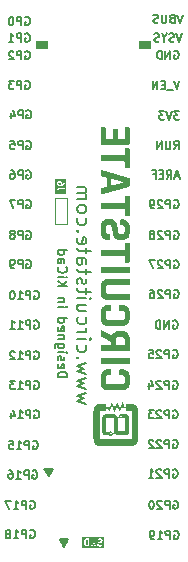
<source format=gbr>
G04 #@! TF.GenerationSoftware,KiCad,Pcbnew,(6.0.7)*
G04 #@! TF.CreationDate,2022-09-22T23:06:15+05:30*
G04 #@! TF.ProjectId,Mitayi-Pico-RP2040,4d697461-7969-42d5-9069-636f2d525032,0.4*
G04 #@! TF.SameCoordinates,PX825e060PY6d4a840*
G04 #@! TF.FileFunction,Legend,Bot*
G04 #@! TF.FilePolarity,Positive*
%FSLAX46Y46*%
G04 Gerber Fmt 4.6, Leading zero omitted, Abs format (unit mm)*
G04 Created by KiCad (PCBNEW (6.0.7)) date 2022-09-22 23:06:15*
%MOMM*%
%LPD*%
G01*
G04 APERTURE LIST*
G04 Aperture macros list*
%AMRoundRect*
0 Rectangle with rounded corners*
0 $1 Rounding radius*
0 $2 $3 $4 $5 $6 $7 $8 $9 X,Y pos of 4 corners*
0 Add a 4 corners polygon primitive as box body*
4,1,4,$2,$3,$4,$5,$6,$7,$8,$9,$2,$3,0*
0 Add four circle primitives for the rounded corners*
1,1,$1+$1,$2,$3*
1,1,$1+$1,$4,$5*
1,1,$1+$1,$6,$7*
1,1,$1+$1,$8,$9*
0 Add four rect primitives between the rounded corners*
20,1,$1+$1,$2,$3,$4,$5,0*
20,1,$1+$1,$4,$5,$6,$7,0*
20,1,$1+$1,$6,$7,$8,$9,0*
20,1,$1+$1,$8,$9,$2,$3,0*%
%AMOutline5P*
0 Free polygon, 5 corners , with rotation*
0 The origin of the aperture is its center*
0 number of corners: always 5*
0 $1 to $10 corner X, Y*
0 $11 Rotation angle, in degrees counterclockwise*
0 create outline with 5 corners*
4,1,5,$1,$2,$3,$4,$5,$6,$7,$8,$9,$10,$1,$2,$11*%
%AMOutline6P*
0 Free polygon, 6 corners , with rotation*
0 The origin of the aperture is its center*
0 number of corners: always 6*
0 $1 to $12 corner X, Y*
0 $13 Rotation angle, in degrees counterclockwise*
0 create outline with 6 corners*
4,1,6,$1,$2,$3,$4,$5,$6,$7,$8,$9,$10,$11,$12,$1,$2,$13*%
%AMOutline7P*
0 Free polygon, 7 corners , with rotation*
0 The origin of the aperture is its center*
0 number of corners: always 7*
0 $1 to $14 corner X, Y*
0 $15 Rotation angle, in degrees counterclockwise*
0 create outline with 7 corners*
4,1,7,$1,$2,$3,$4,$5,$6,$7,$8,$9,$10,$11,$12,$13,$14,$1,$2,$15*%
%AMOutline8P*
0 Free polygon, 8 corners , with rotation*
0 The origin of the aperture is its center*
0 number of corners: always 8*
0 $1 to $16 corner X, Y*
0 $17 Rotation angle, in degrees counterclockwise*
0 create outline with 8 corners*
4,1,8,$1,$2,$3,$4,$5,$6,$7,$8,$9,$10,$11,$12,$13,$14,$15,$16,$1,$2,$17*%
G04 Aperture macros list end*
%ADD10C,0.150000*%
%ADD11C,0.200000*%
%ADD12C,0.120000*%
%ADD13C,1.500000*%
%ADD14O,1.600000X1.700000*%
%ADD15R,1.600000X3.200000*%
%ADD16C,0.670000*%
%ADD17RoundRect,0.500000X0.000000X0.300000X0.000000X0.300000X0.000000X-0.300000X0.000000X-0.300000X0*%
%ADD18Outline6P,-0.290000X0.117000X-0.087000X0.320000X0.290000X0.320000X0.290000X-0.320000X-0.087000X-0.320000X-0.290000X-0.117000X270.000000*%
%ADD19R,0.640000X0.500000*%
%ADD20R,0.640000X0.580000*%
%ADD21O,1.200000X1.900000*%
%ADD22C,1.450000*%
%ADD23R,3.200000X1.600000*%
%ADD24O,1.700000X1.600000*%
%ADD25R,1.700000X1.700000*%
%ADD26O,1.700000X1.700000*%
G04 APERTURE END LIST*
D10*
X5147500Y4300000D02*
X5214166Y4333334D01*
X5314166Y4333334D01*
X5414166Y4300000D01*
X5480833Y4233334D01*
X5514166Y4166667D01*
X5547500Y4033334D01*
X5547500Y3933334D01*
X5514166Y3800000D01*
X5480833Y3733334D01*
X5414166Y3666667D01*
X5314166Y3633334D01*
X5247500Y3633334D01*
X5147500Y3666667D01*
X5114166Y3700000D01*
X5114166Y3933334D01*
X5247500Y3933334D01*
X4814166Y3633334D02*
X4814166Y4333334D01*
X4547500Y4333334D01*
X4480833Y4300000D01*
X4447500Y4266667D01*
X4414166Y4200000D01*
X4414166Y4100000D01*
X4447500Y4033334D01*
X4480833Y4000000D01*
X4547500Y3966667D01*
X4814166Y3966667D01*
X3747500Y3633334D02*
X4147500Y3633334D01*
X3947500Y3633334D02*
X3947500Y4333334D01*
X4014166Y4233334D01*
X4080833Y4166667D01*
X4147500Y4133334D01*
X3347500Y4033334D02*
X3414166Y4066667D01*
X3447500Y4100000D01*
X3480833Y4166667D01*
X3480833Y4200000D01*
X3447500Y4266667D01*
X3414166Y4300000D01*
X3347500Y4333334D01*
X3214166Y4333334D01*
X3147500Y4300000D01*
X3114166Y4266667D01*
X3080833Y4200000D01*
X3080833Y4166667D01*
X3114166Y4100000D01*
X3147500Y4066667D01*
X3214166Y4033334D01*
X3347500Y4033334D01*
X3414166Y4000000D01*
X3447500Y3966667D01*
X3480833Y3900000D01*
X3480833Y3766667D01*
X3447500Y3700000D01*
X3414166Y3666667D01*
X3347500Y3633334D01*
X3214166Y3633334D01*
X3147500Y3666667D01*
X3114166Y3700000D01*
X3080833Y3766667D01*
X3080833Y3900000D01*
X3114166Y3966667D01*
X3147500Y4000000D01*
X3214166Y4033334D01*
X4830833Y37250000D02*
X4897500Y37283334D01*
X4997500Y37283334D01*
X5097500Y37250000D01*
X5164166Y37183334D01*
X5197500Y37116667D01*
X5230833Y36983334D01*
X5230833Y36883334D01*
X5197500Y36750000D01*
X5164166Y36683334D01*
X5097500Y36616667D01*
X4997500Y36583334D01*
X4930833Y36583334D01*
X4830833Y36616667D01*
X4797500Y36650000D01*
X4797500Y36883334D01*
X4930833Y36883334D01*
X4497500Y36583334D02*
X4497500Y37283334D01*
X4230833Y37283334D01*
X4164166Y37250000D01*
X4130833Y37216667D01*
X4097500Y37150000D01*
X4097500Y37050000D01*
X4130833Y36983334D01*
X4164166Y36950000D01*
X4230833Y36916667D01*
X4497500Y36916667D01*
X3464166Y37283334D02*
X3797500Y37283334D01*
X3830833Y36950000D01*
X3797500Y36983334D01*
X3730833Y37016667D01*
X3564166Y37016667D01*
X3497500Y36983334D01*
X3464166Y36950000D01*
X3430833Y36883334D01*
X3430833Y36716667D01*
X3464166Y36650000D01*
X3497500Y36616667D01*
X3564166Y36583334D01*
X3730833Y36583334D01*
X3797500Y36616667D01*
X3830833Y36650000D01*
X17233333Y16950000D02*
X17300000Y16983334D01*
X17400000Y16983334D01*
X17500000Y16950000D01*
X17566666Y16883334D01*
X17600000Y16816667D01*
X17633333Y16683334D01*
X17633333Y16583334D01*
X17600000Y16450000D01*
X17566666Y16383334D01*
X17500000Y16316667D01*
X17400000Y16283334D01*
X17333333Y16283334D01*
X17233333Y16316667D01*
X17200000Y16350000D01*
X17200000Y16583334D01*
X17333333Y16583334D01*
X16900000Y16283334D02*
X16900000Y16983334D01*
X16633333Y16983334D01*
X16566666Y16950000D01*
X16533333Y16916667D01*
X16500000Y16850000D01*
X16500000Y16750000D01*
X16533333Y16683334D01*
X16566666Y16650000D01*
X16633333Y16616667D01*
X16900000Y16616667D01*
X16233333Y16916667D02*
X16200000Y16950000D01*
X16133333Y16983334D01*
X15966666Y16983334D01*
X15900000Y16950000D01*
X15866666Y16916667D01*
X15833333Y16850000D01*
X15833333Y16783334D01*
X15866666Y16683334D01*
X16266666Y16283334D01*
X15833333Y16283334D01*
X15233333Y16750000D02*
X15233333Y16283334D01*
X15400000Y17016667D02*
X15566666Y16516667D01*
X15133333Y16516667D01*
X17333333Y32250000D02*
X17400000Y32283334D01*
X17500000Y32283334D01*
X17600000Y32250000D01*
X17666666Y32183334D01*
X17700000Y32116667D01*
X17733333Y31983334D01*
X17733333Y31883334D01*
X17700000Y31750000D01*
X17666666Y31683334D01*
X17600000Y31616667D01*
X17500000Y31583334D01*
X17433333Y31583334D01*
X17333333Y31616667D01*
X17300000Y31650000D01*
X17300000Y31883334D01*
X17433333Y31883334D01*
X17000000Y31583334D02*
X17000000Y32283334D01*
X16733333Y32283334D01*
X16666666Y32250000D01*
X16633333Y32216667D01*
X16600000Y32150000D01*
X16600000Y32050000D01*
X16633333Y31983334D01*
X16666666Y31950000D01*
X16733333Y31916667D01*
X17000000Y31916667D01*
X16333333Y32216667D02*
X16300000Y32250000D01*
X16233333Y32283334D01*
X16066666Y32283334D01*
X16000000Y32250000D01*
X15966666Y32216667D01*
X15933333Y32150000D01*
X15933333Y32083334D01*
X15966666Y31983334D01*
X16366666Y31583334D01*
X15933333Y31583334D01*
X15600000Y31583334D02*
X15466666Y31583334D01*
X15400000Y31616667D01*
X15366666Y31650000D01*
X15300000Y31750000D01*
X15266666Y31883334D01*
X15266666Y32150000D01*
X15300000Y32216667D01*
X15333333Y32250000D01*
X15400000Y32283334D01*
X15533333Y32283334D01*
X15600000Y32250000D01*
X15633333Y32216667D01*
X15666666Y32150000D01*
X15666666Y31983334D01*
X15633333Y31916667D01*
X15600000Y31883334D01*
X15533333Y31850000D01*
X15400000Y31850000D01*
X15333333Y31883334D01*
X15300000Y31916667D01*
X15266666Y31983334D01*
X17333333Y44900000D02*
X17400000Y44933334D01*
X17500000Y44933334D01*
X17600000Y44900000D01*
X17666666Y44833334D01*
X17700000Y44766667D01*
X17733333Y44633334D01*
X17733333Y44533334D01*
X17700000Y44400000D01*
X17666666Y44333334D01*
X17600000Y44266667D01*
X17500000Y44233334D01*
X17433333Y44233334D01*
X17333333Y44266667D01*
X17300000Y44300000D01*
X17300000Y44533334D01*
X17433333Y44533334D01*
X17000000Y44233334D02*
X17000000Y44933334D01*
X16600000Y44233334D01*
X16600000Y44933334D01*
X16266666Y44233334D02*
X16266666Y44933334D01*
X16100000Y44933334D01*
X16000000Y44900000D01*
X15933333Y44833334D01*
X15900000Y44766667D01*
X15866666Y44633334D01*
X15866666Y44533334D01*
X15900000Y44400000D01*
X15933333Y44333334D01*
X16000000Y44266667D01*
X16100000Y44233334D01*
X16266666Y44233334D01*
X17233333Y22050000D02*
X17300000Y22083334D01*
X17400000Y22083334D01*
X17500000Y22050000D01*
X17566666Y21983334D01*
X17600000Y21916667D01*
X17633333Y21783334D01*
X17633333Y21683334D01*
X17600000Y21550000D01*
X17566666Y21483334D01*
X17500000Y21416667D01*
X17400000Y21383334D01*
X17333333Y21383334D01*
X17233333Y21416667D01*
X17200000Y21450000D01*
X17200000Y21683334D01*
X17333333Y21683334D01*
X16900000Y21383334D02*
X16900000Y22083334D01*
X16500000Y21383334D01*
X16500000Y22083334D01*
X16166666Y21383334D02*
X16166666Y22083334D01*
X16000000Y22083334D01*
X15900000Y22050000D01*
X15833333Y21983334D01*
X15800000Y21916667D01*
X15766666Y21783334D01*
X15766666Y21683334D01*
X15800000Y21550000D01*
X15833333Y21483334D01*
X15900000Y21416667D01*
X16000000Y21383334D01*
X16166666Y21383334D01*
X18000000Y46383334D02*
X17766666Y45683334D01*
X17533333Y46383334D01*
X17333333Y45716667D02*
X17233333Y45683334D01*
X17066666Y45683334D01*
X17000000Y45716667D01*
X16966666Y45750000D01*
X16933333Y45816667D01*
X16933333Y45883334D01*
X16966666Y45950000D01*
X17000000Y45983334D01*
X17066666Y46016667D01*
X17200000Y46050000D01*
X17266666Y46083334D01*
X17300000Y46116667D01*
X17333333Y46183334D01*
X17333333Y46250000D01*
X17300000Y46316667D01*
X17266666Y46350000D01*
X17200000Y46383334D01*
X17033333Y46383334D01*
X16933333Y46350000D01*
X16500000Y46016667D02*
X16500000Y45683334D01*
X16733333Y46383334D02*
X16500000Y46016667D01*
X16266666Y46383334D01*
X16066666Y45716667D02*
X15966666Y45683334D01*
X15800000Y45683334D01*
X15733333Y45716667D01*
X15700000Y45750000D01*
X15666666Y45816667D01*
X15666666Y45883334D01*
X15700000Y45950000D01*
X15733333Y45983334D01*
X15800000Y46016667D01*
X15933333Y46050000D01*
X16000000Y46083334D01*
X16033333Y46116667D01*
X16066666Y46183334D01*
X16066666Y46250000D01*
X16033333Y46316667D01*
X16000000Y46350000D01*
X15933333Y46383334D01*
X15766666Y46383334D01*
X15666666Y46350000D01*
X4730833Y46350000D02*
X4797500Y46383334D01*
X4897500Y46383334D01*
X4997500Y46350000D01*
X5064166Y46283334D01*
X5097500Y46216667D01*
X5130833Y46083334D01*
X5130833Y45983334D01*
X5097500Y45850000D01*
X5064166Y45783334D01*
X4997500Y45716667D01*
X4897500Y45683334D01*
X4830833Y45683334D01*
X4730833Y45716667D01*
X4697500Y45750000D01*
X4697500Y45983334D01*
X4830833Y45983334D01*
X4397500Y45683334D02*
X4397500Y46383334D01*
X4130833Y46383334D01*
X4064166Y46350000D01*
X4030833Y46316667D01*
X3997500Y46250000D01*
X3997500Y46150000D01*
X4030833Y46083334D01*
X4064166Y46050000D01*
X4130833Y46016667D01*
X4397500Y46016667D01*
X3330833Y45683334D02*
X3730833Y45683334D01*
X3530833Y45683334D02*
X3530833Y46383334D01*
X3597500Y46283334D01*
X3664166Y46216667D01*
X3730833Y46183334D01*
X17733333Y34283334D02*
X17400000Y34283334D01*
X17800000Y34083334D02*
X17566666Y34783334D01*
X17333333Y34083334D01*
X16700000Y34083334D02*
X16933333Y34416667D01*
X17100000Y34083334D02*
X17100000Y34783334D01*
X16833333Y34783334D01*
X16766666Y34750000D01*
X16733333Y34716667D01*
X16700000Y34650000D01*
X16700000Y34550000D01*
X16733333Y34483334D01*
X16766666Y34450000D01*
X16833333Y34416667D01*
X17100000Y34416667D01*
X16400000Y34450000D02*
X16166666Y34450000D01*
X16066666Y34083334D02*
X16400000Y34083334D01*
X16400000Y34783334D01*
X16066666Y34783334D01*
X15533333Y34450000D02*
X15766666Y34450000D01*
X15766666Y34083334D02*
X15766666Y34783334D01*
X15433333Y34783334D01*
X5497500Y16950000D02*
X5564166Y16983334D01*
X5664166Y16983334D01*
X5764166Y16950000D01*
X5830833Y16883334D01*
X5864166Y16816667D01*
X5897500Y16683334D01*
X5897500Y16583334D01*
X5864166Y16450000D01*
X5830833Y16383334D01*
X5764166Y16316667D01*
X5664166Y16283334D01*
X5597500Y16283334D01*
X5497500Y16316667D01*
X5464166Y16350000D01*
X5464166Y16583334D01*
X5597500Y16583334D01*
X5164166Y16283334D02*
X5164166Y16983334D01*
X4897500Y16983334D01*
X4830833Y16950000D01*
X4797500Y16916667D01*
X4764166Y16850000D01*
X4764166Y16750000D01*
X4797500Y16683334D01*
X4830833Y16650000D01*
X4897500Y16616667D01*
X5164166Y16616667D01*
X4097500Y16283334D02*
X4497500Y16283334D01*
X4297500Y16283334D02*
X4297500Y16983334D01*
X4364166Y16883334D01*
X4430833Y16816667D01*
X4497500Y16783334D01*
X3864166Y16983334D02*
X3430833Y16983334D01*
X3664166Y16716667D01*
X3564166Y16716667D01*
X3497500Y16683334D01*
X3464166Y16650000D01*
X3430833Y16583334D01*
X3430833Y16416667D01*
X3464166Y16350000D01*
X3497500Y16316667D01*
X3564166Y16283334D01*
X3764166Y16283334D01*
X3830833Y16316667D01*
X3864166Y16350000D01*
X4730833Y47750000D02*
X4797500Y47783334D01*
X4897500Y47783334D01*
X4997500Y47750000D01*
X5064166Y47683334D01*
X5097500Y47616667D01*
X5130833Y47483334D01*
X5130833Y47383334D01*
X5097500Y47250000D01*
X5064166Y47183334D01*
X4997500Y47116667D01*
X4897500Y47083334D01*
X4830833Y47083334D01*
X4730833Y47116667D01*
X4697500Y47150000D01*
X4697500Y47383334D01*
X4830833Y47383334D01*
X4397500Y47083334D02*
X4397500Y47783334D01*
X4130833Y47783334D01*
X4064166Y47750000D01*
X4030833Y47716667D01*
X3997500Y47650000D01*
X3997500Y47550000D01*
X4030833Y47483334D01*
X4064166Y47450000D01*
X4130833Y47416667D01*
X4397500Y47416667D01*
X3564166Y47783334D02*
X3497500Y47783334D01*
X3430833Y47750000D01*
X3397500Y47716667D01*
X3364166Y47650000D01*
X3330833Y47516667D01*
X3330833Y47350000D01*
X3364166Y47216667D01*
X3397500Y47150000D01*
X3430833Y47116667D01*
X3497500Y47083334D01*
X3564166Y47083334D01*
X3630833Y47116667D01*
X3664166Y47150000D01*
X3697500Y47216667D01*
X3730833Y47350000D01*
X3730833Y47516667D01*
X3697500Y47650000D01*
X3664166Y47716667D01*
X3630833Y47750000D01*
X3564166Y47783334D01*
X18083333Y47983334D02*
X17850000Y47283334D01*
X17616666Y47983334D01*
X17150000Y47650000D02*
X17050000Y47616667D01*
X17016666Y47583334D01*
X16983333Y47516667D01*
X16983333Y47416667D01*
X17016666Y47350000D01*
X17050000Y47316667D01*
X17116666Y47283334D01*
X17383333Y47283334D01*
X17383333Y47983334D01*
X17150000Y47983334D01*
X17083333Y47950000D01*
X17050000Y47916667D01*
X17016666Y47850000D01*
X17016666Y47783334D01*
X17050000Y47716667D01*
X17083333Y47683334D01*
X17150000Y47650000D01*
X17383333Y47650000D01*
X16683333Y47983334D02*
X16683333Y47416667D01*
X16650000Y47350000D01*
X16616666Y47316667D01*
X16550000Y47283334D01*
X16416666Y47283334D01*
X16350000Y47316667D01*
X16316666Y47350000D01*
X16283333Y47416667D01*
X16283333Y47983334D01*
X15983333Y47316667D02*
X15883333Y47283334D01*
X15716666Y47283334D01*
X15650000Y47316667D01*
X15616666Y47350000D01*
X15583333Y47416667D01*
X15583333Y47483334D01*
X15616666Y47550000D01*
X15650000Y47583334D01*
X15716666Y47616667D01*
X15850000Y47650000D01*
X15916666Y47683334D01*
X15950000Y47716667D01*
X15983333Y47783334D01*
X15983333Y47850000D01*
X15950000Y47916667D01*
X15916666Y47950000D01*
X15850000Y47983334D01*
X15683333Y47983334D01*
X15583333Y47950000D01*
D11*
X9907142Y15041429D02*
X9107142Y15270000D01*
X9678571Y15498572D01*
X9107142Y15727143D01*
X9907142Y15955715D01*
X9907142Y16298572D02*
X9107142Y16527143D01*
X9678571Y16755715D01*
X9107142Y16984286D01*
X9907142Y17212858D01*
X9907142Y17555715D02*
X9107142Y17784286D01*
X9678571Y18012858D01*
X9107142Y18241429D01*
X9907142Y18470000D01*
X9221428Y18927143D02*
X9164285Y18984286D01*
X9107142Y18927143D01*
X9164285Y18870000D01*
X9221428Y18927143D01*
X9107142Y18927143D01*
X9164285Y20012858D02*
X9107142Y19898572D01*
X9107142Y19670000D01*
X9164285Y19555715D01*
X9221428Y19498572D01*
X9335714Y19441429D01*
X9678571Y19441429D01*
X9792857Y19498572D01*
X9850000Y19555715D01*
X9907142Y19670000D01*
X9907142Y19898572D01*
X9850000Y20012858D01*
X9107142Y20527143D02*
X9907142Y20527143D01*
X10307142Y20527143D02*
X10250000Y20470000D01*
X10192857Y20527143D01*
X10250000Y20584286D01*
X10307142Y20527143D01*
X10192857Y20527143D01*
X9107142Y21098572D02*
X9907142Y21098572D01*
X9678571Y21098572D02*
X9792857Y21155715D01*
X9850000Y21212858D01*
X9907142Y21327143D01*
X9907142Y21441429D01*
X9164285Y22355715D02*
X9107142Y22241429D01*
X9107142Y22012858D01*
X9164285Y21898572D01*
X9221428Y21841429D01*
X9335714Y21784286D01*
X9678571Y21784286D01*
X9792857Y21841429D01*
X9850000Y21898572D01*
X9907142Y22012858D01*
X9907142Y22241429D01*
X9850000Y22355715D01*
X9907142Y23384286D02*
X9107142Y23384286D01*
X9907142Y22870000D02*
X9278571Y22870000D01*
X9164285Y22927143D01*
X9107142Y23041429D01*
X9107142Y23212858D01*
X9164285Y23327143D01*
X9221428Y23384286D01*
X9107142Y23955715D02*
X9907142Y23955715D01*
X10307142Y23955715D02*
X10250000Y23898572D01*
X10192857Y23955715D01*
X10250000Y24012858D01*
X10307142Y23955715D01*
X10192857Y23955715D01*
X9907142Y24355715D02*
X9907142Y24812858D01*
X10307142Y24527143D02*
X9278571Y24527143D01*
X9164285Y24584286D01*
X9107142Y24698572D01*
X9107142Y24812858D01*
X9164285Y25155715D02*
X9107142Y25270000D01*
X9107142Y25498572D01*
X9164285Y25612858D01*
X9278571Y25670000D01*
X9335714Y25670000D01*
X9450000Y25612858D01*
X9507142Y25498572D01*
X9507142Y25327143D01*
X9564285Y25212858D01*
X9678571Y25155715D01*
X9735714Y25155715D01*
X9850000Y25212858D01*
X9907142Y25327143D01*
X9907142Y25498572D01*
X9850000Y25612858D01*
X9907142Y26012858D02*
X9907142Y26470000D01*
X10307142Y26184286D02*
X9278571Y26184286D01*
X9164285Y26241429D01*
X9107142Y26355715D01*
X9107142Y26470000D01*
X9107142Y27384286D02*
X9735714Y27384286D01*
X9850000Y27327143D01*
X9907142Y27212858D01*
X9907142Y26984286D01*
X9850000Y26870000D01*
X9164285Y27384286D02*
X9107142Y27270000D01*
X9107142Y26984286D01*
X9164285Y26870000D01*
X9278571Y26812858D01*
X9392857Y26812858D01*
X9507142Y26870000D01*
X9564285Y26984286D01*
X9564285Y27270000D01*
X9621428Y27384286D01*
X9907142Y27784286D02*
X9907142Y28241429D01*
X10307142Y27955715D02*
X9278571Y27955715D01*
X9164285Y28012858D01*
X9107142Y28127143D01*
X9107142Y28241429D01*
X9164285Y29098572D02*
X9107142Y28984286D01*
X9107142Y28755715D01*
X9164285Y28641429D01*
X9278571Y28584286D01*
X9735714Y28584286D01*
X9850000Y28641429D01*
X9907142Y28755715D01*
X9907142Y28984286D01*
X9850000Y29098572D01*
X9735714Y29155715D01*
X9621428Y29155715D01*
X9507142Y28584286D01*
X9221428Y29670000D02*
X9164285Y29727143D01*
X9107142Y29670000D01*
X9164285Y29612858D01*
X9221428Y29670000D01*
X9107142Y29670000D01*
X9164285Y30755715D02*
X9107142Y30641429D01*
X9107142Y30412858D01*
X9164285Y30298572D01*
X9221428Y30241429D01*
X9335714Y30184286D01*
X9678571Y30184286D01*
X9792857Y30241429D01*
X9850000Y30298572D01*
X9907142Y30412858D01*
X9907142Y30641429D01*
X9850000Y30755715D01*
X9107142Y31441429D02*
X9164285Y31327143D01*
X9221428Y31270000D01*
X9335714Y31212858D01*
X9678571Y31212858D01*
X9792857Y31270000D01*
X9850000Y31327143D01*
X9907142Y31441429D01*
X9907142Y31612858D01*
X9850000Y31727143D01*
X9792857Y31784286D01*
X9678571Y31841429D01*
X9335714Y31841429D01*
X9221428Y31784286D01*
X9164285Y31727143D01*
X9107142Y31612858D01*
X9107142Y31441429D01*
X9107142Y32355715D02*
X9907142Y32355715D01*
X9792857Y32355715D02*
X9850000Y32412858D01*
X9907142Y32527143D01*
X9907142Y32698572D01*
X9850000Y32812858D01*
X9735714Y32870000D01*
X9107142Y32870000D01*
X9735714Y32870000D02*
X9850000Y32927143D01*
X9907142Y33041429D01*
X9907142Y33212858D01*
X9850000Y33327143D01*
X9735714Y33384286D01*
X9107142Y33384286D01*
D10*
X7488095Y17269167D02*
X8288095Y17269167D01*
X8288095Y17459643D01*
X8250000Y17573929D01*
X8173809Y17650120D01*
X8097619Y17688215D01*
X7945238Y17726310D01*
X7830952Y17726310D01*
X7678571Y17688215D01*
X7602380Y17650120D01*
X7526190Y17573929D01*
X7488095Y17459643D01*
X7488095Y17269167D01*
X7526190Y18373929D02*
X7488095Y18297739D01*
X7488095Y18145358D01*
X7526190Y18069167D01*
X7602380Y18031072D01*
X7907142Y18031072D01*
X7983333Y18069167D01*
X8021428Y18145358D01*
X8021428Y18297739D01*
X7983333Y18373929D01*
X7907142Y18412024D01*
X7830952Y18412024D01*
X7754761Y18031072D01*
X7526190Y18716786D02*
X7488095Y18792977D01*
X7488095Y18945358D01*
X7526190Y19021548D01*
X7602380Y19059643D01*
X7640476Y19059643D01*
X7716666Y19021548D01*
X7754761Y18945358D01*
X7754761Y18831072D01*
X7792857Y18754881D01*
X7869047Y18716786D01*
X7907142Y18716786D01*
X7983333Y18754881D01*
X8021428Y18831072D01*
X8021428Y18945358D01*
X7983333Y19021548D01*
X7488095Y19402500D02*
X8021428Y19402500D01*
X8288095Y19402500D02*
X8250000Y19364405D01*
X8211904Y19402500D01*
X8250000Y19440596D01*
X8288095Y19402500D01*
X8211904Y19402500D01*
X8021428Y20126310D02*
X7373809Y20126310D01*
X7297619Y20088215D01*
X7259523Y20050120D01*
X7221428Y19973929D01*
X7221428Y19859643D01*
X7259523Y19783453D01*
X7526190Y20126310D02*
X7488095Y20050120D01*
X7488095Y19897739D01*
X7526190Y19821548D01*
X7564285Y19783453D01*
X7640476Y19745358D01*
X7869047Y19745358D01*
X7945238Y19783453D01*
X7983333Y19821548D01*
X8021428Y19897739D01*
X8021428Y20050120D01*
X7983333Y20126310D01*
X8021428Y20507262D02*
X7488095Y20507262D01*
X7945238Y20507262D02*
X7983333Y20545358D01*
X8021428Y20621548D01*
X8021428Y20735834D01*
X7983333Y20812024D01*
X7907142Y20850120D01*
X7488095Y20850120D01*
X7526190Y21535834D02*
X7488095Y21459643D01*
X7488095Y21307262D01*
X7526190Y21231072D01*
X7602380Y21192977D01*
X7907142Y21192977D01*
X7983333Y21231072D01*
X8021428Y21307262D01*
X8021428Y21459643D01*
X7983333Y21535834D01*
X7907142Y21573929D01*
X7830952Y21573929D01*
X7754761Y21192977D01*
X7488095Y22259643D02*
X8288095Y22259643D01*
X7526190Y22259643D02*
X7488095Y22183453D01*
X7488095Y22031072D01*
X7526190Y21954881D01*
X7564285Y21916786D01*
X7640476Y21878691D01*
X7869047Y21878691D01*
X7945238Y21916786D01*
X7983333Y21954881D01*
X8021428Y22031072D01*
X8021428Y22183453D01*
X7983333Y22259643D01*
X7488095Y23250120D02*
X8021428Y23250120D01*
X8288095Y23250120D02*
X8250000Y23212024D01*
X8211904Y23250120D01*
X8250000Y23288215D01*
X8288095Y23250120D01*
X8211904Y23250120D01*
X8021428Y23631072D02*
X7488095Y23631072D01*
X7945238Y23631072D02*
X7983333Y23669167D01*
X8021428Y23745358D01*
X8021428Y23859643D01*
X7983333Y23935834D01*
X7907142Y23973929D01*
X7488095Y23973929D01*
X7488095Y24964405D02*
X8288095Y24964405D01*
X7488095Y25421548D02*
X7945238Y25078691D01*
X8288095Y25421548D02*
X7830952Y24964405D01*
X7488095Y25764405D02*
X8021428Y25764405D01*
X8288095Y25764405D02*
X8250000Y25726310D01*
X8211904Y25764405D01*
X8250000Y25802500D01*
X8288095Y25764405D01*
X8211904Y25764405D01*
X7564285Y26602500D02*
X7526190Y26564405D01*
X7488095Y26450120D01*
X7488095Y26373929D01*
X7526190Y26259643D01*
X7602380Y26183453D01*
X7678571Y26145358D01*
X7830952Y26107262D01*
X7945238Y26107262D01*
X8097619Y26145358D01*
X8173809Y26183453D01*
X8250000Y26259643D01*
X8288095Y26373929D01*
X8288095Y26450120D01*
X8250000Y26564405D01*
X8211904Y26602500D01*
X7488095Y27288215D02*
X7907142Y27288215D01*
X7983333Y27250120D01*
X8021428Y27173929D01*
X8021428Y27021548D01*
X7983333Y26945358D01*
X7526190Y27288215D02*
X7488095Y27212024D01*
X7488095Y27021548D01*
X7526190Y26945358D01*
X7602380Y26907262D01*
X7678571Y26907262D01*
X7754761Y26945358D01*
X7792857Y27021548D01*
X7792857Y27212024D01*
X7830952Y27288215D01*
X7488095Y28012024D02*
X8288095Y28012024D01*
X7526190Y28012024D02*
X7488095Y27935834D01*
X7488095Y27783453D01*
X7526190Y27707262D01*
X7564285Y27669167D01*
X7640476Y27631072D01*
X7869047Y27631072D01*
X7945238Y27669167D01*
X7983333Y27707262D01*
X8021428Y27783453D01*
X8021428Y27935834D01*
X7983333Y28012024D01*
X4830833Y39850000D02*
X4897500Y39883334D01*
X4997500Y39883334D01*
X5097500Y39850000D01*
X5164166Y39783334D01*
X5197500Y39716667D01*
X5230833Y39583334D01*
X5230833Y39483334D01*
X5197500Y39350000D01*
X5164166Y39283334D01*
X5097500Y39216667D01*
X4997500Y39183334D01*
X4930833Y39183334D01*
X4830833Y39216667D01*
X4797500Y39250000D01*
X4797500Y39483334D01*
X4930833Y39483334D01*
X4497500Y39183334D02*
X4497500Y39883334D01*
X4230833Y39883334D01*
X4164166Y39850000D01*
X4130833Y39816667D01*
X4097500Y39750000D01*
X4097500Y39650000D01*
X4130833Y39583334D01*
X4164166Y39550000D01*
X4230833Y39516667D01*
X4497500Y39516667D01*
X3497500Y39650000D02*
X3497500Y39183334D01*
X3664166Y39916667D02*
X3830833Y39416667D01*
X3397500Y39416667D01*
X17333333Y27150000D02*
X17400000Y27183334D01*
X17500000Y27183334D01*
X17600000Y27150000D01*
X17666666Y27083334D01*
X17700000Y27016667D01*
X17733333Y26883334D01*
X17733333Y26783334D01*
X17700000Y26650000D01*
X17666666Y26583334D01*
X17600000Y26516667D01*
X17500000Y26483334D01*
X17433333Y26483334D01*
X17333333Y26516667D01*
X17300000Y26550000D01*
X17300000Y26783334D01*
X17433333Y26783334D01*
X17000000Y26483334D02*
X17000000Y27183334D01*
X16733333Y27183334D01*
X16666666Y27150000D01*
X16633333Y27116667D01*
X16600000Y27050000D01*
X16600000Y26950000D01*
X16633333Y26883334D01*
X16666666Y26850000D01*
X16733333Y26816667D01*
X17000000Y26816667D01*
X16333333Y27116667D02*
X16300000Y27150000D01*
X16233333Y27183334D01*
X16066666Y27183334D01*
X16000000Y27150000D01*
X15966666Y27116667D01*
X15933333Y27050000D01*
X15933333Y26983334D01*
X15966666Y26883334D01*
X16366666Y26483334D01*
X15933333Y26483334D01*
X15700000Y27183334D02*
X15233333Y27183334D01*
X15533333Y26483334D01*
X17316666Y36583334D02*
X17550000Y36916667D01*
X17716666Y36583334D02*
X17716666Y37283334D01*
X17450000Y37283334D01*
X17383333Y37250000D01*
X17350000Y37216667D01*
X17316666Y37150000D01*
X17316666Y37050000D01*
X17350000Y36983334D01*
X17383333Y36950000D01*
X17450000Y36916667D01*
X17716666Y36916667D01*
X17016666Y37283334D02*
X17016666Y36716667D01*
X16983333Y36650000D01*
X16950000Y36616667D01*
X16883333Y36583334D01*
X16750000Y36583334D01*
X16683333Y36616667D01*
X16650000Y36650000D01*
X16616666Y36716667D01*
X16616666Y37283334D01*
X16283333Y36583334D02*
X16283333Y37283334D01*
X15883333Y36583334D01*
X15883333Y37283334D01*
X5497500Y22050000D02*
X5564166Y22083334D01*
X5664166Y22083334D01*
X5764166Y22050000D01*
X5830833Y21983334D01*
X5864166Y21916667D01*
X5897500Y21783334D01*
X5897500Y21683334D01*
X5864166Y21550000D01*
X5830833Y21483334D01*
X5764166Y21416667D01*
X5664166Y21383334D01*
X5597500Y21383334D01*
X5497500Y21416667D01*
X5464166Y21450000D01*
X5464166Y21683334D01*
X5597500Y21683334D01*
X5164166Y21383334D02*
X5164166Y22083334D01*
X4897500Y22083334D01*
X4830833Y22050000D01*
X4797500Y22016667D01*
X4764166Y21950000D01*
X4764166Y21850000D01*
X4797500Y21783334D01*
X4830833Y21750000D01*
X4897500Y21716667D01*
X5164166Y21716667D01*
X4097500Y21383334D02*
X4497500Y21383334D01*
X4297500Y21383334D02*
X4297500Y22083334D01*
X4364166Y21983334D01*
X4430833Y21916667D01*
X4497500Y21883334D01*
X3430833Y21383334D02*
X3830833Y21383334D01*
X3630833Y21383334D02*
X3630833Y22083334D01*
X3697500Y21983334D01*
X3764166Y21916667D01*
X3830833Y21883334D01*
X4830833Y32250000D02*
X4897500Y32283334D01*
X4997500Y32283334D01*
X5097500Y32250000D01*
X5164166Y32183334D01*
X5197500Y32116667D01*
X5230833Y31983334D01*
X5230833Y31883334D01*
X5197500Y31750000D01*
X5164166Y31683334D01*
X5097500Y31616667D01*
X4997500Y31583334D01*
X4930833Y31583334D01*
X4830833Y31616667D01*
X4797500Y31650000D01*
X4797500Y31883334D01*
X4930833Y31883334D01*
X4497500Y31583334D02*
X4497500Y32283334D01*
X4230833Y32283334D01*
X4164166Y32250000D01*
X4130833Y32216667D01*
X4097500Y32150000D01*
X4097500Y32050000D01*
X4130833Y31983334D01*
X4164166Y31950000D01*
X4230833Y31916667D01*
X4497500Y31916667D01*
X3864166Y32283334D02*
X3397500Y32283334D01*
X3697500Y31583334D01*
X17233333Y19550000D02*
X17300000Y19583334D01*
X17400000Y19583334D01*
X17500000Y19550000D01*
X17566666Y19483334D01*
X17600000Y19416667D01*
X17633333Y19283334D01*
X17633333Y19183334D01*
X17600000Y19050000D01*
X17566666Y18983334D01*
X17500000Y18916667D01*
X17400000Y18883334D01*
X17333333Y18883334D01*
X17233333Y18916667D01*
X17200000Y18950000D01*
X17200000Y19183334D01*
X17333333Y19183334D01*
X16900000Y18883334D02*
X16900000Y19583334D01*
X16633333Y19583334D01*
X16566666Y19550000D01*
X16533333Y19516667D01*
X16500000Y19450000D01*
X16500000Y19350000D01*
X16533333Y19283334D01*
X16566666Y19250000D01*
X16633333Y19216667D01*
X16900000Y19216667D01*
X16233333Y19516667D02*
X16200000Y19550000D01*
X16133333Y19583334D01*
X15966666Y19583334D01*
X15900000Y19550000D01*
X15866666Y19516667D01*
X15833333Y19450000D01*
X15833333Y19383334D01*
X15866666Y19283334D01*
X16266666Y18883334D01*
X15833333Y18883334D01*
X15200000Y19583334D02*
X15533333Y19583334D01*
X15566666Y19250000D01*
X15533333Y19283334D01*
X15466666Y19316667D01*
X15300000Y19316667D01*
X15233333Y19283334D01*
X15200000Y19250000D01*
X15166666Y19183334D01*
X15166666Y19016667D01*
X15200000Y18950000D01*
X15233333Y18916667D01*
X15300000Y18883334D01*
X15466666Y18883334D01*
X15533333Y18916667D01*
X15566666Y18950000D01*
X5347500Y9350000D02*
X5414166Y9383334D01*
X5514166Y9383334D01*
X5614166Y9350000D01*
X5680833Y9283334D01*
X5714166Y9216667D01*
X5747500Y9083334D01*
X5747500Y8983334D01*
X5714166Y8850000D01*
X5680833Y8783334D01*
X5614166Y8716667D01*
X5514166Y8683334D01*
X5447500Y8683334D01*
X5347500Y8716667D01*
X5314166Y8750000D01*
X5314166Y8983334D01*
X5447500Y8983334D01*
X5014166Y8683334D02*
X5014166Y9383334D01*
X4747500Y9383334D01*
X4680833Y9350000D01*
X4647500Y9316667D01*
X4614166Y9250000D01*
X4614166Y9150000D01*
X4647500Y9083334D01*
X4680833Y9050000D01*
X4747500Y9016667D01*
X5014166Y9016667D01*
X3947500Y8683334D02*
X4347500Y8683334D01*
X4147500Y8683334D02*
X4147500Y9383334D01*
X4214166Y9283334D01*
X4280833Y9216667D01*
X4347500Y9183334D01*
X3347500Y9383334D02*
X3480833Y9383334D01*
X3547500Y9350000D01*
X3580833Y9316667D01*
X3647500Y9216667D01*
X3680833Y9083334D01*
X3680833Y8816667D01*
X3647500Y8750000D01*
X3614166Y8716667D01*
X3547500Y8683334D01*
X3414166Y8683334D01*
X3347500Y8716667D01*
X3314166Y8750000D01*
X3280833Y8816667D01*
X3280833Y8983334D01*
X3314166Y9050000D01*
X3347500Y9083334D01*
X3414166Y9116667D01*
X3547500Y9116667D01*
X3614166Y9083334D01*
X3647500Y9050000D01*
X3680833Y8983334D01*
X17233333Y11950000D02*
X17300000Y11983334D01*
X17400000Y11983334D01*
X17500000Y11950000D01*
X17566666Y11883334D01*
X17600000Y11816667D01*
X17633333Y11683334D01*
X17633333Y11583334D01*
X17600000Y11450000D01*
X17566666Y11383334D01*
X17500000Y11316667D01*
X17400000Y11283334D01*
X17333333Y11283334D01*
X17233333Y11316667D01*
X17200000Y11350000D01*
X17200000Y11583334D01*
X17333333Y11583334D01*
X16900000Y11283334D02*
X16900000Y11983334D01*
X16633333Y11983334D01*
X16566666Y11950000D01*
X16533333Y11916667D01*
X16500000Y11850000D01*
X16500000Y11750000D01*
X16533333Y11683334D01*
X16566666Y11650000D01*
X16633333Y11616667D01*
X16900000Y11616667D01*
X16233333Y11916667D02*
X16200000Y11950000D01*
X16133333Y11983334D01*
X15966666Y11983334D01*
X15900000Y11950000D01*
X15866666Y11916667D01*
X15833333Y11850000D01*
X15833333Y11783334D01*
X15866666Y11683334D01*
X16266666Y11283334D01*
X15833333Y11283334D01*
X15566666Y11916667D02*
X15533333Y11950000D01*
X15466666Y11983334D01*
X15300000Y11983334D01*
X15233333Y11950000D01*
X15200000Y11916667D01*
X15166666Y11850000D01*
X15166666Y11783334D01*
X15200000Y11683334D01*
X15600000Y11283334D01*
X15166666Y11283334D01*
X6395238Y9509524D02*
X6395238Y9547620D01*
X6433333Y9433334D02*
X6433333Y9547620D01*
X6471428Y9357143D02*
X6471428Y9547620D01*
X6509523Y9280953D02*
X6509523Y9547620D01*
X6547619Y9242858D02*
X6547619Y9547620D01*
X6585714Y9166667D02*
X6585714Y9547620D01*
X6623809Y9090477D02*
X6623809Y9547620D01*
X6661904Y9014286D02*
X6661904Y9547620D01*
X6700000Y8938096D02*
X6700000Y9547620D01*
X6738095Y9014286D02*
X6738095Y9547620D01*
X6776190Y9090477D02*
X6776190Y9547620D01*
X6814285Y9166667D02*
X6814285Y9547620D01*
X6852380Y9242858D02*
X6852380Y9547620D01*
X6890476Y9280953D02*
X6890476Y9547620D01*
X6928571Y9357143D02*
X6928571Y9547620D01*
X6966666Y9433334D02*
X6966666Y9547620D01*
X7004761Y9547620D02*
X6700000Y8976191D01*
X6395238Y9547620D01*
X7004761Y9509524D02*
X7004761Y9547620D01*
X6700000Y8938096D02*
X7042857Y9547620D01*
X6357142Y9547620D01*
X6700000Y8938096D01*
X17766666Y39783334D02*
X17333333Y39783334D01*
X17566666Y39516667D01*
X17466666Y39516667D01*
X17400000Y39483334D01*
X17366666Y39450000D01*
X17333333Y39383334D01*
X17333333Y39216667D01*
X17366666Y39150000D01*
X17400000Y39116667D01*
X17466666Y39083334D01*
X17666666Y39083334D01*
X17733333Y39116667D01*
X17766666Y39150000D01*
X17133333Y39783334D02*
X16900000Y39083334D01*
X16666666Y39783334D01*
X16500000Y39783334D02*
X16066666Y39783334D01*
X16300000Y39516667D01*
X16200000Y39516667D01*
X16133333Y39483334D01*
X16100000Y39450000D01*
X16066666Y39383334D01*
X16066666Y39216667D01*
X16100000Y39150000D01*
X16133333Y39116667D01*
X16200000Y39083334D01*
X16400000Y39083334D01*
X16466666Y39116667D01*
X16500000Y39150000D01*
X4730833Y44850000D02*
X4797500Y44883334D01*
X4897500Y44883334D01*
X4997500Y44850000D01*
X5064166Y44783334D01*
X5097500Y44716667D01*
X5130833Y44583334D01*
X5130833Y44483334D01*
X5097500Y44350000D01*
X5064166Y44283334D01*
X4997500Y44216667D01*
X4897500Y44183334D01*
X4830833Y44183334D01*
X4730833Y44216667D01*
X4697500Y44250000D01*
X4697500Y44483334D01*
X4830833Y44483334D01*
X4397500Y44183334D02*
X4397500Y44883334D01*
X4130833Y44883334D01*
X4064166Y44850000D01*
X4030833Y44816667D01*
X3997500Y44750000D01*
X3997500Y44650000D01*
X4030833Y44583334D01*
X4064166Y44550000D01*
X4130833Y44516667D01*
X4397500Y44516667D01*
X3730833Y44816667D02*
X3697500Y44850000D01*
X3630833Y44883334D01*
X3464166Y44883334D01*
X3397500Y44850000D01*
X3364166Y44816667D01*
X3330833Y44750000D01*
X3330833Y44683334D01*
X3364166Y44583334D01*
X3764166Y44183334D01*
X3330833Y44183334D01*
X17333333Y24650000D02*
X17400000Y24683334D01*
X17500000Y24683334D01*
X17600000Y24650000D01*
X17666666Y24583334D01*
X17700000Y24516667D01*
X17733333Y24383334D01*
X17733333Y24283334D01*
X17700000Y24150000D01*
X17666666Y24083334D01*
X17600000Y24016667D01*
X17500000Y23983334D01*
X17433333Y23983334D01*
X17333333Y24016667D01*
X17300000Y24050000D01*
X17300000Y24283334D01*
X17433333Y24283334D01*
X17000000Y23983334D02*
X17000000Y24683334D01*
X16733333Y24683334D01*
X16666666Y24650000D01*
X16633333Y24616667D01*
X16600000Y24550000D01*
X16600000Y24450000D01*
X16633333Y24383334D01*
X16666666Y24350000D01*
X16733333Y24316667D01*
X17000000Y24316667D01*
X16333333Y24616667D02*
X16300000Y24650000D01*
X16233333Y24683334D01*
X16066666Y24683334D01*
X16000000Y24650000D01*
X15966666Y24616667D01*
X15933333Y24550000D01*
X15933333Y24483334D01*
X15966666Y24383334D01*
X16366666Y23983334D01*
X15933333Y23983334D01*
X15333333Y24683334D02*
X15466666Y24683334D01*
X15533333Y24650000D01*
X15566666Y24616667D01*
X15633333Y24516667D01*
X15666666Y24383334D01*
X15666666Y24116667D01*
X15633333Y24050000D01*
X15600000Y24016667D01*
X15533333Y23983334D01*
X15400000Y23983334D01*
X15333333Y24016667D01*
X15300000Y24050000D01*
X15266666Y24116667D01*
X15266666Y24283334D01*
X15300000Y24350000D01*
X15333333Y24383334D01*
X15400000Y24416667D01*
X15533333Y24416667D01*
X15600000Y24383334D01*
X15633333Y24350000D01*
X15666666Y24283334D01*
X4830833Y34750000D02*
X4897500Y34783334D01*
X4997500Y34783334D01*
X5097500Y34750000D01*
X5164166Y34683334D01*
X5197500Y34616667D01*
X5230833Y34483334D01*
X5230833Y34383334D01*
X5197500Y34250000D01*
X5164166Y34183334D01*
X5097500Y34116667D01*
X4997500Y34083334D01*
X4930833Y34083334D01*
X4830833Y34116667D01*
X4797500Y34150000D01*
X4797500Y34383334D01*
X4930833Y34383334D01*
X4497500Y34083334D02*
X4497500Y34783334D01*
X4230833Y34783334D01*
X4164166Y34750000D01*
X4130833Y34716667D01*
X4097500Y34650000D01*
X4097500Y34550000D01*
X4130833Y34483334D01*
X4164166Y34450000D01*
X4230833Y34416667D01*
X4497500Y34416667D01*
X3497500Y34783334D02*
X3630833Y34783334D01*
X3697500Y34750000D01*
X3730833Y34716667D01*
X3797500Y34616667D01*
X3830833Y34483334D01*
X3830833Y34216667D01*
X3797500Y34150000D01*
X3764166Y34116667D01*
X3697500Y34083334D01*
X3564166Y34083334D01*
X3497500Y34116667D01*
X3464166Y34150000D01*
X3430833Y34216667D01*
X3430833Y34383334D01*
X3464166Y34450000D01*
X3497500Y34483334D01*
X3564166Y34516667D01*
X3697500Y34516667D01*
X3764166Y34483334D01*
X3797500Y34450000D01*
X3830833Y34383334D01*
X17283333Y6800000D02*
X17350000Y6833334D01*
X17450000Y6833334D01*
X17550000Y6800000D01*
X17616666Y6733334D01*
X17650000Y6666667D01*
X17683333Y6533334D01*
X17683333Y6433334D01*
X17650000Y6300000D01*
X17616666Y6233334D01*
X17550000Y6166667D01*
X17450000Y6133334D01*
X17383333Y6133334D01*
X17283333Y6166667D01*
X17250000Y6200000D01*
X17250000Y6433334D01*
X17383333Y6433334D01*
X16950000Y6133334D02*
X16950000Y6833334D01*
X16683333Y6833334D01*
X16616666Y6800000D01*
X16583333Y6766667D01*
X16550000Y6700000D01*
X16550000Y6600000D01*
X16583333Y6533334D01*
X16616666Y6500000D01*
X16683333Y6466667D01*
X16950000Y6466667D01*
X16283333Y6766667D02*
X16250000Y6800000D01*
X16183333Y6833334D01*
X16016666Y6833334D01*
X15950000Y6800000D01*
X15916666Y6766667D01*
X15883333Y6700000D01*
X15883333Y6633334D01*
X15916666Y6533334D01*
X16316666Y6133334D01*
X15883333Y6133334D01*
X15450000Y6833334D02*
X15383333Y6833334D01*
X15316666Y6800000D01*
X15283333Y6766667D01*
X15250000Y6700000D01*
X15216666Y6566667D01*
X15216666Y6400000D01*
X15250000Y6266667D01*
X15283333Y6200000D01*
X15316666Y6166667D01*
X15383333Y6133334D01*
X15450000Y6133334D01*
X15516666Y6166667D01*
X15550000Y6200000D01*
X15583333Y6266667D01*
X15616666Y6400000D01*
X15616666Y6566667D01*
X15583333Y6700000D01*
X15550000Y6766667D01*
X15516666Y6800000D01*
X15450000Y6833334D01*
X5497500Y19450000D02*
X5564166Y19483334D01*
X5664166Y19483334D01*
X5764166Y19450000D01*
X5830833Y19383334D01*
X5864166Y19316667D01*
X5897500Y19183334D01*
X5897500Y19083334D01*
X5864166Y18950000D01*
X5830833Y18883334D01*
X5764166Y18816667D01*
X5664166Y18783334D01*
X5597500Y18783334D01*
X5497500Y18816667D01*
X5464166Y18850000D01*
X5464166Y19083334D01*
X5597500Y19083334D01*
X5164166Y18783334D02*
X5164166Y19483334D01*
X4897500Y19483334D01*
X4830833Y19450000D01*
X4797500Y19416667D01*
X4764166Y19350000D01*
X4764166Y19250000D01*
X4797500Y19183334D01*
X4830833Y19150000D01*
X4897500Y19116667D01*
X5164166Y19116667D01*
X4097500Y18783334D02*
X4497500Y18783334D01*
X4297500Y18783334D02*
X4297500Y19483334D01*
X4364166Y19383334D01*
X4430833Y19316667D01*
X4497500Y19283334D01*
X3830833Y19416667D02*
X3797500Y19450000D01*
X3730833Y19483334D01*
X3564166Y19483334D01*
X3497500Y19450000D01*
X3464166Y19416667D01*
X3430833Y19350000D01*
X3430833Y19283334D01*
X3464166Y19183334D01*
X3864166Y18783334D01*
X3430833Y18783334D01*
X5147500Y6800000D02*
X5214166Y6833334D01*
X5314166Y6833334D01*
X5414166Y6800000D01*
X5480833Y6733334D01*
X5514166Y6666667D01*
X5547500Y6533334D01*
X5547500Y6433334D01*
X5514166Y6300000D01*
X5480833Y6233334D01*
X5414166Y6166667D01*
X5314166Y6133334D01*
X5247500Y6133334D01*
X5147500Y6166667D01*
X5114166Y6200000D01*
X5114166Y6433334D01*
X5247500Y6433334D01*
X4814166Y6133334D02*
X4814166Y6833334D01*
X4547500Y6833334D01*
X4480833Y6800000D01*
X4447500Y6766667D01*
X4414166Y6700000D01*
X4414166Y6600000D01*
X4447500Y6533334D01*
X4480833Y6500000D01*
X4547500Y6466667D01*
X4814166Y6466667D01*
X3747500Y6133334D02*
X4147500Y6133334D01*
X3947500Y6133334D02*
X3947500Y6833334D01*
X4014166Y6733334D01*
X4080833Y6666667D01*
X4147500Y6633334D01*
X3514166Y6833334D02*
X3047500Y6833334D01*
X3347500Y6133334D01*
X17333333Y4250000D02*
X17400000Y4283334D01*
X17500000Y4283334D01*
X17600000Y4250000D01*
X17666666Y4183334D01*
X17700000Y4116667D01*
X17733333Y3983334D01*
X17733333Y3883334D01*
X17700000Y3750000D01*
X17666666Y3683334D01*
X17600000Y3616667D01*
X17500000Y3583334D01*
X17433333Y3583334D01*
X17333333Y3616667D01*
X17300000Y3650000D01*
X17300000Y3883334D01*
X17433333Y3883334D01*
X17000000Y3583334D02*
X17000000Y4283334D01*
X16733333Y4283334D01*
X16666666Y4250000D01*
X16633333Y4216667D01*
X16600000Y4150000D01*
X16600000Y4050000D01*
X16633333Y3983334D01*
X16666666Y3950000D01*
X16733333Y3916667D01*
X17000000Y3916667D01*
X15933333Y3583334D02*
X16333333Y3583334D01*
X16133333Y3583334D02*
X16133333Y4283334D01*
X16200000Y4183334D01*
X16266666Y4116667D01*
X16333333Y4083334D01*
X15600000Y3583334D02*
X15466666Y3583334D01*
X15400000Y3616667D01*
X15366666Y3650000D01*
X15300000Y3750000D01*
X15266666Y3883334D01*
X15266666Y4150000D01*
X15300000Y4216667D01*
X15333333Y4250000D01*
X15400000Y4283334D01*
X15533333Y4283334D01*
X15600000Y4250000D01*
X15633333Y4216667D01*
X15666666Y4150000D01*
X15666666Y3983334D01*
X15633333Y3916667D01*
X15600000Y3883334D01*
X15533333Y3850000D01*
X15400000Y3850000D01*
X15333333Y3883334D01*
X15300000Y3916667D01*
X15266666Y3983334D01*
X17333333Y29650000D02*
X17400000Y29683334D01*
X17500000Y29683334D01*
X17600000Y29650000D01*
X17666666Y29583334D01*
X17700000Y29516667D01*
X17733333Y29383334D01*
X17733333Y29283334D01*
X17700000Y29150000D01*
X17666666Y29083334D01*
X17600000Y29016667D01*
X17500000Y28983334D01*
X17433333Y28983334D01*
X17333333Y29016667D01*
X17300000Y29050000D01*
X17300000Y29283334D01*
X17433333Y29283334D01*
X17000000Y28983334D02*
X17000000Y29683334D01*
X16733333Y29683334D01*
X16666666Y29650000D01*
X16633333Y29616667D01*
X16600000Y29550000D01*
X16600000Y29450000D01*
X16633333Y29383334D01*
X16666666Y29350000D01*
X16733333Y29316667D01*
X17000000Y29316667D01*
X16333333Y29616667D02*
X16300000Y29650000D01*
X16233333Y29683334D01*
X16066666Y29683334D01*
X16000000Y29650000D01*
X15966666Y29616667D01*
X15933333Y29550000D01*
X15933333Y29483334D01*
X15966666Y29383334D01*
X16366666Y28983334D01*
X15933333Y28983334D01*
X15533333Y29383334D02*
X15600000Y29416667D01*
X15633333Y29450000D01*
X15666666Y29516667D01*
X15666666Y29550000D01*
X15633333Y29616667D01*
X15600000Y29650000D01*
X15533333Y29683334D01*
X15400000Y29683334D01*
X15333333Y29650000D01*
X15300000Y29616667D01*
X15266666Y29550000D01*
X15266666Y29516667D01*
X15300000Y29450000D01*
X15333333Y29416667D01*
X15400000Y29383334D01*
X15533333Y29383334D01*
X15600000Y29350000D01*
X15633333Y29316667D01*
X15666666Y29250000D01*
X15666666Y29116667D01*
X15633333Y29050000D01*
X15600000Y29016667D01*
X15533333Y28983334D01*
X15400000Y28983334D01*
X15333333Y29016667D01*
X15300000Y29050000D01*
X15266666Y29116667D01*
X15266666Y29250000D01*
X15300000Y29316667D01*
X15333333Y29350000D01*
X15400000Y29383334D01*
X17233333Y9450000D02*
X17300000Y9483334D01*
X17400000Y9483334D01*
X17500000Y9450000D01*
X17566666Y9383334D01*
X17600000Y9316667D01*
X17633333Y9183334D01*
X17633333Y9083334D01*
X17600000Y8950000D01*
X17566666Y8883334D01*
X17500000Y8816667D01*
X17400000Y8783334D01*
X17333333Y8783334D01*
X17233333Y8816667D01*
X17200000Y8850000D01*
X17200000Y9083334D01*
X17333333Y9083334D01*
X16900000Y8783334D02*
X16900000Y9483334D01*
X16633333Y9483334D01*
X16566666Y9450000D01*
X16533333Y9416667D01*
X16500000Y9350000D01*
X16500000Y9250000D01*
X16533333Y9183334D01*
X16566666Y9150000D01*
X16633333Y9116667D01*
X16900000Y9116667D01*
X16233333Y9416667D02*
X16200000Y9450000D01*
X16133333Y9483334D01*
X15966666Y9483334D01*
X15900000Y9450000D01*
X15866666Y9416667D01*
X15833333Y9350000D01*
X15833333Y9283334D01*
X15866666Y9183334D01*
X16266666Y8783334D01*
X15833333Y8783334D01*
X15166666Y8783334D02*
X15566666Y8783334D01*
X15366666Y8783334D02*
X15366666Y9483334D01*
X15433333Y9383334D01*
X15500000Y9316667D01*
X15566666Y9283334D01*
X7695238Y3509524D02*
X7695238Y3547620D01*
X7733333Y3433334D02*
X7733333Y3547620D01*
X7771428Y3357143D02*
X7771428Y3547620D01*
X7809523Y3280953D02*
X7809523Y3547620D01*
X7847619Y3242858D02*
X7847619Y3547620D01*
X7885714Y3166667D02*
X7885714Y3547620D01*
X7923809Y3090477D02*
X7923809Y3547620D01*
X7961904Y3014286D02*
X7961904Y3547620D01*
X8000000Y2938096D02*
X8000000Y3547620D01*
X8038095Y3014286D02*
X8038095Y3547620D01*
X8076190Y3090477D02*
X8076190Y3547620D01*
X8114285Y3166667D02*
X8114285Y3547620D01*
X8152380Y3242858D02*
X8152380Y3547620D01*
X8190476Y3280953D02*
X8190476Y3547620D01*
X8228571Y3357143D02*
X8228571Y3547620D01*
X8266666Y3433334D02*
X8266666Y3547620D01*
X8304761Y3547620D02*
X8000000Y2976191D01*
X7695238Y3547620D01*
X8304761Y3509524D02*
X8304761Y3547620D01*
X8000000Y2938096D02*
X8342857Y3547620D01*
X7657142Y3547620D01*
X8000000Y2938096D01*
X4830833Y29650000D02*
X4897500Y29683334D01*
X4997500Y29683334D01*
X5097500Y29650000D01*
X5164166Y29583334D01*
X5197500Y29516667D01*
X5230833Y29383334D01*
X5230833Y29283334D01*
X5197500Y29150000D01*
X5164166Y29083334D01*
X5097500Y29016667D01*
X4997500Y28983334D01*
X4930833Y28983334D01*
X4830833Y29016667D01*
X4797500Y29050000D01*
X4797500Y29283334D01*
X4930833Y29283334D01*
X4497500Y28983334D02*
X4497500Y29683334D01*
X4230833Y29683334D01*
X4164166Y29650000D01*
X4130833Y29616667D01*
X4097500Y29550000D01*
X4097500Y29450000D01*
X4130833Y29383334D01*
X4164166Y29350000D01*
X4230833Y29316667D01*
X4497500Y29316667D01*
X3697500Y29383334D02*
X3764166Y29416667D01*
X3797500Y29450000D01*
X3830833Y29516667D01*
X3830833Y29550000D01*
X3797500Y29616667D01*
X3764166Y29650000D01*
X3697500Y29683334D01*
X3564166Y29683334D01*
X3497500Y29650000D01*
X3464166Y29616667D01*
X3430833Y29550000D01*
X3430833Y29516667D01*
X3464166Y29450000D01*
X3497500Y29416667D01*
X3564166Y29383334D01*
X3697500Y29383334D01*
X3764166Y29350000D01*
X3797500Y29316667D01*
X3830833Y29250000D01*
X3830833Y29116667D01*
X3797500Y29050000D01*
X3764166Y29016667D01*
X3697500Y28983334D01*
X3564166Y28983334D01*
X3497500Y29016667D01*
X3464166Y29050000D01*
X3430833Y29116667D01*
X3430833Y29250000D01*
X3464166Y29316667D01*
X3497500Y29350000D01*
X3564166Y29383334D01*
X5497500Y24550000D02*
X5564166Y24583334D01*
X5664166Y24583334D01*
X5764166Y24550000D01*
X5830833Y24483334D01*
X5864166Y24416667D01*
X5897500Y24283334D01*
X5897500Y24183334D01*
X5864166Y24050000D01*
X5830833Y23983334D01*
X5764166Y23916667D01*
X5664166Y23883334D01*
X5597500Y23883334D01*
X5497500Y23916667D01*
X5464166Y23950000D01*
X5464166Y24183334D01*
X5597500Y24183334D01*
X5164166Y23883334D02*
X5164166Y24583334D01*
X4897500Y24583334D01*
X4830833Y24550000D01*
X4797500Y24516667D01*
X4764166Y24450000D01*
X4764166Y24350000D01*
X4797500Y24283334D01*
X4830833Y24250000D01*
X4897500Y24216667D01*
X5164166Y24216667D01*
X4097500Y23883334D02*
X4497500Y23883334D01*
X4297500Y23883334D02*
X4297500Y24583334D01*
X4364166Y24483334D01*
X4430833Y24416667D01*
X4497500Y24383334D01*
X3664166Y24583334D02*
X3597500Y24583334D01*
X3530833Y24550000D01*
X3497500Y24516667D01*
X3464166Y24450000D01*
X3430833Y24316667D01*
X3430833Y24150000D01*
X3464166Y24016667D01*
X3497500Y23950000D01*
X3530833Y23916667D01*
X3597500Y23883334D01*
X3664166Y23883334D01*
X3730833Y23916667D01*
X3764166Y23950000D01*
X3797500Y24016667D01*
X3830833Y24150000D01*
X3830833Y24316667D01*
X3797500Y24450000D01*
X3764166Y24516667D01*
X3730833Y24550000D01*
X3664166Y24583334D01*
X4830833Y27200000D02*
X4897500Y27233334D01*
X4997500Y27233334D01*
X5097500Y27200000D01*
X5164166Y27133334D01*
X5197500Y27066667D01*
X5230833Y26933334D01*
X5230833Y26833334D01*
X5197500Y26700000D01*
X5164166Y26633334D01*
X5097500Y26566667D01*
X4997500Y26533334D01*
X4930833Y26533334D01*
X4830833Y26566667D01*
X4797500Y26600000D01*
X4797500Y26833334D01*
X4930833Y26833334D01*
X4497500Y26533334D02*
X4497500Y27233334D01*
X4230833Y27233334D01*
X4164166Y27200000D01*
X4130833Y27166667D01*
X4097500Y27100000D01*
X4097500Y27000000D01*
X4130833Y26933334D01*
X4164166Y26900000D01*
X4230833Y26866667D01*
X4497500Y26866667D01*
X3764166Y26533334D02*
X3630833Y26533334D01*
X3564166Y26566667D01*
X3530833Y26600000D01*
X3464166Y26700000D01*
X3430833Y26833334D01*
X3430833Y27100000D01*
X3464166Y27166667D01*
X3497500Y27200000D01*
X3564166Y27233334D01*
X3697500Y27233334D01*
X3764166Y27200000D01*
X3797500Y27166667D01*
X3830833Y27100000D01*
X3830833Y26933334D01*
X3797500Y26866667D01*
X3764166Y26833334D01*
X3697500Y26800000D01*
X3564166Y26800000D01*
X3497500Y26833334D01*
X3464166Y26866667D01*
X3430833Y26933334D01*
X17783333Y42383334D02*
X17550000Y41683334D01*
X17316666Y42383334D01*
X17250000Y41616667D02*
X16716666Y41616667D01*
X16550000Y42050000D02*
X16316666Y42050000D01*
X16216666Y41683334D02*
X16550000Y41683334D01*
X16550000Y42383334D01*
X16216666Y42383334D01*
X15916666Y41683334D02*
X15916666Y42383334D01*
X15516666Y41683334D01*
X15516666Y42383334D01*
X17233333Y14450000D02*
X17300000Y14483334D01*
X17400000Y14483334D01*
X17500000Y14450000D01*
X17566666Y14383334D01*
X17600000Y14316667D01*
X17633333Y14183334D01*
X17633333Y14083334D01*
X17600000Y13950000D01*
X17566666Y13883334D01*
X17500000Y13816667D01*
X17400000Y13783334D01*
X17333333Y13783334D01*
X17233333Y13816667D01*
X17200000Y13850000D01*
X17200000Y14083334D01*
X17333333Y14083334D01*
X16900000Y13783334D02*
X16900000Y14483334D01*
X16633333Y14483334D01*
X16566666Y14450000D01*
X16533333Y14416667D01*
X16500000Y14350000D01*
X16500000Y14250000D01*
X16533333Y14183334D01*
X16566666Y14150000D01*
X16633333Y14116667D01*
X16900000Y14116667D01*
X16233333Y14416667D02*
X16200000Y14450000D01*
X16133333Y14483334D01*
X15966666Y14483334D01*
X15900000Y14450000D01*
X15866666Y14416667D01*
X15833333Y14350000D01*
X15833333Y14283334D01*
X15866666Y14183334D01*
X16266666Y13783334D01*
X15833333Y13783334D01*
X15600000Y14483334D02*
X15166666Y14483334D01*
X15400000Y14216667D01*
X15300000Y14216667D01*
X15233333Y14183334D01*
X15200000Y14150000D01*
X15166666Y14083334D01*
X15166666Y13916667D01*
X15200000Y13850000D01*
X15233333Y13816667D01*
X15300000Y13783334D01*
X15500000Y13783334D01*
X15566666Y13816667D01*
X15600000Y13850000D01*
X5397500Y11850000D02*
X5464166Y11883334D01*
X5564166Y11883334D01*
X5664166Y11850000D01*
X5730833Y11783334D01*
X5764166Y11716667D01*
X5797500Y11583334D01*
X5797500Y11483334D01*
X5764166Y11350000D01*
X5730833Y11283334D01*
X5664166Y11216667D01*
X5564166Y11183334D01*
X5497500Y11183334D01*
X5397500Y11216667D01*
X5364166Y11250000D01*
X5364166Y11483334D01*
X5497500Y11483334D01*
X5064166Y11183334D02*
X5064166Y11883334D01*
X4797500Y11883334D01*
X4730833Y11850000D01*
X4697500Y11816667D01*
X4664166Y11750000D01*
X4664166Y11650000D01*
X4697500Y11583334D01*
X4730833Y11550000D01*
X4797500Y11516667D01*
X5064166Y11516667D01*
X3997500Y11183334D02*
X4397500Y11183334D01*
X4197500Y11183334D02*
X4197500Y11883334D01*
X4264166Y11783334D01*
X4330833Y11716667D01*
X4397500Y11683334D01*
X3364166Y11883334D02*
X3697500Y11883334D01*
X3730833Y11550000D01*
X3697500Y11583334D01*
X3630833Y11616667D01*
X3464166Y11616667D01*
X3397500Y11583334D01*
X3364166Y11550000D01*
X3330833Y11483334D01*
X3330833Y11316667D01*
X3364166Y11250000D01*
X3397500Y11216667D01*
X3464166Y11183334D01*
X3630833Y11183334D01*
X3697500Y11216667D01*
X3730833Y11250000D01*
X5497500Y14450000D02*
X5564166Y14483334D01*
X5664166Y14483334D01*
X5764166Y14450000D01*
X5830833Y14383334D01*
X5864166Y14316667D01*
X5897500Y14183334D01*
X5897500Y14083334D01*
X5864166Y13950000D01*
X5830833Y13883334D01*
X5764166Y13816667D01*
X5664166Y13783334D01*
X5597500Y13783334D01*
X5497500Y13816667D01*
X5464166Y13850000D01*
X5464166Y14083334D01*
X5597500Y14083334D01*
X5164166Y13783334D02*
X5164166Y14483334D01*
X4897500Y14483334D01*
X4830833Y14450000D01*
X4797500Y14416667D01*
X4764166Y14350000D01*
X4764166Y14250000D01*
X4797500Y14183334D01*
X4830833Y14150000D01*
X4897500Y14116667D01*
X5164166Y14116667D01*
X4097500Y13783334D02*
X4497500Y13783334D01*
X4297500Y13783334D02*
X4297500Y14483334D01*
X4364166Y14383334D01*
X4430833Y14316667D01*
X4497500Y14283334D01*
X3497500Y14250000D02*
X3497500Y13783334D01*
X3664166Y14516667D02*
X3830833Y14016667D01*
X3397500Y14016667D01*
X4730833Y42350000D02*
X4797500Y42383334D01*
X4897500Y42383334D01*
X4997500Y42350000D01*
X5064166Y42283334D01*
X5097500Y42216667D01*
X5130833Y42083334D01*
X5130833Y41983334D01*
X5097500Y41850000D01*
X5064166Y41783334D01*
X4997500Y41716667D01*
X4897500Y41683334D01*
X4830833Y41683334D01*
X4730833Y41716667D01*
X4697500Y41750000D01*
X4697500Y41983334D01*
X4830833Y41983334D01*
X4397500Y41683334D02*
X4397500Y42383334D01*
X4130833Y42383334D01*
X4064166Y42350000D01*
X4030833Y42316667D01*
X3997500Y42250000D01*
X3997500Y42150000D01*
X4030833Y42083334D01*
X4064166Y42050000D01*
X4130833Y42016667D01*
X4397500Y42016667D01*
X3764166Y42383334D02*
X3330833Y42383334D01*
X3564166Y42116667D01*
X3464166Y42116667D01*
X3397500Y42083334D01*
X3364166Y42050000D01*
X3330833Y41983334D01*
X3330833Y41816667D01*
X3364166Y41750000D01*
X3397500Y41716667D01*
X3464166Y41683334D01*
X3664166Y41683334D01*
X3730833Y41716667D01*
X3764166Y41750000D01*
D12*
X8245000Y32465000D02*
X8245000Y30265000D01*
X7285000Y32465000D02*
X7285000Y30265000D01*
X7285000Y32465000D02*
X8245000Y32465000D01*
X7285000Y30265000D02*
X8245000Y30265000D01*
G36*
X7280867Y32753808D02*
G01*
X7280867Y33088294D01*
X7396622Y33088294D01*
X7401067Y33024120D01*
X7414402Y32971613D01*
X7457741Y32892714D01*
X7566644Y32944943D01*
X7532195Y33006617D01*
X7515526Y33076071D01*
X7522610Y33124271D01*
X7543863Y33162192D01*
X7584285Y33186779D01*
X7648876Y33194974D01*
X7985585Y33194974D01*
X7985585Y32964946D01*
X8098933Y32964946D01*
X8098933Y33332769D01*
X7641097Y33332769D01*
X7592480Y33329575D01*
X7546641Y33319990D01*
X7468854Y33277762D01*
X7438989Y33244008D01*
X7416069Y33201642D01*
X7401484Y33149969D01*
X7396622Y33088294D01*
X7280867Y33088294D01*
X7280867Y33689481D01*
X7396622Y33689481D01*
X7404586Y33618546D01*
X7428478Y33559835D01*
X7468298Y33513348D01*
X7525034Y33479701D01*
X7599673Y33459514D01*
X7692215Y33452784D01*
X7786393Y33460146D01*
X7868904Y33482233D01*
X7939468Y33517931D01*
X7997809Y33566132D01*
X8043648Y33626139D01*
X8076708Y33697259D01*
X8096710Y33778103D01*
X8103378Y33867281D01*
X7986696Y33875059D01*
X7977806Y33788382D01*
X7951692Y33710594D01*
X7904464Y33648920D01*
X7832233Y33610582D01*
X7846123Y33651698D01*
X7851124Y33687258D01*
X7846679Y33742682D01*
X7833344Y33788938D01*
X7785560Y33857279D01*
X7715551Y33895618D01*
X7631096Y33907286D01*
X7549975Y33894506D01*
X7474410Y33855057D01*
X7418292Y33787271D01*
X7402040Y33742265D01*
X7396622Y33689481D01*
X7280867Y33689481D01*
X7280867Y34046192D01*
X8219133Y34046192D01*
X8219133Y32753808D01*
X7280867Y32753808D01*
G37*
G36*
X7709439Y33750599D02*
G01*
X7730692Y33718651D01*
X7737776Y33669478D01*
X7733331Y33626139D01*
X7721107Y33589468D01*
X7701105Y33587801D01*
X7679991Y33587246D01*
X7618317Y33591691D01*
X7565532Y33607248D01*
X7528306Y33637808D01*
X7514415Y33686147D01*
X7525527Y33726152D01*
X7553309Y33753378D01*
X7589980Y33768935D01*
X7628874Y33773936D01*
X7709439Y33750599D01*
G37*
G36*
X10012717Y3531696D02*
G01*
X10032719Y3528918D01*
X10032719Y3066637D01*
X10020496Y3065526D01*
X10008272Y3065526D01*
X9929929Y3083306D01*
X9878811Y3132201D01*
X9851030Y3206099D01*
X9844779Y3250966D01*
X9842696Y3300000D01*
X9849363Y3386678D01*
X9872699Y3461131D01*
X9918261Y3512804D01*
X9992714Y3532251D01*
X10012717Y3531696D01*
G37*
G36*
X11435117Y2825311D02*
G01*
X9564883Y2825311D01*
X9564883Y3300000D01*
X9703789Y3300000D01*
X9709762Y3211517D01*
X9727681Y3137202D01*
X9756157Y3076222D01*
X9793801Y3027744D01*
X9840056Y2991211D01*
X9894369Y2966069D01*
X9955626Y2951484D01*
X10022718Y2946622D01*
X10094394Y2950512D01*
X10169403Y2963291D01*
X10169403Y3634486D01*
X10110877Y3643376D01*
X10254969Y3643376D01*
X10258303Y3557671D01*
X10261637Y3469466D01*
X10265248Y3380288D01*
X10269416Y3291666D01*
X10274277Y3204016D01*
X10279972Y3117755D01*
X10286501Y3034411D01*
X10293863Y2955512D01*
X10407211Y2955512D01*
X10431658Y3028160D01*
X10456106Y3106087D01*
X10480553Y3184847D01*
X10505001Y3259995D01*
X10530004Y3186930D01*
X10556118Y3107754D01*
X10581677Y3028577D01*
X10605013Y2955512D01*
X10718361Y2955512D01*
X10726695Y3034550D01*
X10733918Y3118311D01*
X10735721Y3143314D01*
X10829486Y3143314D01*
X10845182Y3057609D01*
X10892271Y2993851D01*
X10941351Y2964526D01*
X11004878Y2946931D01*
X11082851Y2941066D01*
X11159805Y2945650D01*
X11219534Y2959402D01*
X11296211Y2993295D01*
X11256206Y3104420D01*
X11184530Y3071082D01*
X11138274Y3059414D01*
X11082851Y3055525D01*
X11025621Y3062748D01*
X10989506Y3082751D01*
X10971170Y3111643D01*
X10966169Y3144425D01*
X10978393Y3182207D01*
X11009508Y3211656D01*
X11051736Y3234992D01*
X11098408Y3254439D01*
X11162861Y3279997D01*
X11223424Y3316669D01*
X11268429Y3371676D01*
X11286209Y3453353D01*
X11270513Y3539474D01*
X11223424Y3604483D01*
X11176319Y3634733D01*
X11118719Y3652884D01*
X11050624Y3658934D01*
X10991311Y3655322D01*
X10940055Y3644488D01*
X10860601Y3612261D01*
X10900606Y3506693D01*
X10962280Y3533363D01*
X11040623Y3544475D01*
X11101125Y3535708D01*
X11137425Y3509409D01*
X11149526Y3465576D01*
X11138413Y3430572D01*
X11110076Y3403902D01*
X11071183Y3383344D01*
X11028399Y3366675D01*
X10961169Y3339449D01*
X10896716Y3299444D01*
X10848377Y3237214D01*
X10834208Y3195126D01*
X10829486Y3143314D01*
X10735721Y3143314D01*
X10740169Y3204988D01*
X10745586Y3292777D01*
X10750170Y3381399D01*
X10753921Y3470577D01*
X10756977Y3558505D01*
X10759477Y3643376D01*
X10632794Y3643376D01*
X10633906Y3576701D01*
X10635017Y3507804D01*
X10636128Y3437934D01*
X10637239Y3368342D01*
X10638351Y3299722D01*
X10639462Y3232769D01*
X10640295Y3168734D01*
X10640573Y3108865D01*
X10617793Y3186652D01*
X10593345Y3269996D01*
X10571676Y3345561D01*
X10556118Y3400013D01*
X10456106Y3400013D01*
X10442771Y3347784D01*
X10423324Y3278886D01*
X10399987Y3197765D01*
X10374984Y3108865D01*
X10375262Y3168734D01*
X10376096Y3232769D01*
X10377207Y3299583D01*
X10378318Y3367786D01*
X10379429Y3437100D01*
X10380541Y3507248D01*
X10381374Y3576562D01*
X10381652Y3643376D01*
X10254969Y3643376D01*
X10110877Y3643376D01*
X10081614Y3647821D01*
X10004938Y3651155D01*
X9940069Y3646154D01*
X9881034Y3631153D01*
X9829222Y3605455D01*
X9786022Y3568367D01*
X9751434Y3519750D01*
X9725459Y3459464D01*
X9709207Y3386539D01*
X9703789Y3300000D01*
X9564883Y3300000D01*
X9564883Y3774689D01*
X11435117Y3774689D01*
X11435117Y2825311D01*
G37*
G36*
X13407116Y32619929D02*
G01*
X13446537Y32619605D01*
X13477748Y32618799D01*
X13501875Y32617292D01*
X13520044Y32614869D01*
X13533381Y32611313D01*
X13543013Y32606405D01*
X13550067Y32599931D01*
X13555667Y32591671D01*
X13560942Y32581410D01*
X13561207Y32580861D01*
X13562612Y32577782D01*
X13563884Y32574334D01*
X13565029Y32570017D01*
X13566055Y32564328D01*
X13566968Y32556764D01*
X13567775Y32546823D01*
X13568481Y32534002D01*
X13569095Y32517801D01*
X13569621Y32497715D01*
X13570068Y32473243D01*
X13570441Y32443882D01*
X13570747Y32409131D01*
X13570993Y32368486D01*
X13571185Y32321446D01*
X13571330Y32267508D01*
X13571434Y32206170D01*
X13571504Y32136929D01*
X13571547Y32059284D01*
X13571570Y31972731D01*
X13571578Y31876769D01*
X13571578Y31770896D01*
X13571572Y31669163D01*
X13571553Y31572471D01*
X13571515Y31485220D01*
X13571451Y31406914D01*
X13571357Y31337053D01*
X13571227Y31275142D01*
X13571055Y31220683D01*
X13570836Y31173178D01*
X13570564Y31132130D01*
X13570233Y31097041D01*
X13569838Y31067415D01*
X13569373Y31042754D01*
X13568833Y31022560D01*
X13568211Y31006336D01*
X13567503Y30993585D01*
X13566703Y30983810D01*
X13565805Y30976513D01*
X13564803Y30971196D01*
X13563692Y30967362D01*
X13562466Y30964515D01*
X13561940Y30963512D01*
X13551279Y30948214D01*
X13538657Y30935876D01*
X13537090Y30934752D01*
X13532506Y30931978D01*
X13526845Y30929792D01*
X13518939Y30928124D01*
X13507621Y30926906D01*
X13491725Y30926066D01*
X13470084Y30925535D01*
X13441529Y30925242D01*
X13404895Y30925118D01*
X13359013Y30925092D01*
X13320464Y30925119D01*
X13281924Y30925258D01*
X13251697Y30925571D01*
X13228627Y30926119D01*
X13211559Y30926963D01*
X13199337Y30928163D01*
X13190807Y30929781D01*
X13184812Y30931878D01*
X13180197Y30934514D01*
X13177638Y30936275D01*
X13171389Y30941086D01*
X13166152Y30946594D01*
X13161840Y30953680D01*
X13158361Y30963230D01*
X13155627Y30976127D01*
X13153548Y30993253D01*
X13152034Y31015493D01*
X13150997Y31043730D01*
X13150345Y31078847D01*
X13149991Y31121728D01*
X13149844Y31173256D01*
X13149815Y31234315D01*
X13149810Y31276639D01*
X13149769Y31327089D01*
X13149653Y31368703D01*
X13149424Y31402400D01*
X13149047Y31429098D01*
X13148482Y31449716D01*
X13147692Y31465170D01*
X13146640Y31476379D01*
X13145287Y31484261D01*
X13143597Y31489734D01*
X13141532Y31493716D01*
X13139055Y31497125D01*
X13128294Y31510805D01*
X12147493Y31512147D01*
X11166691Y31513489D01*
X11151990Y31524273D01*
X11151164Y31524896D01*
X11138498Y31537661D01*
X11128185Y31552912D01*
X11126799Y31555870D01*
X11124712Y31561947D01*
X11123035Y31570036D01*
X11121723Y31581189D01*
X11120733Y31596455D01*
X11120022Y31616884D01*
X11119544Y31643527D01*
X11119258Y31677434D01*
X11119118Y31719654D01*
X11119081Y31771238D01*
X11119083Y31788342D01*
X11119153Y31840119D01*
X11119435Y31882754D01*
X11120074Y31917230D01*
X11121216Y31944530D01*
X11123006Y31965637D01*
X11125591Y31981533D01*
X11129114Y31993202D01*
X11133723Y32001626D01*
X11139562Y32007789D01*
X11146777Y32012674D01*
X11155514Y32017263D01*
X11156102Y32017546D01*
X11158931Y32018630D01*
X11162813Y32019622D01*
X11168195Y32020525D01*
X11175522Y32021345D01*
X11185240Y32022084D01*
X11197795Y32022748D01*
X11213632Y32023340D01*
X11233198Y32023864D01*
X11256937Y32024324D01*
X11285296Y32024725D01*
X11318721Y32025070D01*
X11357656Y32025364D01*
X11402549Y32025610D01*
X11453843Y32025813D01*
X11511987Y32025978D01*
X11577424Y32026107D01*
X11650601Y32026205D01*
X11731963Y32026276D01*
X11821957Y32026325D01*
X11921028Y32026355D01*
X12029621Y32026370D01*
X12148182Y32026375D01*
X12163681Y32026375D01*
X12280697Y32026379D01*
X12387800Y32026390D01*
X12485436Y32026414D01*
X12574047Y32026454D01*
X12654081Y32026515D01*
X12725981Y32026601D01*
X12790192Y32026718D01*
X12847159Y32026869D01*
X12897327Y32027059D01*
X12941141Y32027293D01*
X12979046Y32027574D01*
X13011487Y32027909D01*
X13038908Y32028300D01*
X13061754Y32028752D01*
X13080471Y32029271D01*
X13095503Y32029860D01*
X13107295Y32030524D01*
X13116291Y32031267D01*
X13122938Y32032095D01*
X13127679Y32033010D01*
X13130960Y32034019D01*
X13133225Y32035125D01*
X13134919Y32036333D01*
X13147212Y32046282D01*
X13149815Y32311005D01*
X13150020Y32331679D01*
X13150614Y32388082D01*
X13151190Y32435243D01*
X13151785Y32474047D01*
X13152438Y32505377D01*
X13153188Y32530115D01*
X13154071Y32549146D01*
X13155127Y32563353D01*
X13156394Y32573618D01*
X13157908Y32580825D01*
X13159710Y32585857D01*
X13161836Y32589598D01*
X13165165Y32594321D01*
X13171362Y32601586D01*
X13178753Y32607337D01*
X13188488Y32611750D01*
X13201722Y32615001D01*
X13219606Y32617266D01*
X13243293Y32618721D01*
X13273936Y32619542D01*
X13312688Y32619905D01*
X13360701Y32619987D01*
X13407116Y32619929D01*
G37*
G36*
X13407116Y28662569D02*
G01*
X13446537Y28662246D01*
X13477748Y28661439D01*
X13501875Y28659933D01*
X13520044Y28657510D01*
X13533381Y28653953D01*
X13543013Y28649046D01*
X13550067Y28642571D01*
X13555667Y28634311D01*
X13560942Y28624050D01*
X13561207Y28623502D01*
X13562612Y28620422D01*
X13563884Y28616975D01*
X13565029Y28612658D01*
X13566055Y28606968D01*
X13566968Y28599404D01*
X13567775Y28589463D01*
X13568481Y28576643D01*
X13569095Y28560441D01*
X13569621Y28540355D01*
X13570068Y28515883D01*
X13570441Y28486523D01*
X13570747Y28451771D01*
X13570993Y28411127D01*
X13571185Y28364087D01*
X13571330Y28310149D01*
X13571434Y28248810D01*
X13571504Y28179570D01*
X13571547Y28101924D01*
X13571570Y28015372D01*
X13571578Y27919410D01*
X13571578Y27813536D01*
X13571572Y27711803D01*
X13571553Y27615111D01*
X13571515Y27527861D01*
X13571451Y27449554D01*
X13571357Y27379694D01*
X13571227Y27317783D01*
X13571055Y27263323D01*
X13570836Y27215818D01*
X13570564Y27174770D01*
X13570233Y27139682D01*
X13569838Y27110055D01*
X13569373Y27085394D01*
X13568833Y27065200D01*
X13568211Y27048977D01*
X13567503Y27036226D01*
X13566703Y27026450D01*
X13565805Y27019153D01*
X13564803Y27013836D01*
X13563692Y27010003D01*
X13562466Y27007155D01*
X13561940Y27006152D01*
X13551279Y26990855D01*
X13538657Y26978516D01*
X13537090Y26977393D01*
X13532506Y26974618D01*
X13526845Y26972432D01*
X13518939Y26970765D01*
X13507621Y26969546D01*
X13491725Y26968706D01*
X13470084Y26968175D01*
X13441529Y26967882D01*
X13404895Y26967758D01*
X13359013Y26967732D01*
X13320464Y26967759D01*
X13281924Y26967898D01*
X13251697Y26968211D01*
X13228627Y26968759D01*
X13211559Y26969603D01*
X13199337Y26970803D01*
X13190807Y26972422D01*
X13184812Y26974518D01*
X13180197Y26977154D01*
X13177638Y26978916D01*
X13171389Y26983727D01*
X13166152Y26989234D01*
X13161840Y26996321D01*
X13158361Y27005871D01*
X13155627Y27018767D01*
X13153548Y27035894D01*
X13152034Y27058134D01*
X13150997Y27086370D01*
X13150345Y27121488D01*
X13149991Y27164368D01*
X13149844Y27215896D01*
X13149815Y27276955D01*
X13149810Y27319280D01*
X13149769Y27369729D01*
X13149653Y27411343D01*
X13149424Y27445041D01*
X13149047Y27471739D01*
X13148482Y27492356D01*
X13147692Y27507810D01*
X13146640Y27519019D01*
X13145287Y27526902D01*
X13143597Y27532375D01*
X13141532Y27536357D01*
X13139055Y27539765D01*
X13128294Y27553445D01*
X12147493Y27554787D01*
X11166691Y27556129D01*
X11151990Y27566913D01*
X11151164Y27567536D01*
X11138498Y27580301D01*
X11128185Y27595552D01*
X11126799Y27598510D01*
X11124712Y27604587D01*
X11123035Y27612677D01*
X11121723Y27623829D01*
X11120733Y27639095D01*
X11120022Y27659525D01*
X11119544Y27686168D01*
X11119258Y27720074D01*
X11119118Y27762294D01*
X11119081Y27813878D01*
X11119083Y27830982D01*
X11119153Y27882760D01*
X11119435Y27925395D01*
X11120074Y27959871D01*
X11121216Y27987171D01*
X11123006Y28008277D01*
X11125591Y28024173D01*
X11129114Y28035842D01*
X11133723Y28044267D01*
X11139562Y28050430D01*
X11146777Y28055314D01*
X11155514Y28059903D01*
X11156102Y28060186D01*
X11158931Y28061270D01*
X11162813Y28062262D01*
X11168195Y28063166D01*
X11175522Y28063985D01*
X11185240Y28064725D01*
X11197795Y28065388D01*
X11213632Y28065980D01*
X11233198Y28066504D01*
X11256937Y28066964D01*
X11285296Y28067365D01*
X11318721Y28067710D01*
X11357656Y28068004D01*
X11402549Y28068251D01*
X11453843Y28068454D01*
X11511987Y28068618D01*
X11577424Y28068747D01*
X11650601Y28068845D01*
X11731963Y28068917D01*
X11821957Y28068965D01*
X11921028Y28068995D01*
X12029621Y28069011D01*
X12148182Y28069016D01*
X12163681Y28069016D01*
X12280697Y28069019D01*
X12387800Y28069031D01*
X12485436Y28069054D01*
X12574047Y28069094D01*
X12654081Y28069155D01*
X12725981Y28069242D01*
X12790192Y28069358D01*
X12847159Y28069509D01*
X12897327Y28069700D01*
X12941141Y28069933D01*
X12979046Y28070215D01*
X13011487Y28070549D01*
X13038908Y28070940D01*
X13061754Y28071393D01*
X13080471Y28071911D01*
X13095503Y28072500D01*
X13107295Y28073164D01*
X13116291Y28073908D01*
X13122938Y28074735D01*
X13127679Y28075651D01*
X13130960Y28076659D01*
X13133225Y28077765D01*
X13134919Y28078973D01*
X13147212Y28088923D01*
X13149815Y28353645D01*
X13150020Y28374320D01*
X13150614Y28430722D01*
X13151190Y28477884D01*
X13151785Y28516687D01*
X13152438Y28548017D01*
X13153188Y28572756D01*
X13154071Y28591787D01*
X13155127Y28605993D01*
X13156394Y28616258D01*
X13157908Y28623465D01*
X13159710Y28628498D01*
X13161836Y28632238D01*
X13165165Y28636961D01*
X13171362Y28644227D01*
X13178753Y28649978D01*
X13188488Y28654391D01*
X13201722Y28657641D01*
X13219606Y28659906D01*
X13243293Y28661361D01*
X13273936Y28662182D01*
X13312688Y28662546D01*
X13360701Y28662628D01*
X13407116Y28662569D01*
G37*
G36*
X11854226Y30680121D02*
G01*
X11901146Y30679638D01*
X11940518Y30678617D01*
X11973840Y30676923D01*
X12002612Y30674425D01*
X12028334Y30670988D01*
X12052503Y30666480D01*
X12076621Y30660768D01*
X12102186Y30653718D01*
X12140445Y30641206D01*
X12210437Y30610186D01*
X12275129Y30570286D01*
X12334073Y30521761D01*
X12335034Y30520853D01*
X12367784Y30487827D01*
X12395226Y30455137D01*
X12418658Y30420647D01*
X12439376Y30382220D01*
X12458680Y30337720D01*
X12477866Y30285010D01*
X12479205Y30281054D01*
X12507286Y30189858D01*
X12531337Y30094296D01*
X12551643Y29992959D01*
X12568487Y29884436D01*
X12582154Y29767318D01*
X12583108Y29757956D01*
X12591082Y29691985D01*
X12600477Y29635300D01*
X12611590Y29586954D01*
X12624717Y29546002D01*
X12640157Y29511495D01*
X12658205Y29482486D01*
X12679159Y29458029D01*
X12689155Y29448499D01*
X12705866Y29435302D01*
X12723596Y29425677D01*
X12744216Y29419103D01*
X12769595Y29415054D01*
X12801604Y29413009D01*
X12842112Y29412443D01*
X12869490Y29412703D01*
X12927607Y29415490D01*
X12976865Y29421567D01*
X13018074Y29431221D01*
X13052042Y29444743D01*
X13079578Y29462422D01*
X13101491Y29484548D01*
X13118590Y29511411D01*
X13121757Y29517762D01*
X13128535Y29532943D01*
X13134003Y29548542D01*
X13138295Y29565805D01*
X13141547Y29585984D01*
X13143892Y29610327D01*
X13145465Y29640085D01*
X13146400Y29676505D01*
X13146832Y29720838D01*
X13146896Y29774333D01*
X13146882Y29784524D01*
X13146767Y29830035D01*
X13146525Y29866716D01*
X13146085Y29895891D01*
X13145375Y29918882D01*
X13144321Y29937012D01*
X13142851Y29951604D01*
X13140893Y29963979D01*
X13138374Y29975462D01*
X13135222Y29987374D01*
X13123736Y30022388D01*
X13107545Y30055081D01*
X13086974Y30080244D01*
X13060577Y30099184D01*
X13026912Y30113204D01*
X12984536Y30123610D01*
X12980643Y30124313D01*
X12955012Y30127718D01*
X12925632Y30130115D01*
X12898117Y30131024D01*
X12887727Y30131136D01*
X12857639Y30133409D01*
X12835006Y30139156D01*
X12817782Y30149092D01*
X12803916Y30163934D01*
X12803067Y30165112D01*
X12800460Y30169325D01*
X12798337Y30174527D01*
X12796638Y30181766D01*
X12795303Y30192089D01*
X12794269Y30206542D01*
X12793476Y30226174D01*
X12792863Y30252030D01*
X12792370Y30285159D01*
X12791935Y30326608D01*
X12791498Y30377423D01*
X12791414Y30388173D01*
X12791159Y30444707D01*
X12791274Y30492961D01*
X12791752Y30532509D01*
X12792585Y30562925D01*
X12793766Y30583784D01*
X12795287Y30594660D01*
X12796261Y30597546D01*
X12804916Y30613878D01*
X12816774Y30628506D01*
X12832838Y30643911D01*
X12911919Y30645609D01*
X12937825Y30645901D01*
X13021121Y30642748D01*
X13097208Y30633042D01*
X13166912Y30616602D01*
X13231059Y30593248D01*
X13290476Y30562799D01*
X13331415Y30535822D01*
X13386942Y30488983D01*
X13435474Y30434544D01*
X13476910Y30372671D01*
X13511144Y30303524D01*
X13538073Y30227268D01*
X13557594Y30144064D01*
X13559426Y30133808D01*
X13561529Y30120978D01*
X13563300Y30108095D01*
X13564766Y30094217D01*
X13565956Y30078402D01*
X13566899Y30059709D01*
X13567623Y30037194D01*
X13568158Y30009917D01*
X13568531Y29976936D01*
X13568772Y29937308D01*
X13568908Y29890091D01*
X13568969Y29834345D01*
X13568983Y29769126D01*
X13568962Y29706890D01*
X13568880Y29649937D01*
X13568711Y29601624D01*
X13568431Y29561035D01*
X13568017Y29527256D01*
X13567444Y29499372D01*
X13566687Y29476468D01*
X13565722Y29457630D01*
X13564525Y29441942D01*
X13563072Y29428489D01*
X13561338Y29416358D01*
X13559299Y29404633D01*
X13554953Y29382628D01*
X13534025Y29301698D01*
X13506732Y29228725D01*
X13472934Y29163373D01*
X13432487Y29105306D01*
X13432323Y29105102D01*
X13382761Y29050969D01*
X13327750Y29005233D01*
X13266921Y28967701D01*
X13199903Y28938177D01*
X13126323Y28916466D01*
X13045811Y28902374D01*
X13032466Y28901067D01*
X13004019Y28899372D01*
X12968582Y28898151D01*
X12928251Y28897401D01*
X12885123Y28897122D01*
X12841295Y28897309D01*
X12798863Y28897963D01*
X12759924Y28899081D01*
X12726574Y28900660D01*
X12700911Y28902699D01*
X12633717Y28912955D01*
X12558993Y28932069D01*
X12489286Y28958420D01*
X12425317Y28991569D01*
X12367808Y29031075D01*
X12317479Y29076498D01*
X12275053Y29127396D01*
X12241251Y29183330D01*
X12233867Y29199434D01*
X12222180Y29228758D01*
X12209327Y29264515D01*
X12196014Y29304561D01*
X12182945Y29346756D01*
X12170825Y29388955D01*
X12160361Y29429018D01*
X12151548Y29466522D01*
X12133716Y29553187D01*
X12117678Y29646249D01*
X12103877Y29743010D01*
X12092755Y29840775D01*
X12085721Y29893522D01*
X12072163Y29955301D01*
X12053757Y30010366D01*
X12030818Y30058082D01*
X12003664Y30097813D01*
X11972611Y30128926D01*
X11937977Y30150783D01*
X11936829Y30151321D01*
X11925891Y30156208D01*
X11915922Y30159752D01*
X11905024Y30162167D01*
X11891301Y30163670D01*
X11872855Y30164476D01*
X11847789Y30164802D01*
X11814206Y30164862D01*
X11805952Y30164857D01*
X11772885Y30164648D01*
X11747679Y30163995D01*
X11728230Y30162711D01*
X11712436Y30160609D01*
X11698192Y30157501D01*
X11683396Y30153199D01*
X11650027Y30140470D01*
X11615556Y30119960D01*
X11588703Y30093446D01*
X11568348Y30059763D01*
X11553372Y30017742D01*
X11552999Y30016350D01*
X11550348Y30004968D01*
X11548201Y29992084D01*
X11546487Y29976425D01*
X11545137Y29956718D01*
X11544079Y29931689D01*
X11543242Y29900066D01*
X11542557Y29860576D01*
X11541951Y29811944D01*
X11541499Y29758294D01*
X11541490Y29712018D01*
X11542042Y29673541D01*
X11543253Y29641541D01*
X11545220Y29614693D01*
X11548040Y29591674D01*
X11551813Y29571162D01*
X11556635Y29551832D01*
X11562604Y29532362D01*
X11570581Y29511903D01*
X11582711Y29491872D01*
X11600729Y29471633D01*
X11602931Y29469460D01*
X11621641Y29453511D01*
X11642035Y29441230D01*
X11665851Y29432083D01*
X11694823Y29425538D01*
X11730689Y29421062D01*
X11775184Y29418124D01*
X11782169Y29417778D01*
X11816648Y29415439D01*
X11842571Y29412106D01*
X11861513Y29407240D01*
X11875052Y29400300D01*
X11884765Y29390746D01*
X11892228Y29378039D01*
X11893590Y29373358D01*
X11895672Y29357914D01*
X11897415Y29334366D01*
X11898819Y29304140D01*
X11899884Y29268659D01*
X11900613Y29229348D01*
X11901004Y29187629D01*
X11901058Y29144928D01*
X11900776Y29102668D01*
X11900159Y29062273D01*
X11899207Y29025167D01*
X11897920Y28992774D01*
X11896300Y28966518D01*
X11894346Y28947823D01*
X11892059Y28938113D01*
X11891588Y28937209D01*
X11884396Y28925474D01*
X11875818Y28916662D01*
X11864350Y28910366D01*
X11848491Y28906180D01*
X11826736Y28903695D01*
X11797584Y28902505D01*
X11759532Y28902202D01*
X11719844Y28902661D01*
X11664470Y28905340D01*
X11615006Y28910690D01*
X11568845Y28919024D01*
X11523376Y28930657D01*
X11501218Y28937609D01*
X11433336Y28965754D01*
X11371183Y29002313D01*
X11315071Y29046875D01*
X11265310Y29099030D01*
X11222213Y29158366D01*
X11186090Y29224472D01*
X11157253Y29296938D01*
X11136014Y29375353D01*
X11122683Y29459307D01*
X11122366Y29466039D01*
X11121996Y29482697D01*
X11121632Y29507940D01*
X11121280Y29540787D01*
X11120950Y29580256D01*
X11120648Y29625368D01*
X11120384Y29675141D01*
X11120165Y29728594D01*
X11120000Y29784747D01*
X11119933Y29817541D01*
X11119892Y29883408D01*
X11120011Y29940046D01*
X11120305Y29988272D01*
X11120788Y30028904D01*
X11121475Y30062759D01*
X11122381Y30090654D01*
X11123522Y30113406D01*
X11124911Y30131833D01*
X11126563Y30146752D01*
X11135428Y30200748D01*
X11155862Y30281776D01*
X11183860Y30355816D01*
X11219313Y30422745D01*
X11262116Y30482441D01*
X11312161Y30534782D01*
X11369341Y30579646D01*
X11433550Y30616910D01*
X11504680Y30646452D01*
X11582625Y30668151D01*
X11596755Y30671124D01*
X11611716Y30673859D01*
X11626878Y30675977D01*
X11643702Y30677559D01*
X11663645Y30678684D01*
X11688167Y30679431D01*
X11718726Y30679881D01*
X11756781Y30680112D01*
X11803792Y30680204D01*
X11854226Y30680121D01*
G37*
G36*
X13407116Y36655394D02*
G01*
X13446537Y36655070D01*
X13477748Y36654264D01*
X13501875Y36652758D01*
X13520044Y36650335D01*
X13533381Y36646778D01*
X13543013Y36641871D01*
X13550067Y36635396D01*
X13555667Y36627136D01*
X13560942Y36616875D01*
X13561207Y36616326D01*
X13562612Y36613247D01*
X13563884Y36609800D01*
X13565029Y36605483D01*
X13566055Y36599793D01*
X13566968Y36592229D01*
X13567775Y36582288D01*
X13568481Y36569468D01*
X13569095Y36553266D01*
X13569621Y36533180D01*
X13570068Y36508708D01*
X13570441Y36479348D01*
X13570747Y36444596D01*
X13570993Y36403952D01*
X13571185Y36356911D01*
X13571330Y36302973D01*
X13571434Y36241635D01*
X13571504Y36172395D01*
X13571547Y36094749D01*
X13571570Y36008197D01*
X13571578Y35912235D01*
X13571578Y35806361D01*
X13571572Y35704628D01*
X13571553Y35607936D01*
X13571515Y35520686D01*
X13571451Y35442379D01*
X13571357Y35372519D01*
X13571227Y35310608D01*
X13571055Y35256148D01*
X13570836Y35208643D01*
X13570564Y35167595D01*
X13570233Y35132507D01*
X13569838Y35102880D01*
X13569373Y35078219D01*
X13568833Y35058025D01*
X13568211Y35041802D01*
X13567503Y35029051D01*
X13566703Y35019275D01*
X13565805Y35011978D01*
X13564803Y35006661D01*
X13563692Y35002828D01*
X13562466Y34999980D01*
X13561940Y34998977D01*
X13551279Y34983679D01*
X13538657Y34971341D01*
X13537090Y34970218D01*
X13532506Y34967443D01*
X13526845Y34965257D01*
X13518939Y34963590D01*
X13507621Y34962371D01*
X13491725Y34961531D01*
X13470084Y34961000D01*
X13441529Y34960707D01*
X13404895Y34960583D01*
X13359013Y34960557D01*
X13320464Y34960584D01*
X13281924Y34960723D01*
X13251697Y34961036D01*
X13228627Y34961584D01*
X13211559Y34962428D01*
X13199337Y34963628D01*
X13190807Y34965247D01*
X13184812Y34967343D01*
X13180197Y34969979D01*
X13177638Y34971741D01*
X13171389Y34976552D01*
X13166152Y34982059D01*
X13161840Y34989146D01*
X13158361Y34998696D01*
X13155627Y35011592D01*
X13153548Y35028719D01*
X13152034Y35050959D01*
X13150997Y35079195D01*
X13150345Y35114312D01*
X13149991Y35157193D01*
X13149844Y35208721D01*
X13149815Y35269780D01*
X13149810Y35312105D01*
X13149769Y35362554D01*
X13149653Y35404168D01*
X13149424Y35437865D01*
X13149047Y35464564D01*
X13148482Y35485181D01*
X13147692Y35500635D01*
X13146640Y35511844D01*
X13145287Y35519727D01*
X13143597Y35525200D01*
X13141532Y35529182D01*
X13139055Y35532590D01*
X13128294Y35546270D01*
X12147493Y35547612D01*
X11166691Y35548954D01*
X11151990Y35559738D01*
X11151164Y35560361D01*
X11138498Y35573126D01*
X11128185Y35588377D01*
X11126799Y35591335D01*
X11124712Y35597412D01*
X11123035Y35605502D01*
X11121723Y35616654D01*
X11120733Y35631920D01*
X11120022Y35652350D01*
X11119544Y35678993D01*
X11119258Y35712899D01*
X11119118Y35755119D01*
X11119081Y35806703D01*
X11119083Y35823807D01*
X11119153Y35875585D01*
X11119435Y35918220D01*
X11120074Y35952696D01*
X11121216Y35979996D01*
X11123006Y36001102D01*
X11125591Y36016998D01*
X11129114Y36028667D01*
X11133723Y36037092D01*
X11139562Y36043255D01*
X11146777Y36048139D01*
X11155514Y36052728D01*
X11156102Y36053011D01*
X11158931Y36054095D01*
X11162813Y36055087D01*
X11168195Y36055991D01*
X11175522Y36056810D01*
X11185240Y36057550D01*
X11197795Y36058213D01*
X11213632Y36058805D01*
X11233198Y36059329D01*
X11256937Y36059789D01*
X11285296Y36060190D01*
X11318721Y36060535D01*
X11357656Y36060829D01*
X11402549Y36061075D01*
X11453843Y36061279D01*
X11511987Y36061443D01*
X11577424Y36061572D01*
X11650601Y36061670D01*
X11731963Y36061742D01*
X11821957Y36061790D01*
X11921028Y36061820D01*
X12029621Y36061836D01*
X12148182Y36061841D01*
X12163681Y36061841D01*
X12280697Y36061844D01*
X12387800Y36061856D01*
X12485436Y36061879D01*
X12574047Y36061919D01*
X12654081Y36061980D01*
X12725981Y36062067D01*
X12790192Y36062183D01*
X12847159Y36062334D01*
X12897327Y36062524D01*
X12941141Y36062758D01*
X12979046Y36063040D01*
X13011487Y36063374D01*
X13038908Y36063765D01*
X13061754Y36064218D01*
X13080471Y36064736D01*
X13095503Y36065325D01*
X13107295Y36065989D01*
X13116291Y36066733D01*
X13122938Y36067560D01*
X13127679Y36068476D01*
X13130960Y36069484D01*
X13133225Y36070590D01*
X13134919Y36071798D01*
X13147212Y36081748D01*
X13149815Y36346470D01*
X13150020Y36367145D01*
X13150614Y36423547D01*
X13151190Y36470708D01*
X13151785Y36509512D01*
X13152438Y36540842D01*
X13153188Y36565581D01*
X13154071Y36584612D01*
X13155127Y36598818D01*
X13156394Y36609083D01*
X13157908Y36616290D01*
X13159710Y36621323D01*
X13161836Y36625063D01*
X13165165Y36629786D01*
X13171362Y36637051D01*
X13178753Y36642803D01*
X13188488Y36647216D01*
X13201722Y36650466D01*
X13219606Y36652731D01*
X13243293Y36654186D01*
X13273936Y36655007D01*
X13312688Y36655371D01*
X13360701Y36655453D01*
X13407116Y36655394D01*
G37*
G36*
X11549317Y11454113D02*
G01*
X11454622Y11454233D01*
X11368864Y11454396D01*
X11291849Y11454604D01*
X11223384Y11454857D01*
X11163276Y11455156D01*
X11111331Y11455500D01*
X11067355Y11455891D01*
X11031156Y11456329D01*
X11002539Y11456815D01*
X10981311Y11457349D01*
X10967279Y11457932D01*
X10960250Y11458565D01*
X10909559Y11470692D01*
X10844213Y11495277D01*
X10782848Y11528737D01*
X10726030Y11570440D01*
X10674325Y11619754D01*
X10628298Y11676049D01*
X10588516Y11738693D01*
X10555544Y11807054D01*
X10529948Y11880502D01*
X10512294Y11958405D01*
X10512192Y11959047D01*
X10511453Y11965991D01*
X10510767Y11976928D01*
X10510131Y11992196D01*
X10509543Y12012134D01*
X10509002Y12037080D01*
X10508505Y12067371D01*
X10508051Y12103345D01*
X10507638Y12145341D01*
X10507264Y12193695D01*
X10506927Y12248747D01*
X10506625Y12310834D01*
X10506357Y12380293D01*
X10506120Y12457464D01*
X10505913Y12542683D01*
X10505733Y12636288D01*
X10505580Y12738619D01*
X10505548Y12765632D01*
X11047096Y12765632D01*
X11047097Y12669415D01*
X11047137Y12581882D01*
X11047218Y12502687D01*
X11047341Y12431487D01*
X11047508Y12367937D01*
X11047720Y12311694D01*
X11047979Y12262412D01*
X11048286Y12219748D01*
X11048643Y12183358D01*
X11049051Y12152897D01*
X11049512Y12128021D01*
X11050027Y12108386D01*
X11050599Y12093648D01*
X11051227Y12083463D01*
X11051915Y12077485D01*
X11052663Y12075372D01*
X11055238Y12075232D01*
X11067511Y12075030D01*
X11089477Y12074844D01*
X11120697Y12074672D01*
X11160736Y12074517D01*
X11209157Y12074378D01*
X11265522Y12074256D01*
X11329396Y12074151D01*
X11400341Y12074064D01*
X11477920Y12073994D01*
X11561696Y12073942D01*
X11651234Y12073909D01*
X11746095Y12073895D01*
X11845844Y12073901D01*
X11950042Y12073926D01*
X12058254Y12073971D01*
X12170043Y12074036D01*
X12284972Y12074122D01*
X12402603Y12074229D01*
X13746023Y12075563D01*
X13746023Y14418737D01*
X13259163Y14421443D01*
X13259163Y14551568D01*
X13259131Y14580441D01*
X13259007Y14613271D01*
X13258804Y14641326D01*
X13258537Y14663195D01*
X13258218Y14677469D01*
X13257861Y14682738D01*
X13256684Y14682901D01*
X13247199Y14683419D01*
X13229481Y14684103D01*
X13205037Y14684902D01*
X13175375Y14685766D01*
X13142004Y14686643D01*
X13027449Y14689503D01*
X12996481Y14766307D01*
X12989677Y14783007D01*
X12979691Y14806839D01*
X12971377Y14825855D01*
X12965453Y14838432D01*
X12962635Y14842946D01*
X12962384Y14842678D01*
X12958832Y14835932D01*
X12951564Y14820778D01*
X12940993Y14798116D01*
X12927531Y14768847D01*
X12911589Y14733869D01*
X12893581Y14694083D01*
X12873918Y14650388D01*
X12853013Y14603684D01*
X12847788Y14591995D01*
X12827156Y14546115D01*
X12807837Y14503588D01*
X12790245Y14465296D01*
X12774794Y14432122D01*
X12761896Y14404946D01*
X12751965Y14384651D01*
X12745414Y14372119D01*
X12742656Y14368231D01*
X12741313Y14370545D01*
X12735977Y14381274D01*
X12727189Y14399642D01*
X12715474Y14424509D01*
X12701358Y14454736D01*
X12685366Y14489183D01*
X12668024Y14526709D01*
X12649856Y14566174D01*
X12631389Y14606440D01*
X12613147Y14646366D01*
X12595656Y14684812D01*
X12579441Y14720638D01*
X12565027Y14752705D01*
X12552941Y14779872D01*
X12548084Y14790734D01*
X12537297Y14813871D01*
X12528009Y14832468D01*
X12521083Y14844844D01*
X12517377Y14849320D01*
X12515770Y14847239D01*
X12510151Y14836803D01*
X12501086Y14818451D01*
X12489029Y14793149D01*
X12474433Y14761865D01*
X12457754Y14725566D01*
X12439444Y14685220D01*
X12419958Y14641792D01*
X12393714Y14583030D01*
X12371022Y14532350D01*
X12351917Y14489859D01*
X12336086Y14454885D01*
X12323216Y14426756D01*
X12312994Y14404798D01*
X12305108Y14388341D01*
X12299243Y14376711D01*
X12295087Y14369236D01*
X12292327Y14365244D01*
X12290651Y14364063D01*
X12287285Y14367266D01*
X12282544Y14376702D01*
X12280181Y14382507D01*
X12273324Y14398520D01*
X12263281Y14421421D01*
X12250548Y14450118D01*
X12235623Y14483519D01*
X12219001Y14520529D01*
X12201178Y14560056D01*
X12182651Y14601008D01*
X12163916Y14642291D01*
X12145469Y14682814D01*
X12127807Y14721482D01*
X12111425Y14757203D01*
X12096820Y14788885D01*
X12084489Y14815434D01*
X12074927Y14835758D01*
X12068631Y14848764D01*
X12066096Y14853358D01*
X12065861Y14853150D01*
X12062321Y14846658D01*
X12055067Y14831736D01*
X12044513Y14809287D01*
X12031073Y14780211D01*
X12015162Y14745408D01*
X11997195Y14705781D01*
X11977585Y14662229D01*
X11956748Y14615654D01*
X11952393Y14605899D01*
X11931700Y14559776D01*
X11912254Y14516804D01*
X11894477Y14477894D01*
X11878793Y14443958D01*
X11865625Y14415904D01*
X11855396Y14394645D01*
X11848529Y14381091D01*
X11845449Y14376152D01*
X11843311Y14378231D01*
X11836685Y14388347D01*
X11826333Y14405906D01*
X11812849Y14429850D01*
X11796825Y14459121D01*
X11778855Y14492659D01*
X11759532Y14529408D01*
X11678823Y14684296D01*
X11535629Y14687194D01*
X11535549Y14560776D01*
X11535454Y14535917D01*
X11535061Y14502563D01*
X11534409Y14473571D01*
X11533544Y14450455D01*
X11532515Y14434728D01*
X11531369Y14427902D01*
X11530098Y14426994D01*
X11523981Y14425511D01*
X11512373Y14424251D01*
X11494569Y14423190D01*
X11469868Y14422306D01*
X11437566Y14421577D01*
X11396959Y14420980D01*
X11347345Y14420492D01*
X11288020Y14420092D01*
X11048770Y14418737D01*
X11047456Y13248293D01*
X11047452Y13244211D01*
X11047312Y13109821D01*
X11047205Y12985490D01*
X11047132Y12870875D01*
X11047096Y12765632D01*
X10505548Y12765632D01*
X10505450Y12850011D01*
X10505343Y12970804D01*
X10505256Y13101336D01*
X10505187Y13241943D01*
X10505184Y13250814D01*
X10505121Y13387233D01*
X10505057Y13513669D01*
X10505003Y13630528D01*
X10504967Y13738218D01*
X10504960Y13837144D01*
X10504990Y13927712D01*
X10505068Y14010328D01*
X10505204Y14085399D01*
X10505406Y14153331D01*
X10505686Y14214529D01*
X10506051Y14269401D01*
X10506513Y14318353D01*
X10507080Y14361790D01*
X10507762Y14400118D01*
X10508569Y14433745D01*
X10509511Y14463076D01*
X10510598Y14488517D01*
X10511838Y14510474D01*
X10513242Y14529354D01*
X10514819Y14545564D01*
X10516579Y14559508D01*
X10518531Y14571593D01*
X10520686Y14582226D01*
X10523053Y14591813D01*
X10525641Y14600759D01*
X10528461Y14609472D01*
X10531522Y14618356D01*
X10534833Y14627819D01*
X10538404Y14638267D01*
X10541324Y14646830D01*
X10572685Y14722973D01*
X10611263Y14791923D01*
X10656872Y14853459D01*
X10709328Y14907359D01*
X10768444Y14953402D01*
X10834036Y14991366D01*
X10847080Y14997776D01*
X10865017Y15006379D01*
X10881455Y15013660D01*
X10897387Y15019736D01*
X10913805Y15024722D01*
X10931703Y15028735D01*
X10952072Y15031891D01*
X10975907Y15034306D01*
X11004199Y15036097D01*
X11037941Y15037380D01*
X11078127Y15038271D01*
X11125747Y15038887D01*
X11181797Y15039343D01*
X11247267Y15039756D01*
X11529078Y15041475D01*
X11532282Y15029511D01*
X11532684Y15027103D01*
X11533586Y15014686D01*
X11534367Y14994248D01*
X11534985Y14967477D01*
X11535397Y14936062D01*
X11535558Y14901691D01*
X11535629Y14785834D01*
X11651486Y14785792D01*
X11767343Y14785749D01*
X11800238Y14723307D01*
X11803591Y14716980D01*
X11815609Y14694965D01*
X11825875Y14677147D01*
X11833390Y14665217D01*
X11837154Y14660865D01*
X11837844Y14661682D01*
X11842304Y14670010D01*
X11850398Y14686616D01*
X11861720Y14710620D01*
X11875862Y14741142D01*
X11892420Y14777301D01*
X11910986Y14818218D01*
X11931154Y14863012D01*
X11952518Y14910803D01*
X11961562Y14931079D01*
X11982451Y14977721D01*
X12001953Y15020998D01*
X12019664Y15060031D01*
X12035180Y15093940D01*
X12048097Y15121846D01*
X12058011Y15142868D01*
X12064519Y15156127D01*
X12067217Y15160742D01*
X12067615Y15160300D01*
X12071522Y15152949D01*
X12079100Y15137236D01*
X12089941Y15114052D01*
X12103636Y15084291D01*
X12119776Y15048845D01*
X12137953Y15008604D01*
X12157757Y14964463D01*
X12178779Y14917312D01*
X12185066Y14903176D01*
X12205801Y14856636D01*
X12225193Y14813247D01*
X12242830Y14773918D01*
X12258301Y14739560D01*
X12271197Y14711082D01*
X12281107Y14689395D01*
X12287619Y14675408D01*
X12290324Y14670034D01*
X12290820Y14670359D01*
X12294901Y14677400D01*
X12302625Y14692794D01*
X12313588Y14715670D01*
X12327384Y14745159D01*
X12343609Y14780389D01*
X12361858Y14820491D01*
X12381725Y14864593D01*
X12402807Y14911826D01*
X12410152Y14928331D01*
X12430948Y14974764D01*
X12450444Y15017872D01*
X12468227Y15056767D01*
X12483885Y15090562D01*
X12497004Y15118371D01*
X12507171Y15139307D01*
X12513974Y15152483D01*
X12516999Y15157012D01*
X12517421Y15156646D01*
X12521531Y15149534D01*
X12529325Y15134039D01*
X12540386Y15111060D01*
X12554292Y15081494D01*
X12570624Y15046238D01*
X12588963Y15006190D01*
X12608888Y14962248D01*
X12629982Y14915310D01*
X12635717Y14902502D01*
X12656517Y14856244D01*
X12676007Y14813193D01*
X12693769Y14774252D01*
X12709388Y14740321D01*
X12722446Y14712302D01*
X12732528Y14691096D01*
X12739215Y14677606D01*
X12742093Y14672732D01*
X12742606Y14673177D01*
X12746786Y14680539D01*
X12754618Y14696250D01*
X12765692Y14719427D01*
X12779597Y14749186D01*
X12795923Y14784645D01*
X12814260Y14824920D01*
X12834196Y14869128D01*
X12855323Y14916387D01*
X12862261Y14931959D01*
X12883092Y14978528D01*
X12902609Y15021890D01*
X12920396Y15061143D01*
X12936041Y15095385D01*
X12949130Y15123712D01*
X12959249Y15145222D01*
X12965985Y15159013D01*
X12968923Y15164182D01*
X12970010Y15164741D01*
X12976218Y15164241D01*
X12976575Y15163721D01*
X12978571Y15159543D01*
X12982258Y15150858D01*
X12987863Y15137086D01*
X12995615Y15117649D01*
X13005741Y15091967D01*
X13018469Y15059461D01*
X13034027Y15019553D01*
X13052641Y14971663D01*
X13074541Y14915212D01*
X13099954Y14849620D01*
X13124655Y14785834D01*
X13259163Y14785834D01*
X13259163Y15041545D01*
X13546853Y15039804D01*
X13834542Y15038062D01*
X13880304Y15023865D01*
X13949845Y14997294D01*
X14014399Y14961957D01*
X14073112Y14918050D01*
X14126139Y14865456D01*
X14173635Y14804059D01*
X14208338Y14748335D01*
X14241504Y14680918D01*
X14265806Y14611610D01*
X14282024Y14538499D01*
X14282457Y14535741D01*
X14283347Y14529059D01*
X14284167Y14521112D01*
X14284921Y14511502D01*
X14285609Y14499832D01*
X14286235Y14485703D01*
X14286800Y14468718D01*
X14287306Y14448479D01*
X14287756Y14424589D01*
X14288152Y14396649D01*
X14288495Y14364262D01*
X14288788Y14327029D01*
X14289033Y14284554D01*
X14289232Y14236438D01*
X14289387Y14182284D01*
X14289501Y14121693D01*
X14289574Y14054269D01*
X14289610Y13979613D01*
X14289611Y13897327D01*
X14289578Y13807014D01*
X14289514Y13708275D01*
X14289421Y13600714D01*
X14289301Y13483932D01*
X14289156Y13357532D01*
X14288988Y13221115D01*
X14287391Y11955801D01*
X14273056Y11904500D01*
X14254345Y11845739D01*
X14221895Y11768899D01*
X14182564Y11699470D01*
X14136538Y11637662D01*
X14084004Y11583686D01*
X14025147Y11537752D01*
X13960156Y11500072D01*
X13889216Y11470855D01*
X13844956Y11455924D01*
X12418224Y11454387D01*
X12315994Y11454283D01*
X12163615Y11454152D01*
X12021334Y11454061D01*
X11888957Y11454011D01*
X11766291Y11454003D01*
X11746095Y11454009D01*
X11653142Y11454036D01*
X11549317Y11454113D01*
G37*
G36*
X13093954Y26636285D02*
G01*
X13159026Y26636218D01*
X13217143Y26636111D01*
X13268709Y26635962D01*
X13314130Y26635769D01*
X13353810Y26635529D01*
X13388154Y26635238D01*
X13417567Y26634895D01*
X13442454Y26634497D01*
X13463219Y26634040D01*
X13480269Y26633524D01*
X13494006Y26632944D01*
X13504837Y26632298D01*
X13513166Y26631584D01*
X13519398Y26630798D01*
X13523937Y26629939D01*
X13527190Y26629003D01*
X13529560Y26627989D01*
X13530571Y26627458D01*
X13545865Y26616781D01*
X13558198Y26604158D01*
X13560089Y26601459D01*
X13562436Y26597195D01*
X13564329Y26591648D01*
X13565817Y26583804D01*
X13566949Y26572647D01*
X13567773Y26557163D01*
X13568338Y26536339D01*
X13568693Y26509158D01*
X13568887Y26474607D01*
X13568967Y26431671D01*
X13568983Y26379335D01*
X13568976Y26342484D01*
X13568922Y26296686D01*
X13568770Y26259593D01*
X13568471Y26230191D01*
X13567978Y26207467D01*
X13567241Y26190404D01*
X13566211Y26177989D01*
X13564841Y26169206D01*
X13563081Y26163043D01*
X13560883Y26158483D01*
X13558198Y26154512D01*
X13557575Y26153686D01*
X13544811Y26141020D01*
X13529560Y26130707D01*
X13528633Y26130267D01*
X13525905Y26129286D01*
X13522092Y26128381D01*
X13516787Y26127550D01*
X13509586Y26126790D01*
X13500083Y26126097D01*
X13487871Y26125468D01*
X13472546Y26124901D01*
X13453702Y26124391D01*
X13430933Y26123937D01*
X13403835Y26123534D01*
X13372000Y26123180D01*
X13335023Y26122871D01*
X13292500Y26122605D01*
X13244024Y26122379D01*
X13189190Y26122189D01*
X13127592Y26122032D01*
X13058825Y26121904D01*
X12982482Y26121804D01*
X12898159Y26121728D01*
X12805450Y26121672D01*
X12703950Y26121634D01*
X12593251Y26121611D01*
X12472950Y26121598D01*
X12342641Y26121594D01*
X12226987Y26121595D01*
X12105699Y26121603D01*
X11994060Y26121620D01*
X11891661Y26121651D01*
X11798097Y26121698D01*
X11712961Y26121765D01*
X11635846Y26121854D01*
X11566346Y26121970D01*
X11504054Y26122115D01*
X11448562Y26122293D01*
X11399466Y26122507D01*
X11356357Y26122760D01*
X11318830Y26123056D01*
X11286478Y26123397D01*
X11258894Y26123787D01*
X11235671Y26124230D01*
X11216403Y26124728D01*
X11200683Y26125285D01*
X11188105Y26125903D01*
X11178261Y26126587D01*
X11170746Y26127340D01*
X11165153Y26128164D01*
X11161074Y26129064D01*
X11158104Y26130042D01*
X11155835Y26131101D01*
X11154782Y26131687D01*
X11139984Y26143563D01*
X11128579Y26158357D01*
X11126495Y26162704D01*
X11124452Y26168788D01*
X11122819Y26176898D01*
X11121551Y26188082D01*
X11120603Y26203390D01*
X11119928Y26223868D01*
X11119482Y26250567D01*
X11119220Y26284534D01*
X11119096Y26326818D01*
X11119065Y26378467D01*
X11119065Y26387020D01*
X11119117Y26440035D01*
X11119341Y26483781D01*
X11119862Y26519254D01*
X11120802Y26547454D01*
X11122284Y26569379D01*
X11124432Y26586027D01*
X11127367Y26598397D01*
X11131214Y26607488D01*
X11136096Y26614296D01*
X11142135Y26619822D01*
X11149454Y26625064D01*
X11150976Y26625950D01*
X11153461Y26626930D01*
X11157067Y26627833D01*
X11162195Y26628664D01*
X11169252Y26629426D01*
X11178640Y26630122D01*
X11190763Y26630757D01*
X11206027Y26631334D01*
X11224835Y26631856D01*
X11247591Y26632328D01*
X11274699Y26632753D01*
X11306564Y26633134D01*
X11343589Y26633475D01*
X11386179Y26633780D01*
X11434738Y26634053D01*
X11489670Y26634297D01*
X11551378Y26634516D01*
X11620268Y26634713D01*
X11696743Y26634893D01*
X11781208Y26635058D01*
X11874066Y26635213D01*
X11975721Y26635361D01*
X12086579Y26635505D01*
X12207042Y26635650D01*
X12337515Y26635799D01*
X12409690Y26635880D01*
X12534786Y26636013D01*
X12650092Y26636126D01*
X12756014Y26636215D01*
X12852956Y26636278D01*
X12941324Y26636313D01*
X13021521Y26636316D01*
X13093954Y26636285D01*
G37*
G36*
X13055560Y19462545D02*
G01*
X12978961Y19462533D01*
X12894378Y19462553D01*
X12801404Y19462604D01*
X12699636Y19462681D01*
X12588668Y19462784D01*
X12468096Y19462908D01*
X12337515Y19463052D01*
X12234131Y19463169D01*
X12111541Y19463315D01*
X11998644Y19463460D01*
X11895036Y19463607D01*
X11800312Y19463761D01*
X11714069Y19463924D01*
X11635903Y19464101D01*
X11565410Y19464295D01*
X11502185Y19464510D01*
X11445826Y19464749D01*
X11395928Y19465016D01*
X11352086Y19465315D01*
X11313898Y19465650D01*
X11280959Y19466023D01*
X11252865Y19466438D01*
X11229212Y19466900D01*
X11209596Y19467412D01*
X11193614Y19467977D01*
X11180861Y19468599D01*
X11170933Y19469282D01*
X11163426Y19470030D01*
X11157937Y19470845D01*
X11154061Y19471732D01*
X11151394Y19472694D01*
X11149533Y19473736D01*
X11149500Y19473758D01*
X11137361Y19485267D01*
X11127522Y19499771D01*
X11127326Y19500176D01*
X11125237Y19505830D01*
X11123534Y19513803D01*
X11122179Y19525105D01*
X11121132Y19540749D01*
X11120356Y19561747D01*
X11119813Y19589110D01*
X11119463Y19623852D01*
X11119269Y19666983D01*
X11119191Y19719516D01*
X11119182Y19741416D01*
X11119233Y19792728D01*
X11119507Y19834970D01*
X11120145Y19869119D01*
X11121291Y19896152D01*
X11123088Y19917045D01*
X11125677Y19932775D01*
X11129203Y19944317D01*
X11133806Y19952648D01*
X11139631Y19958746D01*
X11146819Y19963586D01*
X11155514Y19968144D01*
X11156146Y19968453D01*
X11160203Y19970086D01*
X11165522Y19971505D01*
X11172807Y19972724D01*
X11182761Y19973759D01*
X11196089Y19974624D01*
X11213495Y19975335D01*
X11235684Y19975906D01*
X11263357Y19976353D01*
X11297221Y19976690D01*
X11337979Y19976933D01*
X11386335Y19977096D01*
X11442993Y19977194D01*
X11508657Y19977243D01*
X11584031Y19977257D01*
X11994323Y19977265D01*
X12020047Y20002989D01*
X12018902Y20124131D01*
X12412420Y20124131D01*
X12412503Y20086062D01*
X12412694Y20053970D01*
X12412986Y20028965D01*
X12413376Y20012154D01*
X12413858Y20004648D01*
X12414745Y20000387D01*
X12416062Y19995666D01*
X12418280Y19991636D01*
X12422130Y19988241D01*
X12428344Y19985428D01*
X12437654Y19983141D01*
X12450792Y19981326D01*
X12468489Y19979929D01*
X12491478Y19978895D01*
X12520489Y19978170D01*
X12556256Y19977699D01*
X12599510Y19977427D01*
X12650982Y19977301D01*
X12711405Y19977265D01*
X13124253Y19977265D01*
X13150539Y20003551D01*
X13148640Y20249459D01*
X13148469Y20271345D01*
X13148020Y20325008D01*
X13147566Y20369621D01*
X13147059Y20406187D01*
X13146452Y20435707D01*
X13145699Y20459183D01*
X13144751Y20477617D01*
X13143562Y20492010D01*
X13142085Y20503365D01*
X13140271Y20512682D01*
X13138074Y20520964D01*
X13135447Y20529212D01*
X13127723Y20550067D01*
X13109017Y20586106D01*
X13085330Y20614277D01*
X13055305Y20636005D01*
X13017582Y20652712D01*
X13012184Y20654448D01*
X13003922Y20656475D01*
X12993763Y20658108D01*
X12980643Y20659388D01*
X12963497Y20660357D01*
X12941260Y20661057D01*
X12912868Y20661528D01*
X12877256Y20661814D01*
X12833360Y20661954D01*
X12780114Y20661992D01*
X12748686Y20661980D01*
X12700612Y20661881D01*
X12661264Y20661649D01*
X12629565Y20661242D01*
X12604437Y20660619D01*
X12584802Y20659740D01*
X12569582Y20658563D01*
X12557700Y20657047D01*
X12548076Y20655151D01*
X12539634Y20652835D01*
X12524489Y20647362D01*
X12489588Y20627372D01*
X12460836Y20599169D01*
X12438540Y20563100D01*
X12423004Y20519518D01*
X12421626Y20513669D01*
X12419689Y20503072D01*
X12418081Y20490188D01*
X12416763Y20474001D01*
X12415696Y20453496D01*
X12414842Y20427657D01*
X12414162Y20395467D01*
X12413618Y20355910D01*
X12413171Y20307972D01*
X12412782Y20250635D01*
X12412594Y20213760D01*
X12412448Y20167066D01*
X12412420Y20124131D01*
X12018902Y20124131D01*
X12018664Y20149310D01*
X12017281Y20295630D01*
X11603321Y20498362D01*
X11548477Y20525217D01*
X11480832Y20558333D01*
X11421555Y20587350D01*
X11370081Y20612558D01*
X11325844Y20634242D01*
X11288278Y20652689D01*
X11256817Y20668188D01*
X11230896Y20681024D01*
X11209948Y20691486D01*
X11193409Y20699860D01*
X11180711Y20706434D01*
X11171290Y20711495D01*
X11164580Y20715329D01*
X11160015Y20718224D01*
X11157028Y20720467D01*
X11155055Y20722346D01*
X11153530Y20724147D01*
X11151886Y20726158D01*
X11149558Y20728665D01*
X11149071Y20729152D01*
X11142069Y20736777D01*
X11136244Y20744981D01*
X11131489Y20754746D01*
X11127698Y20767056D01*
X11124761Y20782896D01*
X11122572Y20803248D01*
X11121022Y20829096D01*
X11120004Y20861423D01*
X11119410Y20901213D01*
X11119133Y20949450D01*
X11119065Y21007117D01*
X11119067Y21020599D01*
X11119138Y21071881D01*
X11119336Y21113976D01*
X11119695Y21147876D01*
X11120251Y21174575D01*
X11121040Y21195065D01*
X11122098Y21210340D01*
X11123461Y21221393D01*
X11125163Y21229216D01*
X11127241Y21234802D01*
X11129880Y21239751D01*
X11144530Y21255169D01*
X11164414Y21261849D01*
X11188716Y21259463D01*
X11188966Y21259390D01*
X11197318Y21255897D01*
X11214201Y21248033D01*
X11238924Y21236140D01*
X11270795Y21220563D01*
X11309121Y21201646D01*
X11353211Y21179733D01*
X11402372Y21155167D01*
X11455912Y21128293D01*
X11513139Y21099455D01*
X11573362Y21068995D01*
X11635887Y21037259D01*
X11642983Y21033651D01*
X11704860Y21002234D01*
X11764075Y20972240D01*
X11819966Y20944000D01*
X11871872Y20917844D01*
X11919131Y20894105D01*
X11961083Y20873113D01*
X11997065Y20855200D01*
X12026416Y20840695D01*
X12048476Y20829931D01*
X12062582Y20823238D01*
X12068073Y20820947D01*
X12068397Y20820992D01*
X12073832Y20826229D01*
X12081488Y20838458D01*
X12089818Y20855236D01*
X12109801Y20895847D01*
X12149486Y20958914D01*
X12196226Y21014353D01*
X12249857Y21062024D01*
X12310209Y21101787D01*
X12377117Y21133503D01*
X12450413Y21157033D01*
X12456151Y21158468D01*
X12479641Y21163853D01*
X12503287Y21168320D01*
X12528229Y21171932D01*
X12555605Y21174755D01*
X12586556Y21176852D01*
X12622220Y21178288D01*
X12663736Y21179126D01*
X12712243Y21179431D01*
X12768881Y21179267D01*
X12834788Y21178699D01*
X12854021Y21178493D01*
X12905815Y21177889D01*
X12948730Y21177270D01*
X12983917Y21176578D01*
X13012531Y21175756D01*
X13035726Y21174746D01*
X13054653Y21173490D01*
X13070467Y21171929D01*
X13084321Y21170006D01*
X13097368Y21167664D01*
X13110762Y21164844D01*
X13167958Y21149625D01*
X13239966Y21121944D01*
X13305410Y21086266D01*
X13364145Y21042702D01*
X13416026Y20991363D01*
X13460910Y20932361D01*
X13498653Y20865807D01*
X13512421Y20835642D01*
X13531401Y20785241D01*
X13546708Y20731019D01*
X13559341Y20669747D01*
X13560155Y20665008D01*
X13561607Y20655615D01*
X13562891Y20645452D01*
X13564018Y20633875D01*
X13564997Y20620243D01*
X13565839Y20603912D01*
X13566555Y20584239D01*
X13567154Y20560581D01*
X13567647Y20532296D01*
X13568043Y20498740D01*
X13568354Y20459270D01*
X13568588Y20413244D01*
X13568758Y20360018D01*
X13568871Y20298951D01*
X13568940Y20229397D01*
X13568974Y20150716D01*
X13568983Y20062263D01*
X13568982Y19992400D01*
X13568971Y19912334D01*
X13568939Y19841611D01*
X13568875Y19779634D01*
X13568767Y19725803D01*
X13568604Y19679518D01*
X13568374Y19640182D01*
X13568066Y19607194D01*
X13567669Y19579956D01*
X13567172Y19557868D01*
X13566562Y19540332D01*
X13565828Y19526748D01*
X13564960Y19516518D01*
X13563946Y19509041D01*
X13562774Y19503720D01*
X13561433Y19499954D01*
X13559912Y19497146D01*
X13558198Y19494695D01*
X13557571Y19493862D01*
X13544807Y19481190D01*
X13529560Y19470862D01*
X13528358Y19470301D01*
X13525559Y19469330D01*
X13521658Y19468436D01*
X13516249Y19467617D01*
X13508929Y19466871D01*
X13499292Y19466194D01*
X13486933Y19465584D01*
X13471447Y19465039D01*
X13452430Y19464556D01*
X13429477Y19464131D01*
X13402182Y19463763D01*
X13370142Y19463449D01*
X13332951Y19463186D01*
X13290203Y19462971D01*
X13241496Y19462802D01*
X13186422Y19462677D01*
X13124579Y19462592D01*
X13124253Y19462592D01*
X13055560Y19462545D01*
G37*
G36*
X12878722Y17946513D02*
G01*
X12932363Y17946187D01*
X12977539Y17945199D01*
X13016043Y17943406D01*
X13049665Y17940663D01*
X13080196Y17936829D01*
X13109427Y17931760D01*
X13139150Y17925313D01*
X13204390Y17905715D01*
X13271320Y17875684D01*
X13332678Y17837273D01*
X13387937Y17790995D01*
X13436571Y17737362D01*
X13478053Y17676888D01*
X13511855Y17610087D01*
X13537451Y17537470D01*
X13540792Y17525617D01*
X13546416Y17505132D01*
X13551203Y17486295D01*
X13555227Y17468101D01*
X13558565Y17449544D01*
X13561292Y17429619D01*
X13563482Y17407322D01*
X13565210Y17381646D01*
X13566551Y17351587D01*
X13567582Y17316141D01*
X13568375Y17274301D01*
X13569008Y17225062D01*
X13569554Y17167420D01*
X13570089Y17100369D01*
X13570541Y17028536D01*
X13570745Y16954598D01*
X13570604Y16890863D01*
X13570117Y16837372D01*
X13569286Y16794166D01*
X13568111Y16761286D01*
X13566593Y16738773D01*
X13554926Y16654408D01*
X13536742Y16576699D01*
X13511903Y16506208D01*
X13480157Y16442342D01*
X13441253Y16384505D01*
X13394942Y16332104D01*
X13386410Y16323784D01*
X13337466Y16282448D01*
X13284364Y16248335D01*
X13225826Y16220826D01*
X13160574Y16199302D01*
X13087330Y16183144D01*
X13082683Y16182348D01*
X13074157Y16181038D01*
X13064857Y16179864D01*
X13054214Y16178818D01*
X13041661Y16177893D01*
X13026632Y16177081D01*
X13008560Y16176376D01*
X12986877Y16175770D01*
X12961018Y16175255D01*
X12930413Y16174825D01*
X12894498Y16174471D01*
X12852704Y16174186D01*
X12804465Y16173963D01*
X12749213Y16173795D01*
X12686383Y16173674D01*
X12615406Y16173593D01*
X12535716Y16173544D01*
X12446746Y16173520D01*
X12347929Y16173513D01*
X12250866Y16173531D01*
X12156705Y16173591D01*
X12072020Y16173700D01*
X11996330Y16173860D01*
X11929149Y16174077D01*
X11869995Y16174356D01*
X11818383Y16174700D01*
X11773829Y16175115D01*
X11735850Y16175605D01*
X11703961Y16176174D01*
X11677679Y16176828D01*
X11656520Y16177570D01*
X11640000Y16178405D01*
X11627635Y16179338D01*
X11618942Y16180373D01*
X11590695Y16185191D01*
X11516682Y16202731D01*
X11450238Y16226450D01*
X11390468Y16256777D01*
X11336478Y16294139D01*
X11287373Y16338965D01*
X11262146Y16366779D01*
X11226280Y16413971D01*
X11196139Y16464888D01*
X11171200Y16520774D01*
X11150938Y16582870D01*
X11134831Y16652421D01*
X11122355Y16730668D01*
X11122267Y16731670D01*
X11121942Y16741936D01*
X11121671Y16761462D01*
X11121457Y16789319D01*
X11121302Y16824581D01*
X11121208Y16866322D01*
X11121178Y16913616D01*
X11121213Y16965534D01*
X11121316Y17021151D01*
X11121490Y17079540D01*
X11121598Y17108959D01*
X11121889Y17174237D01*
X11122230Y17230263D01*
X11122643Y17277863D01*
X11123150Y17317864D01*
X11123770Y17351090D01*
X11124525Y17378368D01*
X11125437Y17400524D01*
X11126526Y17418385D01*
X11127814Y17432775D01*
X11129321Y17444520D01*
X11131068Y17454448D01*
X11135079Y17473365D01*
X11157609Y17555660D01*
X11186844Y17630005D01*
X11222853Y17696474D01*
X11265707Y17755142D01*
X11315475Y17806082D01*
X11372228Y17849368D01*
X11436036Y17885074D01*
X11506968Y17913275D01*
X11585096Y17934043D01*
X11598530Y17936631D01*
X11613915Y17938946D01*
X11631101Y17940722D01*
X11651523Y17942025D01*
X11676616Y17942925D01*
X11707817Y17943488D01*
X11746560Y17943781D01*
X11794281Y17943872D01*
X11807477Y17943874D01*
X11850362Y17943837D01*
X11884328Y17943678D01*
X11910553Y17943325D01*
X11930215Y17942707D01*
X11944492Y17941751D01*
X11954563Y17940387D01*
X11961606Y17938542D01*
X11966800Y17936146D01*
X11971321Y17933127D01*
X11972511Y17932253D01*
X11980326Y17926228D01*
X11986740Y17920063D01*
X11991891Y17912731D01*
X11995918Y17903204D01*
X11998958Y17890456D01*
X12001151Y17873458D01*
X12002635Y17851183D01*
X12003548Y17822603D01*
X12004029Y17786692D01*
X12004216Y17742422D01*
X12004247Y17688765D01*
X12004247Y17687706D01*
X12004400Y17629840D01*
X12004430Y17581496D01*
X12003721Y17541807D01*
X12001657Y17509909D01*
X11997620Y17484934D01*
X11990994Y17466019D01*
X11981164Y17452296D01*
X11967511Y17442901D01*
X11949421Y17436967D01*
X11926275Y17433629D01*
X11897458Y17432020D01*
X11862353Y17431276D01*
X11820343Y17430531D01*
X11783867Y17429648D01*
X11746539Y17428459D01*
X11716899Y17426942D01*
X11693434Y17424850D01*
X11674630Y17421935D01*
X11658976Y17417952D01*
X11644956Y17412652D01*
X11631059Y17405788D01*
X11615771Y17397114D01*
X11605085Y17389648D01*
X11584000Y17367662D01*
X11565837Y17338991D01*
X11552349Y17306149D01*
X11550887Y17301041D01*
X11548923Y17292087D01*
X11547330Y17281079D01*
X11546072Y17266970D01*
X11545111Y17248717D01*
X11544409Y17225275D01*
X11543928Y17195598D01*
X11543632Y17158642D01*
X11543481Y17113361D01*
X11543439Y17058712D01*
X11543439Y17058151D01*
X11543454Y17004730D01*
X11543530Y16960632D01*
X11543719Y16924781D01*
X11544073Y16896094D01*
X11544642Y16873495D01*
X11545478Y16855902D01*
X11546632Y16842238D01*
X11548154Y16831422D01*
X11550096Y16822375D01*
X11552510Y16814018D01*
X11555446Y16805272D01*
X11556600Y16802013D01*
X11573860Y16766371D01*
X11597453Y16737984D01*
X11628024Y16716388D01*
X11666215Y16701117D01*
X11712669Y16691709D01*
X11717935Y16691176D01*
X11733933Y16690253D01*
X11757936Y16689452D01*
X11790186Y16688771D01*
X11830924Y16688209D01*
X11880390Y16687764D01*
X11938825Y16687436D01*
X12006470Y16687221D01*
X12083566Y16687119D01*
X12170353Y16687129D01*
X12267072Y16687248D01*
X12373964Y16687475D01*
X12991000Y16689020D01*
X13025289Y16700676D01*
X13049002Y16709903D01*
X13080270Y16727788D01*
X13104433Y16750867D01*
X13123053Y16780786D01*
X13137690Y16819188D01*
X13139198Y16824418D01*
X13141355Y16833638D01*
X13143092Y16844401D01*
X13144452Y16857817D01*
X13145481Y16874995D01*
X13146223Y16897042D01*
X13146722Y16925068D01*
X13147024Y16960183D01*
X13147172Y17003493D01*
X13147212Y17056109D01*
X13147190Y17091205D01*
X13147019Y17141621D01*
X13146595Y17183403D01*
X13145821Y17217659D01*
X13144602Y17245498D01*
X13142839Y17268030D01*
X13140438Y17286363D01*
X13137301Y17301607D01*
X13133332Y17314870D01*
X13128434Y17327263D01*
X13122512Y17339893D01*
X13108734Y17362304D01*
X13085913Y17387362D01*
X13060157Y17405460D01*
X13045820Y17412131D01*
X13027057Y17418651D01*
X13005491Y17423565D01*
X12979602Y17427068D01*
X12947874Y17429353D01*
X12908787Y17430617D01*
X12860824Y17431054D01*
X12825252Y17431191D01*
X12794956Y17431569D01*
X12772141Y17432295D01*
X12755274Y17433478D01*
X12742823Y17435230D01*
X12733258Y17437662D01*
X12725045Y17440884D01*
X12720214Y17443102D01*
X12711828Y17447436D01*
X12704957Y17452472D01*
X12699449Y17459181D01*
X12695155Y17468534D01*
X12691924Y17481503D01*
X12689603Y17499059D01*
X12688043Y17522173D01*
X12687092Y17551816D01*
X12686600Y17588960D01*
X12686415Y17634575D01*
X12686387Y17689634D01*
X12686409Y17734015D01*
X12686516Y17777663D01*
X12686754Y17812835D01*
X12687169Y17840577D01*
X12687805Y17861939D01*
X12688709Y17877970D01*
X12689925Y17889717D01*
X12691499Y17898229D01*
X12693476Y17904556D01*
X12695902Y17909744D01*
X12701691Y17919680D01*
X12708362Y17928051D01*
X12716810Y17934478D01*
X12728268Y17939218D01*
X12743970Y17942524D01*
X12765151Y17944652D01*
X12793043Y17945857D01*
X12828880Y17946393D01*
X12873897Y17946514D01*
X12878722Y17946513D01*
G37*
G36*
X12878722Y23403503D02*
G01*
X12932363Y23403178D01*
X12977539Y23402190D01*
X13016043Y23400396D01*
X13049665Y23397654D01*
X13080196Y23393820D01*
X13109427Y23388751D01*
X13139150Y23382303D01*
X13204390Y23362706D01*
X13271320Y23332675D01*
X13332678Y23294264D01*
X13387937Y23247985D01*
X13436571Y23194353D01*
X13478053Y23133879D01*
X13511855Y23067077D01*
X13537451Y22994461D01*
X13540792Y22982608D01*
X13546416Y22962123D01*
X13551203Y22943286D01*
X13555227Y22925091D01*
X13558565Y22906534D01*
X13561292Y22886610D01*
X13563482Y22864312D01*
X13565210Y22838637D01*
X13566551Y22808578D01*
X13567582Y22773131D01*
X13568375Y22731291D01*
X13569008Y22682052D01*
X13569554Y22624410D01*
X13570089Y22557359D01*
X13570541Y22485526D01*
X13570745Y22411589D01*
X13570604Y22347854D01*
X13570117Y22294363D01*
X13569286Y22251157D01*
X13568111Y22218276D01*
X13566593Y22195764D01*
X13554926Y22111398D01*
X13536742Y22033689D01*
X13511903Y21963199D01*
X13480157Y21899332D01*
X13441253Y21841496D01*
X13394942Y21789095D01*
X13386410Y21780774D01*
X13337466Y21739439D01*
X13284364Y21705325D01*
X13225826Y21677816D01*
X13160574Y21656292D01*
X13087330Y21640135D01*
X13082683Y21639339D01*
X13074157Y21638029D01*
X13064857Y21636854D01*
X13054214Y21635808D01*
X13041661Y21634883D01*
X13026632Y21634072D01*
X13008560Y21633367D01*
X12986877Y21632761D01*
X12961018Y21632246D01*
X12930413Y21631815D01*
X12894498Y21631461D01*
X12852704Y21631177D01*
X12804465Y21630954D01*
X12749213Y21630786D01*
X12686383Y21630664D01*
X12615406Y21630583D01*
X12535716Y21630534D01*
X12446746Y21630510D01*
X12347929Y21630504D01*
X12250866Y21630521D01*
X12156705Y21630582D01*
X12072020Y21630690D01*
X11996330Y21630851D01*
X11929149Y21631068D01*
X11869995Y21631347D01*
X11818383Y21631691D01*
X11773829Y21632106D01*
X11735850Y21632596D01*
X11703961Y21633165D01*
X11677679Y21633818D01*
X11656520Y21634560D01*
X11640000Y21635396D01*
X11627635Y21636328D01*
X11618942Y21637364D01*
X11590695Y21642182D01*
X11516682Y21659721D01*
X11450238Y21683441D01*
X11390468Y21713767D01*
X11336478Y21751130D01*
X11287373Y21795955D01*
X11262146Y21823770D01*
X11226280Y21870962D01*
X11196139Y21921879D01*
X11171200Y21977764D01*
X11150938Y22039861D01*
X11134831Y22109411D01*
X11122355Y22187658D01*
X11122267Y22188661D01*
X11121942Y22198927D01*
X11121671Y22218452D01*
X11121457Y22246309D01*
X11121302Y22281572D01*
X11121208Y22323313D01*
X11121178Y22370606D01*
X11121213Y22422525D01*
X11121316Y22478142D01*
X11121490Y22536531D01*
X11121598Y22565950D01*
X11121889Y22631228D01*
X11122230Y22687254D01*
X11122643Y22734854D01*
X11123150Y22774854D01*
X11123770Y22808080D01*
X11124525Y22835359D01*
X11125437Y22857515D01*
X11126526Y22875375D01*
X11127814Y22889765D01*
X11129321Y22901511D01*
X11131068Y22911439D01*
X11135079Y22930355D01*
X11157609Y23012650D01*
X11186844Y23086995D01*
X11222853Y23153465D01*
X11265707Y23212133D01*
X11315475Y23263073D01*
X11372228Y23306359D01*
X11436036Y23342065D01*
X11506968Y23370265D01*
X11585096Y23391034D01*
X11598530Y23393622D01*
X11613915Y23395936D01*
X11631101Y23397712D01*
X11651523Y23399016D01*
X11676616Y23399915D01*
X11707817Y23400478D01*
X11746560Y23400771D01*
X11794281Y23400862D01*
X11807477Y23400864D01*
X11850362Y23400828D01*
X11884328Y23400669D01*
X11910553Y23400316D01*
X11930215Y23399697D01*
X11944492Y23398741D01*
X11954563Y23397377D01*
X11961606Y23395533D01*
X11966800Y23393137D01*
X11971321Y23390117D01*
X11972511Y23389244D01*
X11980326Y23383219D01*
X11986740Y23377054D01*
X11991891Y23369721D01*
X11995918Y23360195D01*
X11998958Y23347446D01*
X12001151Y23330448D01*
X12002635Y23308173D01*
X12003548Y23279594D01*
X12004029Y23243683D01*
X12004216Y23199413D01*
X12004247Y23145756D01*
X12004247Y23144697D01*
X12004400Y23086831D01*
X12004430Y23038486D01*
X12003721Y22998798D01*
X12001657Y22966899D01*
X11997620Y22941925D01*
X11990994Y22923009D01*
X11981164Y22909287D01*
X11967511Y22899891D01*
X11949421Y22893958D01*
X11926275Y22890619D01*
X11897458Y22889011D01*
X11862353Y22888267D01*
X11820343Y22887521D01*
X11783867Y22886639D01*
X11746539Y22885449D01*
X11716899Y22883932D01*
X11693434Y22881840D01*
X11674630Y22878926D01*
X11658976Y22874942D01*
X11644956Y22869642D01*
X11631059Y22862779D01*
X11615771Y22854104D01*
X11605085Y22846638D01*
X11584000Y22824652D01*
X11565837Y22795982D01*
X11552349Y22763140D01*
X11550887Y22758032D01*
X11548923Y22749078D01*
X11547330Y22738069D01*
X11546072Y22723961D01*
X11545111Y22705708D01*
X11544409Y22682265D01*
X11543928Y22652588D01*
X11543632Y22615632D01*
X11543481Y22570352D01*
X11543439Y22515703D01*
X11543439Y22515142D01*
X11543454Y22461720D01*
X11543530Y22417623D01*
X11543719Y22381771D01*
X11544073Y22353085D01*
X11544642Y22330485D01*
X11545478Y22312893D01*
X11546632Y22299228D01*
X11548154Y22288412D01*
X11550096Y22279365D01*
X11552510Y22271008D01*
X11555446Y22262262D01*
X11556600Y22259003D01*
X11573860Y22223361D01*
X11597453Y22194974D01*
X11628024Y22173378D01*
X11666215Y22158108D01*
X11712669Y22148699D01*
X11717935Y22148166D01*
X11733933Y22147243D01*
X11757936Y22146442D01*
X11790186Y22145761D01*
X11830924Y22145200D01*
X11880390Y22144755D01*
X11938825Y22144426D01*
X12006470Y22144212D01*
X12083566Y22144110D01*
X12170353Y22144119D01*
X12267072Y22144238D01*
X12373964Y22144465D01*
X12991000Y22146011D01*
X13025289Y22157666D01*
X13049002Y22166893D01*
X13080270Y22184778D01*
X13104433Y22207858D01*
X13123053Y22237776D01*
X13137690Y22276178D01*
X13139198Y22281409D01*
X13141355Y22290628D01*
X13143092Y22301392D01*
X13144452Y22314808D01*
X13145481Y22331985D01*
X13146223Y22354033D01*
X13146722Y22382059D01*
X13147024Y22417173D01*
X13147172Y22460484D01*
X13147212Y22513099D01*
X13147190Y22548196D01*
X13147019Y22598612D01*
X13146595Y22640393D01*
X13145821Y22674649D01*
X13144602Y22702489D01*
X13142839Y22725020D01*
X13140438Y22743353D01*
X13137301Y22758597D01*
X13133332Y22771861D01*
X13128434Y22784253D01*
X13122512Y22796883D01*
X13108734Y22819294D01*
X13085913Y22844352D01*
X13060157Y22862450D01*
X13045820Y22869121D01*
X13027057Y22875642D01*
X13005491Y22880556D01*
X12979602Y22884058D01*
X12947874Y22886344D01*
X12908787Y22887607D01*
X12860824Y22888044D01*
X12825252Y22888181D01*
X12794956Y22888560D01*
X12772141Y22889285D01*
X12755274Y22890469D01*
X12742823Y22892221D01*
X12733258Y22894652D01*
X12725045Y22897875D01*
X12720214Y22900092D01*
X12711828Y22904426D01*
X12704957Y22909462D01*
X12699449Y22916171D01*
X12695155Y22925525D01*
X12691924Y22938494D01*
X12689603Y22956050D01*
X12688043Y22979164D01*
X12687092Y23008807D01*
X12686600Y23045951D01*
X12686415Y23091566D01*
X12686387Y23146624D01*
X12686409Y23191005D01*
X12686516Y23234654D01*
X12686754Y23269825D01*
X12687169Y23297568D01*
X12687805Y23318930D01*
X12688709Y23334960D01*
X12689925Y23346708D01*
X12691499Y23355220D01*
X12693476Y23361546D01*
X12695902Y23366735D01*
X12701691Y23376670D01*
X12708362Y23385041D01*
X12716810Y23391469D01*
X12728268Y23396209D01*
X12743970Y23399515D01*
X12765151Y23401643D01*
X12793043Y23402847D01*
X12828880Y23403383D01*
X12873897Y23403505D01*
X12878722Y23403503D01*
G37*
G36*
X13191119Y25600056D02*
G01*
X13247451Y25599990D01*
X13296987Y25599871D01*
X13340181Y25599695D01*
X13377490Y25599458D01*
X13409367Y25599157D01*
X13436269Y25598789D01*
X13458649Y25598350D01*
X13476965Y25597835D01*
X13491669Y25597243D01*
X13503218Y25596568D01*
X13512067Y25595808D01*
X13518670Y25594959D01*
X13523483Y25594018D01*
X13526961Y25592980D01*
X13529560Y25591843D01*
X13530589Y25591299D01*
X13545874Y25580588D01*
X13558198Y25567963D01*
X13559261Y25566481D01*
X13561815Y25562260D01*
X13563893Y25556982D01*
X13565555Y25549607D01*
X13566860Y25539096D01*
X13567868Y25524408D01*
X13568638Y25504504D01*
X13569228Y25478345D01*
X13569700Y25444891D01*
X13570111Y25403102D01*
X13570521Y25351938D01*
X13570871Y25299133D01*
X13570979Y25252483D01*
X13570708Y25214337D01*
X13569944Y25183713D01*
X13568576Y25159630D01*
X13566491Y25141106D01*
X13563577Y25127160D01*
X13559721Y25116809D01*
X13554810Y25109074D01*
X13548733Y25102972D01*
X13541376Y25097521D01*
X13539378Y25096365D01*
X13536549Y25095269D01*
X13532489Y25094268D01*
X13526740Y25093356D01*
X13518842Y25092528D01*
X13508336Y25091777D01*
X13494763Y25091097D01*
X13477665Y25090482D01*
X13456580Y25089927D01*
X13431052Y25089426D01*
X13400619Y25088971D01*
X13364824Y25088558D01*
X13323206Y25088180D01*
X13275307Y25087832D01*
X13220668Y25087507D01*
X13158829Y25087199D01*
X13089331Y25086903D01*
X13011715Y25086612D01*
X12925521Y25086321D01*
X12830291Y25086023D01*
X12725566Y25085712D01*
X12610885Y25085383D01*
X11694444Y25082779D01*
X11658502Y25070609D01*
X11628252Y25057282D01*
X11596596Y25033844D01*
X11572342Y25003080D01*
X11555519Y24965022D01*
X11552638Y24955603D01*
X11550195Y24946448D01*
X11548228Y24936746D01*
X11546685Y24925401D01*
X11545515Y24911315D01*
X11544666Y24893394D01*
X11544087Y24870540D01*
X11543727Y24841657D01*
X11543533Y24805648D01*
X11543454Y24761419D01*
X11543439Y24707872D01*
X11543440Y24698960D01*
X11543455Y24647021D01*
X11543536Y24604245D01*
X11543735Y24569549D01*
X11544105Y24541850D01*
X11544700Y24520065D01*
X11545572Y24503111D01*
X11546776Y24489904D01*
X11548363Y24479360D01*
X11550387Y24470398D01*
X11552902Y24461933D01*
X11555961Y24452883D01*
X11567436Y24426418D01*
X11590615Y24393564D01*
X11621068Y24368108D01*
X11658502Y24350341D01*
X11694444Y24338171D01*
X12610885Y24335567D01*
X12721924Y24335249D01*
X12826972Y24334938D01*
X12922510Y24334639D01*
X13008995Y24334348D01*
X13086889Y24334057D01*
X13156649Y24333761D01*
X13218735Y24333454D01*
X13273606Y24333130D01*
X13321721Y24332782D01*
X13363539Y24332405D01*
X13399520Y24331994D01*
X13430123Y24331541D01*
X13455807Y24331040D01*
X13477032Y24330487D01*
X13494255Y24329875D01*
X13507938Y24329197D01*
X13518538Y24328448D01*
X13526515Y24327623D01*
X13532328Y24326714D01*
X13536436Y24325716D01*
X13539299Y24324623D01*
X13541376Y24323429D01*
X13548227Y24318396D01*
X13554405Y24312364D01*
X13559405Y24304768D01*
X13563338Y24294624D01*
X13566319Y24280949D01*
X13568460Y24262761D01*
X13569874Y24239076D01*
X13570675Y24208910D01*
X13570974Y24171281D01*
X13570885Y24125206D01*
X13570521Y24069701D01*
X13570369Y24049858D01*
X13569952Y24000175D01*
X13569441Y23959525D01*
X13568690Y23926890D01*
X13567554Y23901247D01*
X13565888Y23881578D01*
X13563545Y23866861D01*
X13560381Y23856077D01*
X13556249Y23848205D01*
X13551004Y23842224D01*
X13544501Y23837115D01*
X13536594Y23831858D01*
X13534689Y23830817D01*
X13531735Y23829767D01*
X13527439Y23828811D01*
X13521349Y23827945D01*
X13513011Y23827164D01*
X13501971Y23826464D01*
X13487775Y23825840D01*
X13469970Y23825288D01*
X13448102Y23824804D01*
X13421717Y23824384D01*
X13390363Y23824022D01*
X13353584Y23823715D01*
X13310928Y23823457D01*
X13261941Y23823246D01*
X13206169Y23823076D01*
X13143158Y23822942D01*
X13072456Y23822842D01*
X12993607Y23822769D01*
X12906159Y23822720D01*
X12809658Y23822691D01*
X12703650Y23822677D01*
X12587682Y23822673D01*
X12492008Y23822675D01*
X12384002Y23822689D01*
X12285547Y23822717D01*
X12196169Y23822764D01*
X12115392Y23822836D01*
X12042742Y23822937D01*
X11977744Y23823071D01*
X11919923Y23823243D01*
X11868804Y23823458D01*
X11823912Y23823719D01*
X11784774Y23824033D01*
X11750913Y23824402D01*
X11721854Y23824832D01*
X11697124Y23825327D01*
X11676247Y23825892D01*
X11658749Y23826532D01*
X11644154Y23827251D01*
X11631988Y23828053D01*
X11621776Y23828943D01*
X11613042Y23829926D01*
X11605313Y23831007D01*
X11598114Y23832189D01*
X11535863Y23845638D01*
X11465091Y23868621D01*
X11401245Y23898794D01*
X11343727Y23936450D01*
X11291938Y23981881D01*
X11260007Y24017288D01*
X11218030Y24076436D01*
X11183020Y24142644D01*
X11155250Y24215271D01*
X11134995Y24293678D01*
X11122530Y24377224D01*
X11121942Y24386649D01*
X11121301Y24406910D01*
X11120777Y24435362D01*
X11120366Y24470842D01*
X11120064Y24512185D01*
X11119869Y24558231D01*
X11119777Y24607815D01*
X11119783Y24659776D01*
X11119886Y24712951D01*
X11120080Y24766176D01*
X11120364Y24818289D01*
X11120733Y24868128D01*
X11121184Y24914529D01*
X11121714Y24956330D01*
X11122318Y24992368D01*
X11122994Y25021480D01*
X11123738Y25042504D01*
X11124547Y25054277D01*
X11127106Y25073646D01*
X11138280Y25137847D01*
X11153187Y25195706D01*
X11172681Y25250143D01*
X11197615Y25304079D01*
X11226508Y25354194D01*
X11269882Y25411903D01*
X11320334Y25462092D01*
X11377954Y25504825D01*
X11442829Y25540164D01*
X11515048Y25568174D01*
X11594701Y25588918D01*
X11600453Y25589975D01*
X11607506Y25590975D01*
X11616160Y25591889D01*
X11626879Y25592723D01*
X11640125Y25593481D01*
X11656364Y25594169D01*
X11676059Y25594790D01*
X11699674Y25595351D01*
X11727672Y25595855D01*
X11760518Y25596308D01*
X11798676Y25596716D01*
X11842609Y25597082D01*
X11892781Y25597412D01*
X11949656Y25597710D01*
X12013698Y25597982D01*
X12085372Y25598233D01*
X12165139Y25598466D01*
X12253466Y25598689D01*
X12350815Y25598904D01*
X12457650Y25599118D01*
X12574436Y25599335D01*
X12684919Y25599532D01*
X12791586Y25599711D01*
X12888726Y25599858D01*
X12976794Y25599970D01*
X13056246Y25600042D01*
X13127536Y25600072D01*
X13191119Y25600056D01*
G37*
G36*
X13369488Y38450812D02*
G01*
X13410890Y38450374D01*
X13446640Y38449882D01*
X13474314Y38449283D01*
X13495124Y38448489D01*
X13510283Y38447411D01*
X13521005Y38445961D01*
X13528501Y38444051D01*
X13533985Y38441593D01*
X13538671Y38438498D01*
X13539505Y38437868D01*
X13552169Y38425105D01*
X13562497Y38409859D01*
X13563445Y38407794D01*
X13564658Y38404162D01*
X13565742Y38399183D01*
X13566703Y38392324D01*
X13567546Y38383052D01*
X13568277Y38370833D01*
X13568903Y38355134D01*
X13569429Y38335421D01*
X13569861Y38311162D01*
X13570205Y38281823D01*
X13570467Y38246869D01*
X13570652Y38205769D01*
X13570767Y38157989D01*
X13570818Y38102995D01*
X13570810Y38040254D01*
X13570749Y37969232D01*
X13570641Y37889396D01*
X13570492Y37800213D01*
X13570307Y37701149D01*
X13570133Y37610684D01*
X13569952Y37520947D01*
X13569773Y37440605D01*
X13569587Y37369124D01*
X13569385Y37305972D01*
X13569158Y37250615D01*
X13568897Y37202521D01*
X13568591Y37161156D01*
X13568233Y37125987D01*
X13567814Y37096481D01*
X13567323Y37072105D01*
X13566752Y37052325D01*
X13566091Y37036609D01*
X13565332Y37024423D01*
X13564466Y37015235D01*
X13563483Y37008511D01*
X13562373Y37003718D01*
X13561129Y37000323D01*
X13559740Y36997792D01*
X13558198Y36995594D01*
X13557570Y36994761D01*
X13544807Y36982091D01*
X13529560Y36971764D01*
X13528358Y36971203D01*
X13525559Y36970232D01*
X13521658Y36969338D01*
X13516249Y36968519D01*
X13508929Y36967773D01*
X13499292Y36967096D01*
X13486933Y36966486D01*
X13471447Y36965941D01*
X13452430Y36965458D01*
X13429477Y36965033D01*
X13402182Y36964665D01*
X13370142Y36964351D01*
X13332951Y36964088D01*
X13290203Y36963873D01*
X13241496Y36963704D01*
X13186422Y36963579D01*
X13124579Y36963494D01*
X13055560Y36963447D01*
X12978961Y36963435D01*
X12894378Y36963455D01*
X12801404Y36963506D01*
X12699636Y36963583D01*
X12588668Y36963686D01*
X12468096Y36963810D01*
X12337515Y36963954D01*
X12234131Y36964071D01*
X12111541Y36964217D01*
X11998644Y36964362D01*
X11895036Y36964509D01*
X11800312Y36964663D01*
X11714069Y36964826D01*
X11635903Y36965003D01*
X11565410Y36965197D01*
X11502185Y36965412D01*
X11445826Y36965651D01*
X11395928Y36965919D01*
X11352086Y36966217D01*
X11313898Y36966552D01*
X11280959Y36966925D01*
X11252865Y36967340D01*
X11229212Y36967802D01*
X11209596Y36968314D01*
X11193614Y36968879D01*
X11180861Y36969502D01*
X11170933Y36970184D01*
X11163426Y36970932D01*
X11157937Y36971747D01*
X11154061Y36972634D01*
X11151394Y36973596D01*
X11149533Y36974638D01*
X11149500Y36974660D01*
X11137361Y36986169D01*
X11127522Y37000673D01*
X11126690Y37002716D01*
X11125585Y37006982D01*
X11124594Y37013262D01*
X11123711Y37022080D01*
X11122929Y37033963D01*
X11122243Y37049435D01*
X11121645Y37069021D01*
X11121131Y37093246D01*
X11120693Y37122635D01*
X11120326Y37157713D01*
X11120023Y37199005D01*
X11119779Y37247036D01*
X11119586Y37302331D01*
X11119439Y37365415D01*
X11119331Y37436813D01*
X11119257Y37517051D01*
X11119210Y37606652D01*
X11119183Y37706143D01*
X11119177Y37736498D01*
X11119152Y37834046D01*
X11119136Y37921857D01*
X11119150Y38000459D01*
X11119215Y38070375D01*
X11119351Y38132132D01*
X11119580Y38186254D01*
X11119922Y38233266D01*
X11120399Y38273695D01*
X11121030Y38308064D01*
X11121837Y38336900D01*
X11122841Y38360728D01*
X11124063Y38380073D01*
X11125523Y38395460D01*
X11127243Y38407414D01*
X11129243Y38416461D01*
X11131544Y38423126D01*
X11134167Y38427934D01*
X11137132Y38431411D01*
X11140462Y38434082D01*
X11144176Y38436471D01*
X11148295Y38439105D01*
X11152311Y38441556D01*
X11157989Y38443958D01*
X11165721Y38445842D01*
X11176703Y38447287D01*
X11192127Y38448373D01*
X11213189Y38449180D01*
X11241082Y38449788D01*
X11277001Y38450277D01*
X11322140Y38450726D01*
X11364387Y38451065D01*
X11404609Y38451158D01*
X11436588Y38450756D01*
X11461488Y38449680D01*
X11480475Y38447748D01*
X11494711Y38444782D01*
X11505362Y38440600D01*
X11513592Y38435023D01*
X11520566Y38427871D01*
X11527448Y38418963D01*
X11529281Y38416311D01*
X11530941Y38413154D01*
X11532392Y38408902D01*
X11533652Y38402891D01*
X11534740Y38394454D01*
X11535676Y38382926D01*
X11536479Y38367641D01*
X11537167Y38347933D01*
X11537759Y38323136D01*
X11538275Y38292586D01*
X11538734Y38255615D01*
X11539155Y38211560D01*
X11539556Y38159753D01*
X11539958Y38099529D01*
X11540378Y38030222D01*
X11540836Y37951168D01*
X11543439Y37498071D01*
X11555732Y37488119D01*
X11555986Y37487915D01*
X11559109Y37485765D01*
X11563199Y37483956D01*
X11569117Y37482459D01*
X11577719Y37481244D01*
X11589866Y37480283D01*
X11606415Y37479545D01*
X11628226Y37479001D01*
X11656158Y37478622D01*
X11691068Y37478379D01*
X11733817Y37478241D01*
X11785262Y37478181D01*
X11846262Y37478167D01*
X12124499Y37478167D01*
X12150061Y37503729D01*
X12150061Y37889771D01*
X12150073Y37958247D01*
X12150117Y38017248D01*
X12150214Y38067531D01*
X12150385Y38109857D01*
X12150650Y38144983D01*
X12151031Y38173669D01*
X12151547Y38196671D01*
X12152220Y38214750D01*
X12153071Y38228664D01*
X12154119Y38239171D01*
X12155386Y38247030D01*
X12156892Y38252999D01*
X12158658Y38257838D01*
X12160705Y38262304D01*
X12165691Y38272052D01*
X12171252Y38280424D01*
X12178205Y38286996D01*
X12187679Y38291986D01*
X12200801Y38295610D01*
X12218699Y38298088D01*
X12242500Y38299636D01*
X12273332Y38300473D01*
X12312322Y38300815D01*
X12360599Y38300881D01*
X12386857Y38300862D01*
X12429986Y38300656D01*
X12464443Y38300083D01*
X12491373Y38298975D01*
X12511923Y38297164D01*
X12527237Y38294481D01*
X12538462Y38290757D01*
X12546742Y38285823D01*
X12553224Y38279510D01*
X12559052Y38271651D01*
X12559502Y38270975D01*
X12561378Y38267701D01*
X12563006Y38263534D01*
X12564409Y38257744D01*
X12565612Y38249596D01*
X12566638Y38238359D01*
X12567511Y38223300D01*
X12568255Y38203686D01*
X12568893Y38178786D01*
X12569449Y38147867D01*
X12569947Y38110196D01*
X12570410Y38065040D01*
X12570863Y38011669D01*
X12571329Y37949348D01*
X12571832Y37877345D01*
X12574436Y37498070D01*
X12586729Y37488118D01*
X12588894Y37486507D01*
X12592614Y37484523D01*
X12597870Y37482880D01*
X12605552Y37481547D01*
X12616546Y37480492D01*
X12631741Y37479681D01*
X12652023Y37479084D01*
X12678281Y37478668D01*
X12711403Y37478400D01*
X12752275Y37478249D01*
X12801786Y37478182D01*
X12860824Y37478167D01*
X12903233Y37478173D01*
X12955502Y37478222D01*
X12998866Y37478344D01*
X13034214Y37478574D01*
X13062433Y37478942D01*
X13084410Y37479482D01*
X13101034Y37480225D01*
X13113192Y37481203D01*
X13121772Y37482450D01*
X13127661Y37483996D01*
X13131748Y37485875D01*
X13134919Y37488119D01*
X13147212Y37498071D01*
X13149815Y37952848D01*
X13149938Y37974181D01*
X13150392Y38051030D01*
X13150822Y38118295D01*
X13151244Y38176639D01*
X13151676Y38226724D01*
X13152134Y38269209D01*
X13152636Y38304758D01*
X13153200Y38334031D01*
X13153841Y38357690D01*
X13154577Y38376397D01*
X13155426Y38390813D01*
X13156404Y38401599D01*
X13157529Y38409416D01*
X13158817Y38414927D01*
X13160286Y38418793D01*
X13161953Y38421676D01*
X13164155Y38424802D01*
X13170705Y38432417D01*
X13178710Y38438485D01*
X13189288Y38443161D01*
X13203558Y38446604D01*
X13222641Y38448970D01*
X13247656Y38450416D01*
X13279722Y38451101D01*
X13319960Y38451180D01*
X13369488Y38450812D01*
G37*
G36*
X11996856Y32984107D02*
G01*
X11900884Y32957415D01*
X11808986Y32931861D01*
X11721619Y32907573D01*
X11639241Y32884679D01*
X11562313Y32863305D01*
X11491291Y32843578D01*
X11426634Y32825627D01*
X11368801Y32809579D01*
X11318250Y32795560D01*
X11275439Y32783699D01*
X11240827Y32774122D01*
X11214873Y32766956D01*
X11198034Y32762330D01*
X11190768Y32760371D01*
X11190431Y32760286D01*
X11165034Y32756692D01*
X11145351Y32760541D01*
X11129469Y32772201D01*
X11128638Y32773108D01*
X11126224Y32776186D01*
X11124249Y32780176D01*
X11122676Y32786026D01*
X11121470Y32794686D01*
X11120593Y32807109D01*
X11120009Y32824243D01*
X11119682Y32847039D01*
X11119575Y32876447D01*
X11119652Y32913419D01*
X11119877Y32958903D01*
X11120213Y33013851D01*
X11121668Y33244003D01*
X11134319Y33257464D01*
X11136505Y33259789D01*
X11139828Y33263029D01*
X11143815Y33266048D01*
X11149320Y33269115D01*
X11157196Y33272493D01*
X11168298Y33276450D01*
X11183479Y33281250D01*
X11203594Y33287159D01*
X11229496Y33294444D01*
X11262039Y33303369D01*
X11302078Y33314202D01*
X11350465Y33327206D01*
X11408056Y33342648D01*
X11616338Y33398489D01*
X11616668Y33495333D01*
X12009471Y33495333D01*
X12034204Y33502535D01*
X12037072Y33503337D01*
X12050135Y33506870D01*
X12072197Y33512767D01*
X12102534Y33520836D01*
X12140422Y33530886D01*
X12185135Y33542724D01*
X12235951Y33556159D01*
X12292144Y33571001D01*
X12352991Y33587056D01*
X12417767Y33604135D01*
X12485749Y33622044D01*
X12556211Y33640593D01*
X12566027Y33643176D01*
X12651461Y33665656D01*
X12727438Y33685648D01*
X12794512Y33703307D01*
X12853235Y33718784D01*
X12904161Y33732233D01*
X12947843Y33743808D01*
X12984833Y33753660D01*
X13015686Y33761943D01*
X13040954Y33768809D01*
X13061190Y33774413D01*
X13076948Y33778907D01*
X13088780Y33782443D01*
X13097240Y33785175D01*
X13102881Y33787256D01*
X13106255Y33788838D01*
X13107917Y33790075D01*
X13108420Y33791120D01*
X13108315Y33792126D01*
X13108157Y33793245D01*
X13107988Y33793474D01*
X13101199Y33796223D01*
X13084769Y33801438D01*
X13059075Y33809015D01*
X13024496Y33818851D01*
X12981407Y33830842D01*
X12930187Y33844884D01*
X12871213Y33860874D01*
X12804862Y33878709D01*
X12731512Y33898285D01*
X12651539Y33919498D01*
X12565322Y33942244D01*
X12561817Y33943166D01*
X12488757Y33962399D01*
X12418512Y33980898D01*
X12351740Y33998492D01*
X12289102Y34015005D01*
X12231257Y34030262D01*
X12178866Y34044091D01*
X12132587Y34056317D01*
X12093081Y34066765D01*
X12061007Y34075261D01*
X12037026Y34081631D01*
X12021797Y34085701D01*
X12015979Y34087297D01*
X12015956Y34087304D01*
X12014526Y34085767D01*
X12013309Y34079787D01*
X12012289Y34068702D01*
X12011454Y34051847D01*
X12010787Y34028560D01*
X12010274Y33998177D01*
X12009901Y33960034D01*
X12009652Y33913468D01*
X12009514Y33857815D01*
X12009471Y33792412D01*
X12009471Y33495333D01*
X11616668Y33495333D01*
X11617673Y33789881D01*
X11619007Y34181274D01*
X11602052Y34186631D01*
X11597193Y34188073D01*
X11581961Y34192358D01*
X11558952Y34198692D01*
X11529590Y34206694D01*
X11495299Y34215983D01*
X11457502Y34226177D01*
X11417623Y34236893D01*
X11377086Y34247751D01*
X11337315Y34258368D01*
X11299733Y34268363D01*
X11265764Y34277355D01*
X11236832Y34284960D01*
X11214361Y34290798D01*
X11199774Y34294487D01*
X11179831Y34299847D01*
X11161403Y34305668D01*
X11149093Y34310532D01*
X11143410Y34313484D01*
X11137405Y34317389D01*
X11132479Y34322422D01*
X11128524Y34329510D01*
X11125435Y34339583D01*
X11123104Y34353569D01*
X11121425Y34372397D01*
X11120291Y34396996D01*
X11119594Y34428294D01*
X11119229Y34467220D01*
X11119088Y34514703D01*
X11119065Y34571671D01*
X11119065Y34575610D01*
X11119081Y34629047D01*
X11119157Y34673111D01*
X11119337Y34708777D01*
X11119666Y34737021D01*
X11120187Y34758818D01*
X11120947Y34775144D01*
X11121987Y34786975D01*
X11123355Y34795285D01*
X11125092Y34801051D01*
X11127245Y34805247D01*
X11129857Y34808850D01*
X11136914Y34816282D01*
X11147680Y34821292D01*
X11164247Y34822570D01*
X11167439Y34822131D01*
X11180907Y34819151D01*
X11204222Y34813382D01*
X11237270Y34804855D01*
X11279941Y34793600D01*
X11332123Y34779647D01*
X11393702Y34763027D01*
X11464568Y34743771D01*
X11544609Y34721909D01*
X11633712Y34697472D01*
X11731766Y34670490D01*
X11838659Y34640994D01*
X11954279Y34609014D01*
X12078513Y34574581D01*
X12211251Y34537725D01*
X12352379Y34498477D01*
X13516912Y34174384D01*
X13538522Y34152866D01*
X13545092Y34146180D01*
X13550907Y34139458D01*
X13555827Y34132098D01*
X13559919Y34123282D01*
X13563254Y34112198D01*
X13565901Y34098031D01*
X13567929Y34079966D01*
X13569408Y34057189D01*
X13570407Y34028884D01*
X13570995Y33994239D01*
X13571242Y33952437D01*
X13571218Y33902666D01*
X13570991Y33844109D01*
X13570631Y33775953D01*
X13568983Y33476547D01*
X13554525Y33451952D01*
X13538626Y33431157D01*
X13517753Y33414280D01*
X13517293Y33414035D01*
X13508270Y33410648D01*
X13489592Y33404636D01*
X13461231Y33395989D01*
X13423160Y33384700D01*
X13375349Y33370762D01*
X13317771Y33354165D01*
X13250398Y33334903D01*
X13173201Y33312967D01*
X13086154Y33288350D01*
X12989226Y33261042D01*
X12882392Y33231037D01*
X12765621Y33198326D01*
X12638888Y33162901D01*
X12502162Y33124754D01*
X12355417Y33083878D01*
X12304628Y33069742D01*
X12199187Y33040398D01*
X12096443Y33011811D01*
X12009471Y32987616D01*
X11996856Y32984107D01*
G37*
G36*
X13093954Y18919434D02*
G01*
X13159026Y18919367D01*
X13217143Y18919260D01*
X13268709Y18919111D01*
X13314130Y18918918D01*
X13353810Y18918677D01*
X13388154Y18918387D01*
X13417567Y18918044D01*
X13442454Y18917645D01*
X13463219Y18917189D01*
X13480269Y18916673D01*
X13494006Y18916093D01*
X13504837Y18915447D01*
X13513166Y18914733D01*
X13519398Y18913947D01*
X13523937Y18913088D01*
X13527190Y18912152D01*
X13529560Y18911138D01*
X13530571Y18910607D01*
X13545865Y18899930D01*
X13558198Y18887307D01*
X13560089Y18884608D01*
X13562436Y18880344D01*
X13564329Y18874797D01*
X13565817Y18866952D01*
X13566949Y18855796D01*
X13567773Y18840312D01*
X13568338Y18819487D01*
X13568693Y18792307D01*
X13568887Y18757756D01*
X13568967Y18714820D01*
X13568983Y18662484D01*
X13568976Y18625633D01*
X13568922Y18579834D01*
X13568770Y18542742D01*
X13568471Y18513340D01*
X13567978Y18490615D01*
X13567241Y18473553D01*
X13566211Y18461137D01*
X13564841Y18452355D01*
X13563081Y18446192D01*
X13560883Y18441632D01*
X13558198Y18437661D01*
X13557575Y18436835D01*
X13544811Y18424169D01*
X13529560Y18413855D01*
X13528633Y18413416D01*
X13525905Y18412435D01*
X13522092Y18411530D01*
X13516787Y18410699D01*
X13509586Y18409939D01*
X13500083Y18409246D01*
X13487871Y18408617D01*
X13472546Y18408049D01*
X13453702Y18407540D01*
X13430933Y18407085D01*
X13403835Y18406683D01*
X13372000Y18406329D01*
X13335023Y18406020D01*
X13292500Y18405754D01*
X13244024Y18405528D01*
X13189190Y18405338D01*
X13127592Y18405180D01*
X13058825Y18405053D01*
X12982482Y18404953D01*
X12898159Y18404877D01*
X12805450Y18404821D01*
X12703950Y18404783D01*
X12593251Y18404759D01*
X12472950Y18404747D01*
X12342641Y18404743D01*
X12226987Y18404744D01*
X12105699Y18404752D01*
X11994060Y18404769D01*
X11891661Y18404800D01*
X11798097Y18404847D01*
X11712961Y18404913D01*
X11635846Y18405003D01*
X11566346Y18405119D01*
X11504054Y18405264D01*
X11448562Y18405442D01*
X11399466Y18405656D01*
X11356357Y18405909D01*
X11318830Y18406204D01*
X11286478Y18406546D01*
X11258894Y18406936D01*
X11235671Y18407379D01*
X11216403Y18407877D01*
X11200683Y18408433D01*
X11188105Y18409052D01*
X11178261Y18409736D01*
X11170746Y18410489D01*
X11165153Y18411313D01*
X11161074Y18412213D01*
X11158104Y18413190D01*
X11155835Y18414250D01*
X11154782Y18414836D01*
X11139984Y18426712D01*
X11128579Y18441506D01*
X11126495Y18445853D01*
X11124452Y18451937D01*
X11122819Y18460047D01*
X11121551Y18471231D01*
X11120603Y18486538D01*
X11119928Y18507017D01*
X11119482Y18533716D01*
X11119220Y18567683D01*
X11119096Y18609967D01*
X11119065Y18661616D01*
X11119065Y18670169D01*
X11119117Y18723184D01*
X11119341Y18766929D01*
X11119862Y18802403D01*
X11120802Y18830603D01*
X11122284Y18852528D01*
X11124432Y18869176D01*
X11127367Y18881546D01*
X11131214Y18890636D01*
X11136096Y18897445D01*
X11142135Y18902971D01*
X11149454Y18908212D01*
X11150976Y18909099D01*
X11153461Y18910079D01*
X11157067Y18910982D01*
X11162195Y18911813D01*
X11169252Y18912575D01*
X11178640Y18913271D01*
X11190763Y18913906D01*
X11206027Y18914483D01*
X11224835Y18915005D01*
X11247591Y18915477D01*
X11274699Y18915901D01*
X11306564Y18916283D01*
X11343589Y18916624D01*
X11386179Y18916929D01*
X11434738Y18917202D01*
X11489670Y18917446D01*
X11551378Y18917665D01*
X11620268Y18917862D01*
X11696743Y18918042D01*
X11781208Y18918207D01*
X11874066Y18918362D01*
X11975721Y18918510D01*
X12086579Y18918654D01*
X12207042Y18918799D01*
X12337515Y18918948D01*
X12409690Y18919028D01*
X12534786Y18919162D01*
X12650092Y18919275D01*
X12756014Y18919364D01*
X12852956Y18919427D01*
X12941324Y18919462D01*
X13021521Y18919465D01*
X13093954Y18919434D01*
G37*
G36*
X11895818Y12332681D02*
G01*
X11888319Y12334877D01*
X11877458Y12337593D01*
X11865815Y12339692D01*
X11852014Y12341252D01*
X11834678Y12342353D01*
X11812432Y12343072D01*
X11783900Y12343488D01*
X11747706Y12343680D01*
X11702474Y12343726D01*
X11668517Y12343792D01*
X11621961Y12344229D01*
X11583588Y12345200D01*
X11552029Y12346850D01*
X11525914Y12349320D01*
X11503875Y12352754D01*
X11484543Y12357296D01*
X11466548Y12363087D01*
X11448522Y12370272D01*
X11423145Y12382883D01*
X11380841Y12411629D01*
X11341846Y12447804D01*
X11308373Y12489524D01*
X11297804Y12505545D01*
X11287403Y12523957D01*
X11882494Y12523957D01*
X11882614Y12498602D01*
X11891044Y12474576D01*
X11907049Y12454097D01*
X11929896Y12439386D01*
X11930480Y12439140D01*
X11956046Y12433095D01*
X11980432Y12435481D01*
X12002336Y12444878D01*
X12020454Y12459867D01*
X12033481Y12479027D01*
X12040116Y12500938D01*
X12039053Y12524180D01*
X12028990Y12547333D01*
X12027299Y12549743D01*
X12011456Y12565471D01*
X11991085Y12578000D01*
X11969710Y12585567D01*
X11950851Y12586411D01*
X11949015Y12586038D01*
X11927107Y12578169D01*
X11906995Y12565596D01*
X11892980Y12550955D01*
X11891419Y12548420D01*
X11882494Y12523957D01*
X11287403Y12523957D01*
X11283978Y12530020D01*
X11273740Y12554824D01*
X11264816Y12584938D01*
X11263469Y12590376D01*
X11262131Y12596843D01*
X11260941Y12604361D01*
X11259890Y12613515D01*
X11258969Y12624890D01*
X11258169Y12639073D01*
X11257481Y12656647D01*
X11256896Y12678198D01*
X11256405Y12704312D01*
X11256000Y12735573D01*
X11255670Y12772567D01*
X11255407Y12815878D01*
X11255202Y12866093D01*
X11255046Y12923795D01*
X11254931Y12989571D01*
X11254846Y13064006D01*
X11254784Y13147684D01*
X11254735Y13241191D01*
X11254711Y13286746D01*
X11254656Y13377604D01*
X11254620Y13458911D01*
X11254629Y13531257D01*
X11254712Y13595231D01*
X11254898Y13651423D01*
X11255213Y13700423D01*
X11255688Y13742819D01*
X11256348Y13779202D01*
X11257223Y13810161D01*
X11258341Y13836287D01*
X11259729Y13858167D01*
X11261417Y13876393D01*
X11263431Y13891553D01*
X11265800Y13904238D01*
X11268552Y13915037D01*
X11271715Y13924539D01*
X11275318Y13933334D01*
X11279388Y13942011D01*
X11283953Y13951162D01*
X11289042Y13961373D01*
X11311031Y13998410D01*
X11344996Y14039281D01*
X11385610Y14075116D01*
X11430926Y14104240D01*
X11478999Y14124977D01*
X11517404Y14137556D01*
X11913897Y14137556D01*
X11986489Y14137542D01*
X12049469Y14137493D01*
X12103584Y14137391D01*
X12149580Y14137219D01*
X12188202Y14136958D01*
X12220198Y14136593D01*
X12246312Y14136105D01*
X12267291Y14135477D01*
X12283881Y14134692D01*
X12296828Y14133733D01*
X12306877Y14132582D01*
X12314775Y14131221D01*
X12321268Y14129634D01*
X12327101Y14127802D01*
X12352932Y14118024D01*
X12406874Y14090143D01*
X12453743Y14054709D01*
X12493264Y14011997D01*
X12525160Y13962283D01*
X12549157Y13905842D01*
X12549476Y13904873D01*
X12550930Y13899864D01*
X12552231Y13893939D01*
X12553390Y13886503D01*
X12554420Y13876964D01*
X12555331Y13864727D01*
X12556137Y13849198D01*
X12556849Y13829785D01*
X12557477Y13805894D01*
X12558036Y13776931D01*
X12558535Y13742302D01*
X12558988Y13701415D01*
X12559405Y13653675D01*
X12559799Y13598488D01*
X12560181Y13535262D01*
X12560563Y13463403D01*
X12560957Y13382317D01*
X12561375Y13291410D01*
X12564022Y12705617D01*
X12876445Y12704178D01*
X12930764Y12703972D01*
X12984395Y12703858D01*
X13034231Y12703843D01*
X13079328Y12703922D01*
X13118738Y12704090D01*
X13151516Y12704345D01*
X13176718Y12704682D01*
X13193397Y12705097D01*
X13200608Y12705585D01*
X13212347Y12708430D01*
X13211022Y13258971D01*
X13209696Y13809512D01*
X13074313Y13810914D01*
X13036362Y13811258D01*
X13002486Y13811380D01*
X12976144Y13811147D01*
X12955816Y13810477D01*
X12939985Y13809289D01*
X12927130Y13807502D01*
X12915733Y13805033D01*
X12904275Y13801802D01*
X12871755Y13794631D01*
X12847292Y13792551D01*
X12836233Y13791611D01*
X12802479Y13793122D01*
X12774260Y13799240D01*
X12767945Y13801578D01*
X12731275Y13820941D01*
X12699866Y13847467D01*
X12674744Y13879583D01*
X12656935Y13915718D01*
X12647464Y13954299D01*
X12647432Y13966259D01*
X12756042Y13966259D01*
X12765474Y13941947D01*
X12784785Y13920111D01*
X12795960Y13912223D01*
X12821085Y13902955D01*
X12847292Y13902860D01*
X12872371Y13911749D01*
X12894111Y13929434D01*
X12908047Y13948776D01*
X12914498Y13968857D01*
X12913260Y13991639D01*
X12912984Y13993022D01*
X12903416Y14015780D01*
X12886589Y14034650D01*
X12864956Y14048080D01*
X12840974Y14054519D01*
X12817097Y14052415D01*
X12798152Y14044732D01*
X12775686Y14028179D01*
X12761259Y14006673D01*
X12756693Y13992290D01*
X12756042Y13966259D01*
X12647432Y13966259D01*
X12647358Y13993753D01*
X12649970Y14009794D01*
X12662837Y14051151D01*
X12683073Y14087373D01*
X12709524Y14117709D01*
X12741039Y14141410D01*
X12776464Y14157724D01*
X12814645Y14165900D01*
X12854432Y14165187D01*
X12894669Y14154835D01*
X12897121Y14153908D01*
X12905510Y14151092D01*
X12914722Y14148799D01*
X12925956Y14146948D01*
X12940411Y14145454D01*
X12959285Y14144236D01*
X12983778Y14143211D01*
X13015087Y14142296D01*
X13054412Y14141408D01*
X13102952Y14140465D01*
X13282595Y14137116D01*
X13321538Y14122344D01*
X13347800Y14111377D01*
X13398440Y14083062D01*
X13441428Y14047940D01*
X13477308Y14005519D01*
X13506623Y13955309D01*
X13511263Y13945314D01*
X13521632Y13920225D01*
X13530060Y13896162D01*
X13535063Y13877203D01*
X13535913Y13869759D01*
X13536788Y13854379D01*
X13537544Y13831481D01*
X13538183Y13800776D01*
X13538706Y13761975D01*
X13539116Y13714788D01*
X13539415Y13658926D01*
X13539604Y13594098D01*
X13539685Y13520015D01*
X13539661Y13436387D01*
X13539533Y13342925D01*
X13539303Y13239339D01*
X13537740Y12632718D01*
X13524083Y12597614D01*
X13509778Y12564982D01*
X13478992Y12513095D01*
X13441477Y12468821D01*
X13397622Y12432517D01*
X13347813Y12404537D01*
X13292439Y12385237D01*
X13286682Y12383813D01*
X13278394Y12382018D01*
X13269296Y12380484D01*
X13258588Y12379189D01*
X13245469Y12378114D01*
X13229139Y12377237D01*
X13208797Y12376540D01*
X13183644Y12376002D01*
X13152879Y12375602D01*
X13115701Y12375320D01*
X13071310Y12375136D01*
X13018907Y12375030D01*
X12957690Y12374981D01*
X12886859Y12374969D01*
X12836158Y12374974D01*
X12772151Y12375010D01*
X12717197Y12375097D01*
X12670495Y12375255D01*
X12631244Y12375506D01*
X12598646Y12375869D01*
X12571899Y12376364D01*
X12550203Y12377011D01*
X12532758Y12377832D01*
X12518763Y12378845D01*
X12507417Y12380072D01*
X12497922Y12381533D01*
X12489476Y12383248D01*
X12481279Y12385237D01*
X12432427Y12401712D01*
X12382149Y12428319D01*
X12337877Y12462727D01*
X12300534Y12504202D01*
X12271047Y12552009D01*
X12266798Y12560435D01*
X12261497Y12570846D01*
X12256786Y12580472D01*
X12252631Y12589936D01*
X12248997Y12599860D01*
X12245849Y12610867D01*
X12243153Y12623578D01*
X12240873Y12638616D01*
X12238975Y12656602D01*
X12237424Y12678160D01*
X12236186Y12703910D01*
X12235225Y12734475D01*
X12234508Y12770477D01*
X12233999Y12812539D01*
X12233663Y12861281D01*
X12233466Y12917328D01*
X12233374Y12981300D01*
X12233351Y13053819D01*
X12233362Y13135509D01*
X12233374Y13226990D01*
X12233373Y13236460D01*
X12233338Y13312348D01*
X12233249Y13385302D01*
X12233110Y13454642D01*
X12232924Y13519688D01*
X12232695Y13579761D01*
X12232428Y13634180D01*
X12232125Y13682264D01*
X12231791Y13723335D01*
X12231429Y13756712D01*
X12231043Y13781715D01*
X12230636Y13797664D01*
X12230213Y13803879D01*
X12228814Y13805551D01*
X12225397Y13807021D01*
X12219217Y13808257D01*
X12209508Y13809279D01*
X12195506Y13810106D01*
X12176445Y13810758D01*
X12151561Y13811255D01*
X12120088Y13811618D01*
X12081262Y13811865D01*
X12034316Y13812017D01*
X11978487Y13812094D01*
X11913009Y13812115D01*
X11856762Y13812064D01*
X11803322Y13811917D01*
X11753790Y13811683D01*
X11709097Y13811370D01*
X11670171Y13810988D01*
X11637942Y13810547D01*
X11613339Y13810055D01*
X11597291Y13809521D01*
X11590729Y13808955D01*
X11590418Y13808801D01*
X11589150Y13807231D01*
X11588024Y13803772D01*
X11587030Y13797857D01*
X11586162Y13788917D01*
X11585410Y13776383D01*
X11584767Y13759687D01*
X11584224Y13738261D01*
X11583773Y13711537D01*
X11583406Y13678945D01*
X11583114Y13639918D01*
X11582890Y13593887D01*
X11582725Y13540284D01*
X11582611Y13478540D01*
X11582540Y13408088D01*
X11582503Y13328358D01*
X11582492Y13238782D01*
X11582492Y12671771D01*
X11719177Y12671793D01*
X11742385Y12671805D01*
X11778977Y12671912D01*
X11807457Y12672224D01*
X11829333Y12672855D01*
X11846108Y12673915D01*
X11859288Y12675518D01*
X11870379Y12677775D01*
X11880885Y12680798D01*
X11892312Y12684701D01*
X11929006Y12694466D01*
X11972148Y12697066D01*
X12014531Y12689556D01*
X12021813Y12687275D01*
X12051865Y12674400D01*
X12078421Y12656072D01*
X12104853Y12630069D01*
X12116760Y12615229D01*
X12135932Y12580230D01*
X12146434Y12542412D01*
X12148576Y12503277D01*
X12142671Y12464326D01*
X12129028Y12427063D01*
X12107961Y12392988D01*
X12079780Y12363604D01*
X12044796Y12340412D01*
X12014570Y12329224D01*
X11976375Y12323409D01*
X11956046Y12323961D01*
X11935804Y12324510D01*
X11895818Y12332681D01*
G37*
%LPC*%
G36*
X10268110Y43618025D02*
G01*
X10308672Y43617517D01*
X10345646Y43616722D01*
X10377560Y43615640D01*
X10402942Y43614269D01*
X10420319Y43612607D01*
X10428217Y43610652D01*
X10430585Y43606918D01*
X10434582Y43595317D01*
X10439679Y43575606D01*
X10446001Y43547220D01*
X10453672Y43509591D01*
X10462818Y43462153D01*
X10473562Y43404340D01*
X10478758Y43376028D01*
X10488468Y43323412D01*
X10496543Y43280288D01*
X10503199Y43245695D01*
X10508651Y43218674D01*
X10513116Y43198264D01*
X10516811Y43183506D01*
X10519952Y43173438D01*
X10522755Y43167102D01*
X10525436Y43163536D01*
X10528212Y43161781D01*
X10528531Y43161652D01*
X10536484Y43158395D01*
X10553129Y43151563D01*
X10577089Y43141723D01*
X10606987Y43129438D01*
X10641446Y43115277D01*
X10679088Y43099803D01*
X10699391Y43091476D01*
X10738814Y43075490D01*
X10769724Y43063315D01*
X10793273Y43054557D01*
X10810615Y43048819D01*
X10822904Y43045707D01*
X10831294Y43044827D01*
X10836938Y43045783D01*
X10837178Y43045880D01*
X10845354Y43050526D01*
X10861455Y43060704D01*
X10884378Y43075681D01*
X10913022Y43094726D01*
X10946283Y43117104D01*
X10983060Y43142084D01*
X11022250Y43168934D01*
X11025876Y43171427D01*
X11064606Y43197960D01*
X11100592Y43222428D01*
X11132774Y43244125D01*
X11160091Y43262343D01*
X11181484Y43276374D01*
X11195892Y43285511D01*
X11202254Y43289047D01*
X11204995Y43288035D01*
X11215493Y43280153D01*
X11233000Y43264831D01*
X11257123Y43242437D01*
X11287467Y43213338D01*
X11323640Y43177905D01*
X11365248Y43136505D01*
X11366617Y43135134D01*
X11405988Y43095597D01*
X11438133Y43063047D01*
X11463723Y43036746D01*
X11483426Y43015954D01*
X11497912Y42999933D01*
X11507848Y42987942D01*
X11513903Y42979243D01*
X11516748Y42973097D01*
X11517050Y42968765D01*
X11517007Y42968586D01*
X11513021Y42960708D01*
X11503464Y42944895D01*
X11489053Y42922245D01*
X11470505Y42893855D01*
X11448538Y42860824D01*
X11423868Y42824249D01*
X11397212Y42785229D01*
X11371150Y42747026D01*
X11346019Y42709574D01*
X11323996Y42676110D01*
X11305733Y42647651D01*
X11291881Y42625212D01*
X11283091Y42609808D01*
X11280014Y42602455D01*
X11280689Y42598821D01*
X11285089Y42585285D01*
X11292995Y42564172D01*
X11303714Y42537097D01*
X11316557Y42505678D01*
X11330832Y42471532D01*
X11345847Y42436276D01*
X11360911Y42401527D01*
X11375332Y42368901D01*
X11388420Y42340016D01*
X11399482Y42316488D01*
X11407829Y42299936D01*
X11412767Y42291974D01*
X11416036Y42289687D01*
X11424893Y42286069D01*
X11439542Y42281770D01*
X11460838Y42276596D01*
X11489637Y42270357D01*
X11526794Y42262859D01*
X11573164Y42253912D01*
X11629603Y42243323D01*
X11651095Y42239316D01*
X11704753Y42229144D01*
X11748472Y42220556D01*
X11782984Y42213389D01*
X11809018Y42207481D01*
X11827308Y42202668D01*
X11838584Y42198789D01*
X11843578Y42195679D01*
X11844589Y42193650D01*
X11846318Y42185614D01*
X11847704Y42171542D01*
X11848774Y42150595D01*
X11849554Y42121931D01*
X11850071Y42084712D01*
X11850353Y42038097D01*
X11850426Y41981247D01*
X11850425Y41980020D01*
X11850316Y41933005D01*
X11850046Y41889158D01*
X11849638Y41849796D01*
X11849110Y41816238D01*
X11848485Y41789803D01*
X11847781Y41771809D01*
X11847021Y41763573D01*
X11846750Y41762557D01*
X11845539Y41758861D01*
X11843398Y41755630D01*
X11839331Y41752617D01*
X11832340Y41749572D01*
X11821430Y41746249D01*
X11805605Y41742400D01*
X11783868Y41737776D01*
X11755224Y41732131D01*
X11718675Y41725216D01*
X11673226Y41716785D01*
X11617880Y41706588D01*
X11599693Y41703224D01*
X11546233Y41693104D01*
X11503073Y41684518D01*
X11469711Y41677355D01*
X11445647Y41671502D01*
X11430383Y41666849D01*
X11423417Y41663285D01*
X11423383Y41663249D01*
X11418976Y41655636D01*
X11411291Y41639264D01*
X11400959Y41615710D01*
X11388613Y41586555D01*
X11374883Y41553377D01*
X11360402Y41517755D01*
X11345803Y41481269D01*
X11331716Y41445497D01*
X11318774Y41412019D01*
X11307609Y41382414D01*
X11298852Y41358261D01*
X11293136Y41341138D01*
X11291092Y41332626D01*
X11293899Y41326032D01*
X11302353Y41311300D01*
X11315752Y41289639D01*
X11333389Y41262149D01*
X11354555Y41229934D01*
X11378542Y41194096D01*
X11404644Y41155737D01*
X11429698Y41118930D01*
X11453787Y41082962D01*
X11475083Y41050571D01*
X11492879Y41022858D01*
X11506466Y41000926D01*
X11515138Y40985878D01*
X11518185Y40978818D01*
X11518084Y40978144D01*
X11512763Y40969540D01*
X11499417Y40953490D01*
X11478121Y40930076D01*
X11448951Y40899380D01*
X11411984Y40861483D01*
X11367296Y40816468D01*
X11354128Y40803315D01*
X11311142Y40760757D01*
X11275545Y40726178D01*
X11247222Y40699472D01*
X11226057Y40680529D01*
X11211932Y40669242D01*
X11204733Y40665504D01*
X11198798Y40667922D01*
X11184518Y40676007D01*
X11163266Y40689083D01*
X11136160Y40706433D01*
X11104315Y40727342D01*
X11068849Y40751092D01*
X11030880Y40776968D01*
X10997054Y40800040D01*
X10961249Y40824059D01*
X10928938Y40845314D01*
X10901237Y40863087D01*
X10879264Y40876664D01*
X10864138Y40885329D01*
X10856974Y40888366D01*
X10854053Y40887817D01*
X10841507Y40883113D01*
X10822241Y40874376D01*
X10798285Y40862553D01*
X10771669Y40848591D01*
X10766589Y40845864D01*
X10737587Y40830926D01*
X10714017Y40819898D01*
X10697233Y40813378D01*
X10688590Y40811961D01*
X10684980Y40816359D01*
X10677577Y40830067D01*
X10666550Y40853203D01*
X10651835Y40885915D01*
X10633366Y40928352D01*
X10611077Y40980665D01*
X10584902Y41043002D01*
X10554775Y41115512D01*
X10529544Y41176498D01*
X10501792Y41243595D01*
X10477795Y41301660D01*
X10457289Y41351360D01*
X10440009Y41393364D01*
X10425691Y41428339D01*
X10414071Y41456952D01*
X10404882Y41479871D01*
X10397862Y41497763D01*
X10392745Y41511297D01*
X10389268Y41521140D01*
X10387164Y41527959D01*
X10386170Y41532422D01*
X10386022Y41535196D01*
X10386454Y41536950D01*
X10387201Y41538350D01*
X10387456Y41538729D01*
X10394230Y41545055D01*
X10408026Y41556069D01*
X10426982Y41570330D01*
X10449236Y41586396D01*
X10500051Y41625959D01*
X10551264Y41676114D01*
X10592473Y41730007D01*
X10624111Y41788322D01*
X10646608Y41851743D01*
X10660396Y41920953D01*
X10664061Y41975925D01*
X10659012Y42042110D01*
X10644095Y42106224D01*
X10619974Y42167303D01*
X10587311Y42224386D01*
X10546770Y42276512D01*
X10499013Y42322717D01*
X10444703Y42362041D01*
X10384505Y42393520D01*
X10319079Y42416194D01*
X10291112Y42422108D01*
X10242841Y42427407D01*
X10191605Y42428212D01*
X10141728Y42424519D01*
X10097536Y42416327D01*
X10037571Y42396326D01*
X9974701Y42364861D01*
X9917983Y42324736D01*
X9868131Y42276654D01*
X9825861Y42221318D01*
X9791887Y42159430D01*
X9766926Y42091692D01*
X9762534Y42075277D01*
X9758394Y42054850D01*
X9755896Y42033092D01*
X9754702Y42006761D01*
X9754472Y41972613D01*
X9754887Y41944504D01*
X9757205Y41906136D01*
X9762292Y41872846D01*
X9770989Y41841059D01*
X9784135Y41807198D01*
X9802570Y41767685D01*
X9805058Y41762637D01*
X9817903Y41737867D01*
X9829972Y41717943D01*
X9843513Y41699798D01*
X9860776Y41680362D01*
X9884010Y41656568D01*
X9906595Y41635087D01*
X9933716Y41611366D01*
X9960200Y41590035D01*
X9982610Y41573971D01*
X9994486Y41566098D01*
X10013939Y41551815D01*
X10024878Y41541072D01*
X10028303Y41532976D01*
X10026384Y41526302D01*
X10020564Y41510325D01*
X10011262Y41486153D01*
X9998903Y41454811D01*
X9983910Y41417324D01*
X9966708Y41374720D01*
X9947721Y41328021D01*
X9927373Y41278256D01*
X9906088Y41226447D01*
X9884290Y41173622D01*
X9862403Y41120806D01*
X9840852Y41069024D01*
X9820060Y41019301D01*
X9800451Y40972663D01*
X9782450Y40930136D01*
X9766481Y40892744D01*
X9752967Y40861514D01*
X9742333Y40837471D01*
X9735003Y40821639D01*
X9731400Y40815046D01*
X9730507Y40814210D01*
X9726203Y40812177D01*
X9719557Y40812601D01*
X9709092Y40816052D01*
X9693333Y40823099D01*
X9670802Y40834310D01*
X9640022Y40850256D01*
X9556768Y40893774D01*
X9503144Y40857955D01*
X9494219Y40851968D01*
X9470219Y40835735D01*
X9440273Y40815356D01*
X9406502Y40792278D01*
X9371029Y40767953D01*
X9335979Y40743828D01*
X9311816Y40727335D01*
X9281849Y40707381D01*
X9255443Y40690359D01*
X9233972Y40677131D01*
X9218807Y40668561D01*
X9211323Y40665512D01*
X9210459Y40665705D01*
X9202284Y40671119D01*
X9187842Y40683208D01*
X9168156Y40700950D01*
X9144246Y40723324D01*
X9117133Y40749307D01*
X9087838Y40777877D01*
X9057382Y40808012D01*
X9026786Y40838689D01*
X8997070Y40868888D01*
X8969255Y40897585D01*
X8944363Y40923759D01*
X8923414Y40946387D01*
X8907429Y40964448D01*
X8897430Y40976919D01*
X8894435Y40982778D01*
X8898037Y40988839D01*
X8907235Y41003015D01*
X8921288Y41024180D01*
X8939470Y41051256D01*
X8961057Y41083163D01*
X8985325Y41118822D01*
X9011548Y41157155D01*
X9037157Y41194725D01*
X9061222Y41230483D01*
X9082489Y41262550D01*
X9100256Y41289842D01*
X9113818Y41311279D01*
X9122471Y41325779D01*
X9125512Y41332260D01*
X9125170Y41334253D01*
X9121606Y41345622D01*
X9114663Y41364952D01*
X9104953Y41390718D01*
X9093090Y41421396D01*
X9079690Y41455461D01*
X9065364Y41491388D01*
X9050729Y41527652D01*
X9036396Y41562730D01*
X9022980Y41595096D01*
X9011095Y41623226D01*
X9001355Y41645594D01*
X8994373Y41660677D01*
X8990764Y41666949D01*
X8990673Y41667013D01*
X8983394Y41669245D01*
X8966527Y41673173D01*
X8941322Y41678544D01*
X8909028Y41685103D01*
X8870896Y41692597D01*
X8828177Y41700770D01*
X8782119Y41709369D01*
X8734227Y41718296D01*
X8684441Y41727862D01*
X8644574Y41735914D01*
X8614065Y41742576D01*
X8592348Y41747971D01*
X8578860Y41752225D01*
X8573037Y41755461D01*
X8571167Y41762792D01*
X8569494Y41779775D01*
X8568111Y41804829D01*
X8567016Y41836481D01*
X8566208Y41873259D01*
X8565686Y41913690D01*
X8565446Y41956302D01*
X8565489Y41999621D01*
X8565811Y42042174D01*
X8566412Y42082490D01*
X8567290Y42119096D01*
X8568443Y42150519D01*
X8569869Y42175285D01*
X8571568Y42191923D01*
X8573536Y42198960D01*
X8573841Y42199156D01*
X8582094Y42201758D01*
X8599848Y42206043D01*
X8625860Y42211751D01*
X8658888Y42218623D01*
X8697689Y42226400D01*
X8741022Y42234823D01*
X8787644Y42243632D01*
X8834636Y42252533D01*
X8879536Y42261338D01*
X8919109Y42269412D01*
X8952238Y42276518D01*
X8977808Y42282413D01*
X8994702Y42286860D01*
X9001804Y42289618D01*
X9005225Y42295192D01*
X9012518Y42309827D01*
X9022737Y42331735D01*
X9035205Y42359337D01*
X9049242Y42391052D01*
X9064170Y42425300D01*
X9079311Y42460503D01*
X9093984Y42495080D01*
X9107512Y42527452D01*
X9119215Y42556039D01*
X9128415Y42579260D01*
X9134432Y42595537D01*
X9136589Y42603289D01*
X9136456Y42603930D01*
X9132190Y42612231D01*
X9122419Y42628361D01*
X9107828Y42651274D01*
X9089098Y42679924D01*
X9066914Y42713262D01*
X9041958Y42750242D01*
X9014912Y42789818D01*
X9009099Y42798282D01*
X8982444Y42837326D01*
X8958011Y42873492D01*
X8936482Y42905743D01*
X8918540Y42933043D01*
X8904868Y42954355D01*
X8896148Y42968642D01*
X8893063Y42974866D01*
X8896811Y42980472D01*
X8907461Y42992771D01*
X8923981Y43010722D01*
X8945340Y43033284D01*
X8970505Y43059417D01*
X8998443Y43088083D01*
X9028123Y43118241D01*
X9058512Y43148852D01*
X9088578Y43178875D01*
X9117288Y43207271D01*
X9143611Y43233000D01*
X9166513Y43255022D01*
X9184964Y43272298D01*
X9197930Y43283787D01*
X9204379Y43288450D01*
X9207829Y43287945D01*
X9219306Y43282578D01*
X9238432Y43271484D01*
X9265466Y43254499D01*
X9300663Y43231460D01*
X9344283Y43202203D01*
X9396583Y43166566D01*
X9409566Y43157681D01*
X9448946Y43130893D01*
X9485325Y43106388D01*
X9517686Y43084837D01*
X9545010Y43066909D01*
X9566279Y43053274D01*
X9580475Y43044601D01*
X9586580Y43041562D01*
X9590093Y43042286D01*
X9603243Y43046653D01*
X9623976Y43054388D01*
X9650664Y43064812D01*
X9681683Y43077250D01*
X9715407Y43091026D01*
X9750210Y43105462D01*
X9784466Y43119883D01*
X9816550Y43133612D01*
X9844837Y43145973D01*
X9867700Y43156289D01*
X9883513Y43163884D01*
X9890652Y43168081D01*
X9893049Y43172376D01*
X9897302Y43185401D01*
X9902796Y43207125D01*
X9909631Y43237996D01*
X9917903Y43278462D01*
X9927712Y43328972D01*
X9939155Y43389974D01*
X9941218Y43401083D01*
X9950031Y43447750D01*
X9958399Y43490854D01*
X9966069Y43529174D01*
X9972789Y43561485D01*
X9978305Y43586564D01*
X9982364Y43603188D01*
X9984713Y43610133D01*
X9991216Y43612022D01*
X10007455Y43613736D01*
X10031888Y43615179D01*
X10063044Y43616347D01*
X10099449Y43617240D01*
X10139631Y43617856D01*
X10182117Y43618193D01*
X10225435Y43618250D01*
X10268110Y43618025D01*
G37*
D13*
X17000000Y1490000D03*
D14*
X7950000Y1600000D03*
D15*
X7950000Y-10000D03*
D14*
X10490000Y1600000D03*
D15*
X10490000Y-10000D03*
D14*
X13030000Y1600000D03*
D15*
X13030000Y-10000D03*
D13*
X4000000Y1490000D03*
D16*
X7610000Y45920000D03*
X13410000Y45920000D03*
D17*
X14830000Y45390000D03*
X6190000Y45390000D03*
X14830000Y49570000D03*
X6190000Y49570000D03*
D18*
X7765000Y32055000D03*
D19*
X7765000Y31365000D03*
D20*
X7765000Y30675000D03*
D13*
X17000000Y49490000D03*
D21*
X7010000Y49637500D03*
D22*
X13010000Y46937500D03*
X8010000Y46937500D03*
D21*
X14010000Y49637500D03*
D13*
X4000000Y49490000D03*
D23*
X-10000Y49700000D03*
D24*
X1600000Y49700000D03*
D23*
X-10000Y47160000D03*
D24*
X1600000Y47160000D03*
D23*
X-10000Y44620000D03*
D24*
X1600000Y44620000D03*
D23*
X-10000Y42080000D03*
D24*
X1600000Y42080000D03*
X1600000Y39540000D03*
D23*
X-10000Y39540000D03*
D24*
X1600000Y37000000D03*
D23*
X-10000Y37000000D03*
X-10000Y34460000D03*
D24*
X1600000Y34460000D03*
D23*
X-10000Y31920000D03*
D24*
X1600000Y31920000D03*
X1600000Y29380000D03*
D23*
X-10000Y29380000D03*
X-10000Y26840000D03*
D24*
X1600000Y26840000D03*
D23*
X-10000Y24300000D03*
D24*
X1600000Y24300000D03*
D23*
X-10000Y21760000D03*
D24*
X1600000Y21760000D03*
D23*
X-10000Y19220000D03*
D24*
X1600000Y19220000D03*
D23*
X-10000Y16680000D03*
D24*
X1600000Y16680000D03*
D23*
X-10000Y14140000D03*
D24*
X1600000Y14140000D03*
D23*
X-10000Y11600000D03*
D24*
X1600000Y11600000D03*
X1600000Y9060000D03*
D23*
X-10000Y9060000D03*
X-10000Y6520000D03*
D24*
X1600000Y6520000D03*
D23*
X-10000Y3980000D03*
D24*
X1600000Y3980000D03*
D23*
X-10000Y1440000D03*
D24*
X1600000Y1440000D03*
D25*
X6675000Y7600000D03*
D26*
X6675000Y5060000D03*
X9215000Y7600000D03*
X9215000Y5060000D03*
X11755000Y7600000D03*
X11755000Y5060000D03*
X14295000Y7600000D03*
X14295000Y5060000D03*
D23*
X21010000Y49700000D03*
D24*
X19400000Y49700000D03*
D23*
X21010000Y47160000D03*
D24*
X19400000Y47160000D03*
D23*
X21010000Y44620000D03*
D24*
X19400000Y44620000D03*
X19400000Y42080000D03*
D23*
X21010000Y42080000D03*
D24*
X19400000Y39540000D03*
D23*
X21010000Y39540000D03*
X21010000Y37000000D03*
D24*
X19400000Y37000000D03*
D23*
X21010000Y34460000D03*
D24*
X19400000Y34460000D03*
X19400000Y31920000D03*
D23*
X21010000Y31920000D03*
X21010000Y29380000D03*
D24*
X19400000Y29380000D03*
D23*
X21010000Y26840000D03*
D24*
X19400000Y26840000D03*
D23*
X21010000Y24300000D03*
D24*
X19400000Y24300000D03*
D23*
X21010000Y21760000D03*
D24*
X19400000Y21760000D03*
X19400000Y19220000D03*
D23*
X21010000Y19220000D03*
D24*
X19400000Y16680000D03*
D23*
X21010000Y16680000D03*
X21010000Y14140000D03*
D24*
X19400000Y14140000D03*
X19400000Y11600000D03*
D23*
X21010000Y11600000D03*
X21010000Y9060000D03*
D24*
X19400000Y9060000D03*
X19400000Y6520000D03*
D23*
X21010000Y6520000D03*
X21010000Y3980000D03*
D24*
X19400000Y3980000D03*
D23*
X21010000Y1440000D03*
D24*
X19400000Y1440000D03*
M02*

</source>
